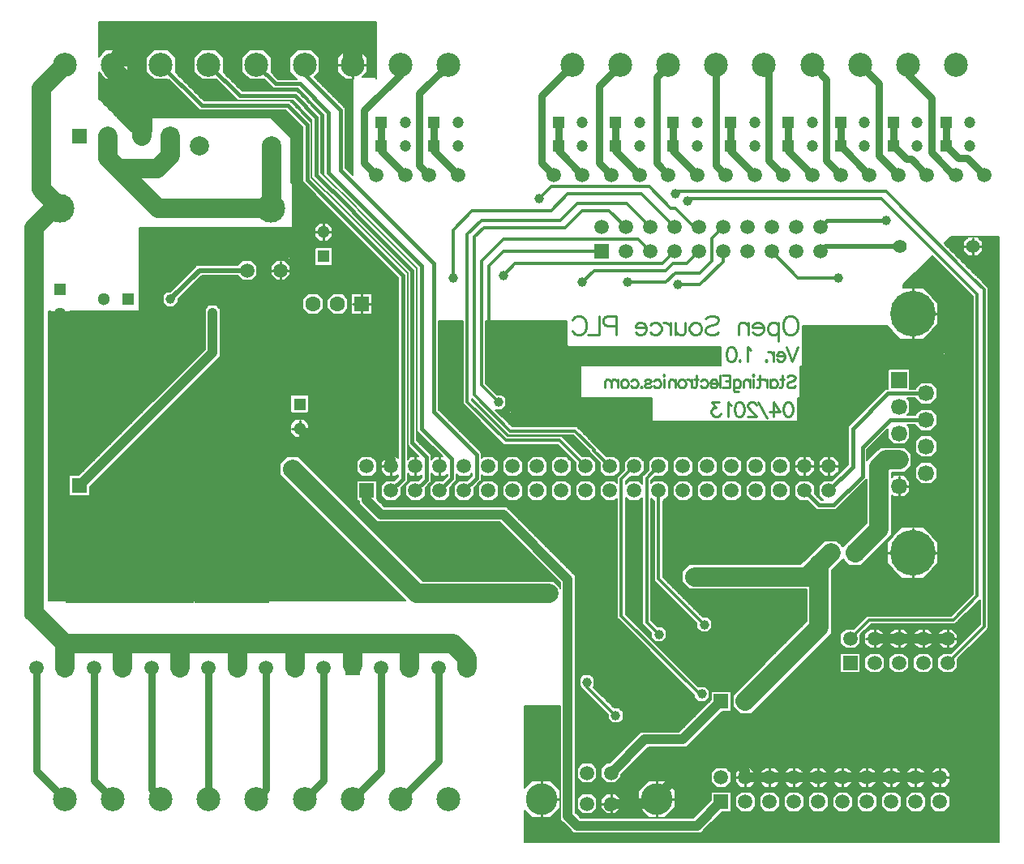
<source format=gbl>
%FSLAX42Y42*%
%MOMM*%
G71*
G01*
G75*
G04 Layer_Physical_Order=2*
%ADD10R,1.10X1.00*%
%ADD11R,1.50X1.30*%
%ADD12R,1.30X1.50*%
%ADD13R,0.76X0.76*%
%ADD14R,0.85X1.00*%
%ADD15R,3.50X4.00*%
%ADD16R,1.00X2.00*%
%ADD17O,1.00X1.80*%
%ADD18R,1.00X1.80*%
%ADD19R,0.60X1.50*%
%ADD20R,7.00X2.80*%
%ADD21R,2.50X2.70*%
%ADD22R,3.40X3.00*%
%ADD23C,0.80*%
%ADD24C,0.50*%
%ADD25C,0.30*%
%ADD26C,1.00*%
%ADD27C,0.60*%
%ADD28C,2.00*%
%ADD29C,0.25*%
%ADD30C,1.20*%
%ADD31C,0.40*%
%ADD32C,0.20*%
%ADD33R,11.00X2.50*%
%ADD34R,11.00X2.50*%
%ADD35R,2.00X0.75*%
%ADD36R,1.75X11.00*%
%ADD37R,3.25X7.50*%
%ADD38R,10.50X8.75*%
%ADD39R,1.99X5.39*%
%ADD40R,7.25X16.25*%
%ADD41R,5.00X10.00*%
%ADD42R,3.00X2.50*%
%ADD43R,5.75X2.75*%
%ADD44C,1.50*%
%ADD45C,1.20*%
%ADD46R,1.50X1.50*%
%ADD47R,1.20X1.20*%
%ADD48C,2.50*%
%ADD49R,1.30X1.30*%
%ADD50C,1.30*%
%ADD51C,2.00*%
%ADD52C,4.76*%
%ADD53R,1.69X1.69*%
%ADD54C,1.69*%
%ADD55C,1.40*%
%ADD56C,3.00*%
%ADD57C,1.60*%
%ADD58R,1.60X1.60*%
%ADD59C,3.30*%
%ADD60C,1.60*%
%ADD61R,1.60X1.60*%
%ADD62C,1.00*%
%ADD63R,15.00X5.00*%
%ADD64R,4.75X10.50*%
%ADD65R,7.50X10.75*%
%ADD66R,10.29X7.25*%
%ADD67R,13.50X10.25*%
%ADD68R,7.75X22.50*%
D23*
X200Y-7875D02*
X500Y-8175D01*
X200Y-7875D02*
Y-6800D01*
X800Y-7975D02*
X1000Y-8175D01*
X800Y-7975D02*
Y-6800D01*
X1400Y-8075D02*
X1500Y-8175D01*
X1400Y-8075D02*
Y-6800D01*
X2000Y-8175D02*
Y-6800D01*
X2500Y-8175D02*
X2600Y-8075D01*
Y-6800D01*
X3000Y-8175D02*
X3200Y-7975D01*
Y-6800D01*
X3500Y-8175D02*
X3800Y-7875D01*
Y-6800D01*
X4000Y-8175D02*
X4400Y-7775D01*
Y-6800D01*
X9300Y-600D02*
X9550Y-850D01*
X9300Y-600D02*
Y-500D01*
X9000Y-1450D02*
Y-700D01*
X7800Y-500D02*
X7850Y-550D01*
X9700Y-1350D02*
Y-1100D01*
X9150Y-1350D02*
Y-1100D01*
X3500Y-6800D02*
Y-6775D01*
X5475Y-1525D02*
X5600Y-1650D01*
X5475Y-825D02*
X5800Y-500D01*
X5475Y-1525D02*
Y-825D01*
X5650Y-1400D02*
X5900Y-1650D01*
X5650Y-1400D02*
Y-1100D01*
X6075Y-725D02*
X6300Y-500D01*
X6075Y-1525D02*
X6200Y-1650D01*
X6075Y-1525D02*
Y-725D01*
X6250Y-1400D02*
X6500Y-1650D01*
X6250Y-1400D02*
Y-1100D01*
X6675Y-625D02*
X6800Y-500D01*
X6675Y-1525D02*
X6800Y-1650D01*
X6675Y-1525D02*
Y-625D01*
X6850Y-1400D02*
X7100Y-1650D01*
X6850Y-1400D02*
Y-1100D01*
X7300Y-1550D02*
X7400Y-1650D01*
X7300Y-1550D02*
Y-500D01*
X7450Y-1400D02*
X7700Y-1650D01*
X7450Y-1400D02*
Y-1100D01*
X7850Y-1500D02*
X8000Y-1650D01*
X7850Y-1500D02*
Y-550D01*
X8050Y-1400D02*
X8300Y-1650D01*
X8050Y-1400D02*
Y-1100D01*
X8450Y-1500D02*
Y-650D01*
X8300Y-500D02*
X8450Y-650D01*
Y-1500D02*
X8600Y-1650D01*
Y-1350D02*
Y-1100D01*
Y-1350D02*
X8900Y-1650D01*
X9000Y-1450D02*
X9075Y-1525D01*
X8800Y-500D02*
X9000Y-700D01*
X9075Y-1525D02*
X9200Y-1650D01*
X9150Y-1350D02*
X9287Y-1487D01*
X9337D01*
X9500Y-1650D01*
X9550Y-1420D02*
Y-850D01*
Y-1420D02*
X9780Y-1650D01*
X9700Y-1350D02*
X9825Y-1475D01*
X9925D02*
X10100Y-1650D01*
X9825Y-1475D02*
X9925D01*
X4200Y-800D02*
X4500Y-500D01*
X4200Y-1550D02*
X4300Y-1650D01*
X4200Y-1550D02*
Y-800D01*
X3800Y-1400D02*
X4050Y-1650D01*
X3800Y-1400D02*
Y-1100D01*
X4350Y-1400D02*
X4600Y-1650D01*
X4350Y-1400D02*
Y-1100D01*
X3625Y-1525D02*
X3750Y-1650D01*
X3625Y-975D02*
X4000Y-600D01*
Y-500D01*
X3625Y-1525D02*
Y-975D01*
D24*
X1600Y-2950D02*
X1900Y-2650D01*
X2400D01*
X8386Y-2450D02*
X8436Y-2400D01*
X9219D01*
D25*
X4550Y-2225D02*
X4750Y-2025D01*
X5575D01*
X4700Y-2275D02*
X4850Y-2125D01*
X5675D01*
X5850Y-1950D01*
X4775Y-2300D02*
X4875Y-2200D01*
X5725D01*
X8896Y-6300D02*
X9775D01*
X10025Y-6050D01*
X5575Y-2025D02*
X5750Y-1850D01*
X9025Y-1900D02*
X10025Y-2900D01*
Y-6050D02*
Y-2900D01*
X10100Y-6366D02*
Y-2850D01*
X9075Y-1825D02*
X9975Y-2725D01*
X10100Y-2850D01*
X4700Y-4025D02*
X5100Y-4425D01*
X5665D01*
X4700Y-4025D02*
Y-2275D01*
X4775Y-3950D02*
X5150Y-4325D01*
X6022Y-4528D02*
X6190Y-4696D01*
X5825Y-4325D02*
X6025Y-4525D01*
X4775Y-3950D02*
Y-2300D01*
X5150Y-4325D02*
X5825D01*
X4850Y-3850D02*
Y-2550D01*
X6575Y-6325D02*
Y-4819D01*
Y-6325D02*
X6700Y-6450D01*
X6575Y-4819D02*
X6698Y-4696D01*
Y-5873D02*
Y-4950D01*
Y-5873D02*
X7175Y-6350D01*
X4925Y-2600D02*
X5075Y-2450D01*
X4925Y-3175D02*
X5000Y-3250D01*
X5075Y-2450D02*
X6100D01*
X4925Y-3175D02*
Y-2600D01*
X4850Y-3850D02*
X5025Y-4025D01*
X5075Y-2325D02*
X6483D01*
X6608Y-2450D01*
X4850Y-2550D02*
X5075Y-2325D01*
X7125Y-2800D02*
X7370Y-2555D01*
X6900Y-2800D02*
X7125D01*
X7370Y-2555D02*
Y-2400D01*
X7250Y-2550D02*
Y-2316D01*
X7125Y-2675D02*
X7250Y-2550D01*
X5075Y-2700D02*
X5200Y-2575D01*
X6737D02*
X6862Y-2450D01*
X5200Y-2575D02*
X6737D01*
X6775Y-2775D02*
X6875Y-2675D01*
X7250Y-2316D02*
X7370Y-2196D01*
X6375Y-2775D02*
X6775D01*
X6875Y-2675D02*
X7125D01*
X5900Y-2775D02*
X6025Y-2650D01*
X6775D02*
X6850Y-2575D01*
X6991D01*
X7116Y-2450D01*
X6025Y-2650D02*
X6775D01*
X7878Y-2450D02*
X8153Y-2725D01*
X7878Y-2450D02*
Y-2400D01*
X8153Y-2725D02*
X8575D01*
X5725Y-2200D02*
X5900Y-2025D01*
X6183D02*
X6354Y-2196D01*
X5900Y-2025D02*
X6183D01*
X5665Y-4425D02*
X5936Y-4696D01*
X6362Y-1950D02*
X6608Y-2196D01*
X5850Y-1950D02*
X6362D01*
X4550Y-2725D02*
Y-2225D01*
X6516Y-1850D02*
X6862Y-2196D01*
X5750Y-1850D02*
X6516D01*
X7071Y-2196D02*
X7116D01*
X7025Y-1900D02*
X9025D01*
X8700Y-6496D02*
X8896Y-6300D01*
X7000Y-1925D02*
X7025Y-1900D01*
X6900Y-1825D02*
X9075D01*
X9716Y-6750D02*
X10100Y-6366D01*
X6875Y-1850D02*
X6900Y-1825D01*
X6825Y-2000D02*
X6875D01*
X6600Y-1775D02*
X6825Y-2000D01*
X5450Y-1900D02*
X5575Y-1775D01*
X6600D01*
X6875Y-2000D02*
X7071Y-2196D01*
X6310Y-6260D02*
Y-4830D01*
X7125Y-7075D02*
X7150D01*
X6310Y-6260D02*
X7125Y-7075D01*
X6310Y-4830D02*
X6444Y-4696D01*
X5950Y-7000D02*
X6250Y-7300D01*
X5950Y-7000D02*
Y-6950D01*
D26*
X3125Y-4475D02*
X3750D01*
X125Y-5750D02*
Y-4900D01*
X150Y-6225D02*
X175D01*
X125Y-6250D02*
X150Y-6225D01*
X7450Y-7725D02*
X7604Y-7879D01*
X7100Y-7725D02*
X7450D01*
X6678Y-8147D02*
X7100Y-7725D01*
X6678Y-8170D02*
Y-8147D01*
X6628Y-8220D02*
X6678Y-8170D01*
X6200Y-8220D02*
X6628D01*
X6175Y-8245D02*
X6200Y-8220D01*
X7604Y-7946D02*
Y-7879D01*
Y-7946D02*
X9636D01*
X6550Y-7550D02*
X6950D01*
X6200Y-7900D02*
X6550Y-7550D01*
X6950D02*
X7350Y-7150D01*
X9716Y-6496D02*
X9725Y-6487D01*
X8954Y-6496D02*
X9716D01*
X5750Y-8350D02*
X5850Y-8450D01*
X7100D01*
X3650Y-5050D02*
X3800Y-5200D01*
X650Y-4900D02*
X2040Y-3510D01*
Y-3090D01*
X2950Y-4300D02*
X3125Y-4475D01*
X3904Y-4696D02*
Y-4629D01*
X3750Y-4475D02*
X3795Y-4520D01*
X3904Y-4629D01*
X5075Y-5200D02*
X5750Y-5875D01*
X3650Y-5050D02*
Y-4950D01*
X7100Y-8450D02*
X7350Y-8200D01*
X3800Y-5200D02*
X5075D01*
X5750Y-8350D02*
Y-5875D01*
X5590Y-6015D02*
X5600Y-6025D01*
D27*
X2875Y-1725D02*
Y-1250D01*
Y-1725D02*
X3904Y-2754D01*
X2650Y-1025D02*
X2875Y-1250D01*
X1300Y-1025D02*
X2650D01*
X3904Y-4629D02*
Y-2754D01*
D28*
X1300Y-200D02*
X3375D01*
X3500Y-325D01*
X1000Y-550D02*
Y-500D01*
X1300Y-200D01*
X3500Y-500D02*
Y-325D01*
X1000Y-550D02*
X1300Y-850D01*
X2650Y-2000D02*
X2660Y-1990D01*
Y-1350D01*
X1464Y-1586D02*
X1600Y-1450D01*
X950Y-1475D02*
Y-1250D01*
X1061Y-1586D02*
X1464D01*
X1475Y-2000D02*
X2650D01*
X1600Y-1450D02*
Y-1250D01*
X950Y-1475D02*
X1475Y-2000D01*
X250Y-1800D02*
Y-750D01*
X375Y-2000D02*
X450D01*
X175Y-2200D02*
X375Y-2000D01*
X250Y-1800D02*
X450Y-2000D01*
X250Y-750D02*
X500Y-500D01*
X175Y-6225D02*
Y-2200D01*
Y-6225D02*
X500Y-6550D01*
X4550D02*
X4700Y-6700D01*
X500Y-6800D02*
Y-6550D01*
X1100Y-6800D02*
Y-6550D01*
X1700Y-6800D02*
Y-6550D01*
X2300Y-6800D02*
Y-6550D01*
X2900Y-6800D02*
Y-6550D01*
X3500Y-6775D02*
Y-6550D01*
X4100Y-6800D02*
Y-6550D01*
X4700Y-6800D02*
Y-6700D01*
X500Y-6550D02*
X4550D01*
X1300Y-1250D02*
Y-850D01*
X2875Y-4725D02*
X4175Y-6025D01*
X7604Y-7150D02*
X8375Y-6379D01*
Y-5721D01*
X7075Y-5850D02*
X8246D01*
X4175Y-6025D02*
X5550D01*
X8246Y-5850D02*
X8496Y-5600D01*
X9000Y-4700D02*
X9073Y-4627D01*
X8750Y-5600D02*
X9000Y-5350D01*
X9073Y-4627D02*
X9208D01*
X9000Y-5350D02*
Y-4700D01*
D29*
X650Y-4492D02*
Y-4392D01*
X3809Y-4696D02*
X3904D01*
Y-4791D02*
Y-4696D01*
Y-4601D01*
X4158Y-4791D02*
Y-4696D01*
Y-4601D01*
X4412Y-4791D02*
Y-4696D01*
Y-4601D01*
X6200Y-8315D02*
Y-8220D01*
X6105D02*
X6200D01*
X6295D01*
X6200D02*
Y-8125D01*
X550Y-4392D02*
X650D01*
X750D01*
X650D02*
Y-4292D01*
X365Y-3100D02*
X450D01*
Y-3185D02*
Y-3100D01*
X535D01*
X1300Y-1250D02*
Y-1155D01*
X2950Y-4385D02*
Y-4300D01*
X2865D02*
X2950D01*
Y-4215D01*
X2750Y-2745D02*
Y-2650D01*
X2655D02*
X2750D01*
Y-2555D01*
Y-2650D02*
X2845D01*
X1000Y-645D02*
Y-500D01*
X1145D01*
X1000D02*
Y-355D01*
X2950Y-4300D02*
X3035D01*
X3600Y-3100D02*
Y-3000D01*
X3500D02*
X3600D01*
X3700D01*
X3600D02*
Y-2900D01*
X3115Y-2250D02*
X3200D01*
Y-2335D02*
Y-2250D01*
X3285D01*
X3200D02*
Y-2165D01*
X3500Y-645D02*
Y-500D01*
X3355D02*
X3500D01*
X3645D01*
X3500D02*
Y-355D01*
X6678Y-8355D02*
Y-8170D01*
X6493D02*
X6678D01*
X6862D01*
X6678D02*
Y-7985D01*
X7509Y-7946D02*
X7604D01*
Y-8041D02*
Y-7946D01*
X7699D01*
X7604D02*
Y-7851D01*
X7763Y-7946D02*
X7858D01*
Y-8041D02*
Y-7946D01*
X8112Y-8041D02*
Y-7946D01*
X7858D02*
X7953D01*
X7858D02*
Y-7851D01*
X8017Y-7946D02*
X8112D01*
X8207D01*
X8112D02*
Y-7851D01*
X8366Y-8041D02*
Y-7946D01*
X8271D02*
X8366D01*
X8461D01*
X8366D02*
Y-7851D01*
X8620Y-8041D02*
Y-7946D01*
X8525D02*
X8620D01*
X8715D01*
X8620D02*
Y-7851D01*
X8779Y-7946D02*
X8874D01*
Y-8041D02*
Y-7946D01*
X8969D01*
X8874D02*
Y-7851D01*
X9033Y-7946D02*
X9128D01*
Y-8041D02*
Y-7946D01*
X9223D01*
X9128D02*
Y-7851D01*
X9287Y-7946D02*
X9382D01*
Y-8041D02*
Y-7946D01*
X9477D01*
X9382D02*
Y-7851D01*
X9541Y-7946D02*
X9636D01*
Y-8041D02*
Y-7946D01*
Y-7851D01*
Y-7946D02*
X9731D01*
X8954Y-6591D02*
Y-6496D01*
X8859D02*
X8954D01*
X9049D01*
X8954D02*
Y-6401D01*
X9208Y-6591D02*
Y-6496D01*
X9113D02*
X9208D01*
Y-6401D01*
Y-6496D02*
X9303D01*
X9462Y-6591D02*
Y-6496D01*
X9367D02*
X9462D01*
X9557D01*
X9462D02*
Y-6401D01*
X9716Y-6591D02*
Y-6496D01*
X9621D02*
X9716D01*
Y-6401D01*
Y-6496D02*
X9811D01*
X8222Y-4791D02*
Y-4696D01*
X8127D02*
X8222D01*
X8317D01*
X8222D02*
Y-4601D01*
X8476Y-4791D02*
Y-4696D01*
X8381D02*
X8476D01*
X8571D01*
X8476D02*
Y-4601D01*
X9092Y-5599D02*
X9350D01*
X9208Y-5008D02*
Y-4904D01*
Y-4799D01*
Y-4904D02*
X9312D01*
X9350Y-5858D02*
Y-5599D01*
X9608D01*
X9350D02*
Y-5342D01*
Y-3358D02*
Y-3100D01*
Y-2842D01*
Y-3100D02*
X9608D01*
X9981Y-2490D02*
Y-2400D01*
X9891D02*
X9981D01*
X10071D01*
X9981D02*
Y-2310D01*
X5472Y-8355D02*
Y-8170D01*
X5658D01*
X5472D02*
Y-7985D01*
X8093Y-3125D02*
X8112Y-3135D01*
X8131Y-3154D01*
X8140Y-3173D01*
X8150Y-3201D01*
Y-3249D01*
X8140Y-3277D01*
X8131Y-3296D01*
X8112Y-3315D01*
X8093Y-3325D01*
X8055D01*
X8036Y-3315D01*
X8017Y-3296D01*
X8007Y-3277D01*
X7998Y-3249D01*
Y-3201D01*
X8007Y-3173D01*
X8017Y-3154D01*
X8036Y-3135D01*
X8055Y-3125D01*
X8093D01*
X7951Y-3192D02*
Y-3392D01*
Y-3220D02*
X7932Y-3201D01*
X7913Y-3192D01*
X7884D01*
X7865Y-3201D01*
X7846Y-3220D01*
X7837Y-3249D01*
Y-3268D01*
X7846Y-3296D01*
X7865Y-3315D01*
X7884Y-3325D01*
X7913D01*
X7932Y-3315D01*
X7951Y-3296D01*
X7794Y-3249D02*
X7680D01*
Y-3230D01*
X7689Y-3211D01*
X7699Y-3201D01*
X7718Y-3192D01*
X7746D01*
X7765Y-3201D01*
X7784Y-3220D01*
X7794Y-3249D01*
Y-3268D01*
X7784Y-3296D01*
X7765Y-3315D01*
X7746Y-3325D01*
X7718D01*
X7699Y-3315D01*
X7680Y-3296D01*
X7637Y-3192D02*
Y-3325D01*
Y-3230D02*
X7608Y-3201D01*
X7589Y-3192D01*
X7561D01*
X7542Y-3201D01*
X7532Y-3230D01*
Y-3325D01*
X7189Y-3154D02*
X7208Y-3135D01*
X7237Y-3125D01*
X7275D01*
X7304Y-3135D01*
X7323Y-3154D01*
Y-3173D01*
X7313Y-3192D01*
X7304Y-3201D01*
X7284Y-3211D01*
X7227Y-3230D01*
X7208Y-3239D01*
X7199Y-3249D01*
X7189Y-3268D01*
Y-3296D01*
X7208Y-3315D01*
X7237Y-3325D01*
X7275D01*
X7304Y-3315D01*
X7323Y-3296D01*
X7097Y-3192D02*
X7116Y-3201D01*
X7135Y-3220D01*
X7145Y-3249D01*
Y-3268D01*
X7135Y-3296D01*
X7116Y-3315D01*
X7097Y-3325D01*
X7068D01*
X7049Y-3315D01*
X7030Y-3296D01*
X7021Y-3268D01*
Y-3249D01*
X7030Y-3220D01*
X7049Y-3201D01*
X7068Y-3192D01*
X7097D01*
X6977D02*
Y-3287D01*
X6967Y-3315D01*
X6948Y-3325D01*
X6920D01*
X6901Y-3315D01*
X6872Y-3287D01*
Y-3192D02*
Y-3325D01*
X6820Y-3192D02*
Y-3325D01*
Y-3249D02*
X6810Y-3220D01*
X6791Y-3201D01*
X6772Y-3192D01*
X6744D01*
X6611Y-3220D02*
X6630Y-3201D01*
X6649Y-3192D01*
X6678D01*
X6697Y-3201D01*
X6716Y-3220D01*
X6726Y-3249D01*
Y-3268D01*
X6716Y-3296D01*
X6697Y-3315D01*
X6678Y-3325D01*
X6649D01*
X6630Y-3315D01*
X6611Y-3296D01*
X6568Y-3249D02*
X6454D01*
Y-3230D01*
X6464Y-3211D01*
X6473Y-3201D01*
X6492Y-3192D01*
X6521D01*
X6540Y-3201D01*
X6559Y-3220D01*
X6568Y-3249D01*
Y-3268D01*
X6559Y-3296D01*
X6540Y-3315D01*
X6521Y-3325D01*
X6492D01*
X6473Y-3315D01*
X6454Y-3296D01*
X6254Y-3230D02*
X6169D01*
X6140Y-3220D01*
X6130Y-3211D01*
X6121Y-3192D01*
Y-3163D01*
X6130Y-3144D01*
X6140Y-3135D01*
X6169Y-3125D01*
X6254D01*
Y-3325D01*
X6076Y-3125D02*
Y-3325D01*
X5962D01*
X5797Y-3173D02*
X5807Y-3154D01*
X5826Y-3135D01*
X5845Y-3125D01*
X5883D01*
X5902Y-3135D01*
X5921Y-3154D01*
X5930Y-3173D01*
X5940Y-3201D01*
Y-3249D01*
X5930Y-3277D01*
X5921Y-3296D01*
X5902Y-3315D01*
X5883Y-3325D01*
X5845D01*
X5826Y-3315D01*
X5807Y-3296D01*
X5797Y-3277D01*
X8038Y-3764D02*
X8051Y-3751D01*
X8069Y-3745D01*
X8094D01*
X8113Y-3751D01*
X8125Y-3764D01*
Y-3776D01*
X8119Y-3788D01*
X8113Y-3795D01*
X8100Y-3801D01*
X8063Y-3813D01*
X8051Y-3819D01*
X8045Y-3825D01*
X8038Y-3838D01*
Y-3856D01*
X8051Y-3869D01*
X8069Y-3875D01*
X8094D01*
X8113Y-3869D01*
X8125Y-3856D01*
X7991Y-3745D02*
Y-3850D01*
X7985Y-3869D01*
X7972Y-3875D01*
X7960D01*
X8009Y-3788D02*
X7966D01*
X7867D02*
Y-3875D01*
Y-3807D02*
X7879Y-3795D01*
X7892Y-3788D01*
X7910D01*
X7923Y-3795D01*
X7935Y-3807D01*
X7941Y-3825D01*
Y-3838D01*
X7935Y-3856D01*
X7923Y-3869D01*
X7910Y-3875D01*
X7892D01*
X7879Y-3869D01*
X7867Y-3856D01*
X7832Y-3788D02*
Y-3875D01*
Y-3825D02*
X7826Y-3807D01*
X7814Y-3795D01*
X7801Y-3788D01*
X7783D01*
X7752Y-3745D02*
Y-3850D01*
X7746Y-3869D01*
X7734Y-3875D01*
X7721D01*
X7771Y-3788D02*
X7728D01*
X7691Y-3745D02*
X7684Y-3751D01*
X7678Y-3745D01*
X7684Y-3739D01*
X7691Y-3745D01*
X7684Y-3788D02*
Y-3875D01*
X7655Y-3788D02*
Y-3875D01*
Y-3813D02*
X7637Y-3795D01*
X7624Y-3788D01*
X7606D01*
X7593Y-3795D01*
X7587Y-3813D01*
Y-3875D01*
X7479Y-3788D02*
Y-3887D01*
X7485Y-3906D01*
X7491Y-3912D01*
X7504Y-3918D01*
X7522D01*
X7535Y-3912D01*
X7479Y-3807D02*
X7491Y-3795D01*
X7504Y-3788D01*
X7522D01*
X7535Y-3795D01*
X7547Y-3807D01*
X7553Y-3825D01*
Y-3838D01*
X7547Y-3856D01*
X7535Y-3869D01*
X7522Y-3875D01*
X7504D01*
X7491Y-3869D01*
X7479Y-3856D01*
X7364Y-3745D02*
X7444D01*
Y-3875D01*
X7364D01*
X7444Y-3807D02*
X7395D01*
X7342Y-3745D02*
Y-3875D01*
X7315Y-3825D02*
X7241D01*
Y-3813D01*
X7247Y-3801D01*
X7253Y-3795D01*
X7265Y-3788D01*
X7284D01*
X7296Y-3795D01*
X7309Y-3807D01*
X7315Y-3825D01*
Y-3838D01*
X7309Y-3856D01*
X7296Y-3869D01*
X7284Y-3875D01*
X7265D01*
X7253Y-3869D01*
X7241Y-3856D01*
X7138Y-3807D02*
X7151Y-3795D01*
X7163Y-3788D01*
X7182D01*
X7194Y-3795D01*
X7207Y-3807D01*
X7213Y-3825D01*
Y-3838D01*
X7207Y-3856D01*
X7194Y-3869D01*
X7182Y-3875D01*
X7163D01*
X7151Y-3869D01*
X7138Y-3856D01*
X7092Y-3745D02*
Y-3850D01*
X7086Y-3869D01*
X7073Y-3875D01*
X7061D01*
X7111Y-3788D02*
X7067D01*
X7043D02*
Y-3875D01*
Y-3825D02*
X7036Y-3807D01*
X7024Y-3795D01*
X7012Y-3788D01*
X6993D01*
X6950D02*
X6963Y-3795D01*
X6975Y-3807D01*
X6981Y-3825D01*
Y-3838D01*
X6975Y-3856D01*
X6963Y-3869D01*
X6950Y-3875D01*
X6932D01*
X6919Y-3869D01*
X6907Y-3856D01*
X6901Y-3838D01*
Y-3825D01*
X6907Y-3807D01*
X6919Y-3795D01*
X6932Y-3788D01*
X6950D01*
X6872D02*
Y-3875D01*
Y-3813D02*
X6854Y-3795D01*
X6841Y-3788D01*
X6823D01*
X6810Y-3795D01*
X6804Y-3813D01*
Y-3875D01*
X6758Y-3745D02*
X6752Y-3751D01*
X6745Y-3745D01*
X6752Y-3739D01*
X6758Y-3745D01*
X6752Y-3788D02*
Y-3875D01*
X6648Y-3807D02*
X6661Y-3795D01*
X6673Y-3788D01*
X6692D01*
X6704Y-3795D01*
X6716Y-3807D01*
X6723Y-3825D01*
Y-3838D01*
X6716Y-3856D01*
X6704Y-3869D01*
X6692Y-3875D01*
X6673D01*
X6661Y-3869D01*
X6648Y-3856D01*
X6552Y-3807D02*
X6559Y-3795D01*
X6577Y-3788D01*
X6596D01*
X6614Y-3795D01*
X6620Y-3807D01*
X6614Y-3819D01*
X6602Y-3825D01*
X6571Y-3832D01*
X6559Y-3838D01*
X6552Y-3850D01*
Y-3856D01*
X6559Y-3869D01*
X6577Y-3875D01*
X6596D01*
X6614Y-3869D01*
X6620Y-3856D01*
X6519Y-3863D02*
X6525Y-3869D01*
X6519Y-3875D01*
X6513Y-3869D01*
X6519Y-3863D01*
X6410Y-3807D02*
X6422Y-3795D01*
X6435Y-3788D01*
X6453D01*
X6466Y-3795D01*
X6478Y-3807D01*
X6484Y-3825D01*
Y-3838D01*
X6478Y-3856D01*
X6466Y-3869D01*
X6453Y-3875D01*
X6435D01*
X6422Y-3869D01*
X6410Y-3856D01*
X6351Y-3788D02*
X6364Y-3795D01*
X6376Y-3807D01*
X6382Y-3825D01*
Y-3838D01*
X6376Y-3856D01*
X6364Y-3869D01*
X6351Y-3875D01*
X6333D01*
X6320Y-3869D01*
X6308Y-3856D01*
X6302Y-3838D01*
Y-3825D01*
X6308Y-3807D01*
X6320Y-3795D01*
X6333Y-3788D01*
X6351D01*
X6273D02*
Y-3875D01*
Y-3813D02*
X6255Y-3795D01*
X6242Y-3788D01*
X6224D01*
X6211Y-3795D01*
X6205Y-3813D01*
Y-3875D01*
Y-3813D02*
X6187Y-3795D01*
X6174Y-3788D01*
X6156D01*
X6143Y-3795D01*
X6137Y-3813D01*
Y-3875D01*
X8057Y-4025D02*
X8079Y-4032D01*
X8093Y-4054D01*
X8100Y-4089D01*
Y-4111D01*
X8093Y-4146D01*
X8079Y-4168D01*
X8057Y-4175D01*
X8043D01*
X8021Y-4168D01*
X8007Y-4146D01*
X8000Y-4111D01*
Y-4089D01*
X8007Y-4054D01*
X8021Y-4032D01*
X8043Y-4025D01*
X8057D01*
X7895D02*
X7966Y-4125D01*
X7859D01*
X7895Y-4025D02*
Y-4175D01*
X7833Y-4196D02*
X7733Y-4025D01*
X7716Y-4061D02*
Y-4054D01*
X7709Y-4039D01*
X7702Y-4032D01*
X7687Y-4025D01*
X7659D01*
X7644Y-4032D01*
X7637Y-4039D01*
X7630Y-4054D01*
Y-4068D01*
X7637Y-4082D01*
X7652Y-4104D01*
X7723Y-4175D01*
X7623D01*
X7547Y-4025D02*
X7568Y-4032D01*
X7582Y-4054D01*
X7589Y-4089D01*
Y-4111D01*
X7582Y-4146D01*
X7568Y-4168D01*
X7547Y-4175D01*
X7532D01*
X7511Y-4168D01*
X7497Y-4146D01*
X7489Y-4111D01*
Y-4089D01*
X7497Y-4054D01*
X7511Y-4032D01*
X7532Y-4025D01*
X7547D01*
X7456Y-4054D02*
X7442Y-4046D01*
X7420Y-4025D01*
Y-4175D01*
X7332Y-4025D02*
X7253D01*
X7296Y-4082D01*
X7274D01*
X7260Y-4089D01*
X7253Y-4096D01*
X7246Y-4118D01*
Y-4132D01*
X7253Y-4154D01*
X7267Y-4168D01*
X7289Y-4175D01*
X7310D01*
X7332Y-4168D01*
X7339Y-4161D01*
X7346Y-4146D01*
X8150Y-3450D02*
X8093Y-3600D01*
X8036Y-3450D02*
X8093Y-3600D01*
X8016Y-3543D02*
X7931D01*
Y-3529D01*
X7938Y-3514D01*
X7945Y-3507D01*
X7959Y-3500D01*
X7981D01*
X7995Y-3507D01*
X8009Y-3521D01*
X8016Y-3543D01*
Y-3557D01*
X8009Y-3579D01*
X7995Y-3593D01*
X7981Y-3600D01*
X7959D01*
X7945Y-3593D01*
X7931Y-3579D01*
X7899Y-3500D02*
Y-3600D01*
Y-3543D02*
X7891Y-3521D01*
X7877Y-3507D01*
X7863Y-3500D01*
X7841D01*
X7821Y-3586D02*
X7828Y-3593D01*
X7821Y-3600D01*
X7814Y-3593D01*
X7821Y-3586D01*
X7663Y-3479D02*
X7649Y-3471D01*
X7627Y-3450D01*
Y-3600D01*
X7546Y-3586D02*
X7553Y-3593D01*
X7546Y-3600D01*
X7539Y-3593D01*
X7546Y-3586D01*
X7463Y-3450D02*
X7484Y-3457D01*
X7499Y-3479D01*
X7506Y-3514D01*
Y-3536D01*
X7499Y-3571D01*
X7484Y-3593D01*
X7463Y-3600D01*
X7449D01*
X7427Y-3593D01*
X7413Y-3571D01*
X7406Y-3536D01*
Y-3514D01*
X7413Y-3479D01*
X7427Y-3457D01*
X7449Y-3450D01*
X7463D01*
D31*
X4275Y-4833D02*
Y-4600D01*
X4125Y-4450D02*
X4275Y-4600D01*
X4540Y-4822D02*
Y-4615D01*
X4225Y-4300D02*
X4540Y-4615D01*
X4800Y-4816D02*
Y-4575D01*
X4350Y-4125D02*
X4800Y-4575D01*
X1000Y-600D02*
Y-500D01*
X3450Y-1975D02*
X3575Y-2100D01*
X3375Y-1600D02*
X3486Y-1711D01*
X3125Y-1650D02*
X3450Y-1975D01*
X3025Y-1700D02*
X3300Y-1975D01*
X2825Y-925D02*
X3025Y-1125D01*
X1925Y-925D02*
X2825D01*
X3025Y-1700D02*
Y-1125D01*
X2900Y-825D02*
X3125Y-1050D01*
Y-1650D02*
Y-1050D01*
X2325Y-825D02*
X2900D01*
X2950Y-700D02*
X3250Y-1000D01*
X2700Y-700D02*
X2950D01*
X3250Y-1625D02*
Y-1000D01*
X3000Y-600D02*
X3375Y-975D01*
X3000Y-600D02*
Y-500D01*
X3375Y-1600D02*
Y-975D01*
X1500Y-500D02*
X1925Y-925D01*
X3904Y-4950D02*
X4025Y-4829D01*
X3300Y-1975D02*
X4025Y-2700D01*
Y-4829D02*
Y-2700D01*
X2000Y-500D02*
X2325Y-825D01*
X4158Y-4950D02*
X4275Y-4833D01*
X3575Y-2100D02*
X4125Y-2650D01*
Y-4450D02*
Y-2650D01*
X2500Y-500D02*
X2700Y-700D01*
X4412Y-4950D02*
X4540Y-4822D01*
X3250Y-1625D02*
X4225Y-2600D01*
Y-4300D02*
Y-2600D01*
X3486Y-1711D02*
X3625Y-1850D01*
X4666Y-4950D02*
X4800Y-4816D01*
X3625Y-1850D02*
X4350Y-2575D01*
Y-4125D02*
Y-2575D01*
X8386Y-2196D02*
X8457Y-2125D01*
X9075D01*
X8372Y-5100D02*
X8525D01*
X8825Y-4800D01*
X8222Y-4950D02*
X8372Y-5100D01*
X8825Y-4500D02*
X9114Y-4212D01*
X8825Y-4800D02*
Y-4500D01*
X9114Y-4212D02*
X9492D01*
X8476Y-4950D02*
X8725Y-4701D01*
Y-4300D02*
X9090Y-3935D01*
X8725Y-4701D02*
Y-4300D01*
X9090Y-3935D02*
X9492D01*
D32*
X325Y-6075D02*
X350Y-6100D01*
X325Y-6055D02*
X370Y-6100D01*
X325Y-6035D02*
X390Y-6100D01*
X325Y-6015D02*
X410Y-6100D01*
X325Y-5995D02*
X430Y-6100D01*
X325Y-5975D02*
X450Y-6100D01*
X325Y-5955D02*
X470Y-6100D01*
X325Y-5935D02*
X490Y-6100D01*
X325Y-5915D02*
X510Y-6100D01*
X325Y-5895D02*
X530Y-6100D01*
X325Y-5875D02*
X550Y-6100D01*
X325Y-5855D02*
X570Y-6100D01*
X325Y-5835D02*
X590Y-6100D01*
X325Y-5815D02*
X610Y-6100D01*
X325Y-5795D02*
X630Y-6100D01*
X325Y-5775D02*
X650Y-6100D01*
X325Y-5755D02*
X670Y-6100D01*
X325Y-5735D02*
X690Y-6100D01*
X325Y-5715D02*
X710Y-6100D01*
X325Y-5695D02*
X730Y-6100D01*
X325Y-5675D02*
X750Y-6100D01*
X325Y-5655D02*
X770Y-6100D01*
X325Y-5635D02*
X790Y-6100D01*
X325Y-5615D02*
X810Y-6100D01*
X325Y-5595D02*
X830Y-6100D01*
X325Y-5575D02*
X850Y-6100D01*
X325Y-5555D02*
X870Y-6100D01*
X325Y-5535D02*
X890Y-6100D01*
X325Y-5515D02*
X910Y-6100D01*
X325Y-5495D02*
X930Y-6100D01*
X325Y-5475D02*
X950Y-6100D01*
X325Y-5455D02*
X970Y-6100D01*
X325Y-5435D02*
X990Y-6100D01*
X325Y-5415D02*
X1010Y-6100D01*
X325Y-5395D02*
X1030Y-6100D01*
X325Y-5375D02*
X1050Y-6100D01*
X325Y-5355D02*
X1070Y-6100D01*
X325Y-5335D02*
X1090Y-6100D01*
X325Y-5315D02*
X1110Y-6100D01*
X325Y-5295D02*
X1130Y-6100D01*
X325Y-5275D02*
X1150Y-6100D01*
X325Y-5255D02*
X1170Y-6100D01*
X325Y-5235D02*
X1190Y-6100D01*
X325Y-5215D02*
X1210Y-6100D01*
X325Y-5195D02*
X1230Y-6100D01*
X325Y-5175D02*
X1250Y-6100D01*
X325Y-5155D02*
X1270Y-6100D01*
X325Y-5135D02*
X1290Y-6100D01*
X325Y-5115D02*
X1310Y-6100D01*
X325Y-5095D02*
X1330Y-6100D01*
X325Y-5075D02*
X1350Y-6100D01*
X325Y-5055D02*
X1370Y-6100D01*
X325Y-5035D02*
X1390Y-6100D01*
X325Y-5015D02*
X1410Y-6100D01*
X325Y-4995D02*
X1430Y-6100D01*
X325Y-4975D02*
X1450Y-6100D01*
X325Y-4955D02*
X1470Y-6100D01*
X325Y-4935D02*
X1490Y-6100D01*
X325Y-4915D02*
X1510Y-6100D01*
X325Y-4895D02*
X1530Y-6100D01*
X325Y-4875D02*
X1550Y-6100D01*
X325Y-4855D02*
X1570Y-6100D01*
X560Y-5010D02*
X1650Y-6100D01*
X580Y-5010D02*
X1670Y-6100D01*
X325Y-4835D02*
X1590Y-6100D01*
X325Y-4815D02*
X1610Y-6100D01*
X600Y-5010D02*
X1690Y-6100D01*
X620Y-5010D02*
X1710Y-6100D01*
X640Y-5010D02*
X1730Y-6100D01*
X660Y-5010D02*
X1750Y-6100D01*
X680Y-5010D02*
X1770Y-6100D01*
X700Y-5010D02*
X1790Y-6100D01*
X720Y-5010D02*
X1810Y-6100D01*
X740Y-5010D02*
X1830Y-6100D01*
X760Y-5010D02*
X1850Y-6100D01*
X760Y-4990D02*
X1870Y-6100D01*
X760Y-4970D02*
X1890Y-6100D01*
X760Y-4950D02*
X1910Y-6100D01*
X760Y-4930D02*
X1930Y-6100D01*
X760Y-4910D02*
X1950Y-6100D01*
X770Y-4900D02*
X1970Y-6100D01*
X780Y-4890D02*
X1990Y-6100D01*
X790Y-4880D02*
X2010Y-6100D01*
X2210D02*
X3133Y-5178D01*
X2230Y-6100D02*
X3143Y-5188D01*
X2150Y-6100D02*
X3103Y-5148D01*
X2170Y-6100D02*
X3113Y-5158D01*
X2190Y-6100D02*
X3123Y-5168D01*
X325Y-6100D02*
X4055D01*
X2310D02*
X3183Y-5228D01*
X2250Y-6100D02*
X3153Y-5198D01*
X2270Y-6100D02*
X3163Y-5208D01*
X2290Y-6100D02*
X3173Y-5218D01*
X2390Y-6100D02*
X3223Y-5268D01*
X2410Y-6100D02*
X3233Y-5278D01*
X2330Y-6100D02*
X3193Y-5238D01*
X2350Y-6100D02*
X3203Y-5248D01*
X2370Y-6100D02*
X3213Y-5258D01*
X2490Y-6100D02*
X3273Y-5318D01*
X2510Y-6100D02*
X3283Y-5328D01*
X2430Y-6100D02*
X3243Y-5288D01*
X2450Y-6100D02*
X3253Y-5298D01*
X2470Y-6100D02*
X3263Y-5308D01*
X2590Y-6100D02*
X3323Y-5368D01*
X2610Y-6100D02*
X3333Y-5378D01*
X2530Y-6100D02*
X3293Y-5338D01*
X2550Y-6100D02*
X3303Y-5348D01*
X2570Y-6100D02*
X3313Y-5358D01*
X2690Y-6100D02*
X3373Y-5418D01*
X2710Y-6100D02*
X3383Y-5428D01*
X2630Y-6100D02*
X3343Y-5388D01*
X2650Y-6100D02*
X3353Y-5398D01*
X2670Y-6100D02*
X3363Y-5408D01*
X2790Y-6100D02*
X3423Y-5468D01*
X2810Y-6100D02*
X3433Y-5478D01*
X2730Y-6100D02*
X3393Y-5438D01*
X2750Y-6100D02*
X3403Y-5448D01*
X2770Y-6100D02*
X3413Y-5458D01*
X2870Y-6100D02*
X3463Y-5508D01*
X2890Y-6100D02*
X3473Y-5518D01*
X2910Y-6100D02*
X3483Y-5528D01*
X2830Y-6100D02*
X3443Y-5488D01*
X2850Y-6100D02*
X3453Y-5498D01*
X2850Y-6100D02*
X3453Y-5498D01*
X800Y-4870D02*
X2030Y-6100D01*
X810Y-4860D02*
X2050Y-6100D01*
X820Y-4850D02*
X2070Y-6100D01*
X830Y-4840D02*
X2090Y-6100D01*
X840Y-4830D02*
X2110Y-6100D01*
X850Y-4820D02*
X2130Y-6100D01*
X1490D02*
X2773Y-4818D01*
X860Y-4810D02*
X2150Y-6100D01*
X870Y-4800D02*
X2170Y-6100D01*
X1470D02*
X2763Y-4808D01*
X1570Y-6100D02*
X2813Y-4858D01*
X1590Y-6100D02*
X2823Y-4868D01*
X1510Y-6100D02*
X2783Y-4828D01*
X1530Y-6100D02*
X2793Y-4838D01*
X1550Y-6100D02*
X2803Y-4848D01*
X1670Y-6100D02*
X2863Y-4908D01*
X1690Y-6100D02*
X2873Y-4918D01*
X1710Y-6100D02*
X2883Y-4928D01*
X1610Y-6100D02*
X2833Y-4878D01*
X1630Y-6100D02*
X2843Y-4888D01*
X1650Y-6100D02*
X2853Y-4898D01*
X1790Y-6100D02*
X2923Y-4968D01*
X1810Y-6100D02*
X2933Y-4978D01*
X1730Y-6100D02*
X2893Y-4938D01*
X1750Y-6100D02*
X2903Y-4948D01*
X1770Y-6100D02*
X2913Y-4958D01*
X1890Y-6100D02*
X2973Y-5018D01*
X1910Y-6100D02*
X2983Y-5028D01*
X1830Y-6100D02*
X2943Y-4988D01*
X1850Y-6100D02*
X2953Y-4998D01*
X1870Y-6100D02*
X2963Y-5008D01*
X1990Y-6100D02*
X3023Y-5068D01*
X2010Y-6100D02*
X3033Y-5078D01*
X1930Y-6100D02*
X2993Y-5038D01*
X1950Y-6100D02*
X3003Y-5048D01*
X1970Y-6100D02*
X3013Y-5058D01*
X2090Y-6100D02*
X3073Y-5118D01*
X2110Y-6100D02*
X3083Y-5128D01*
X2130Y-6100D02*
X3093Y-5138D01*
X2030Y-6100D02*
X3043Y-5088D01*
X2050Y-6100D02*
X3053Y-5098D01*
X2070Y-6100D02*
X3063Y-5108D01*
X2990Y-6100D02*
X3523Y-5568D01*
X3010Y-6100D02*
X3533Y-5578D01*
X2930Y-6100D02*
X3493Y-5538D01*
X2950Y-6100D02*
X3503Y-5548D01*
X2970Y-6100D02*
X3513Y-5558D01*
X3090Y-6100D02*
X3573Y-5618D01*
X3110Y-6100D02*
X3583Y-5628D01*
X3030Y-6100D02*
X3543Y-5588D01*
X3050Y-6100D02*
X3553Y-5598D01*
X3070Y-6100D02*
X3563Y-5608D01*
X3190Y-6100D02*
X3623Y-5668D01*
X3210Y-6100D02*
X3633Y-5678D01*
X3130Y-6100D02*
X3593Y-5638D01*
X3150Y-6100D02*
X3603Y-5648D01*
X3170Y-6100D02*
X3613Y-5658D01*
X3290Y-6100D02*
X3673Y-5718D01*
X3310Y-6100D02*
X3683Y-5728D01*
X3230Y-6100D02*
X3643Y-5688D01*
X3250Y-6100D02*
X3653Y-5698D01*
X3270Y-6100D02*
X3663Y-5708D01*
X3568Y-5223D02*
X3635Y-5155D01*
X3578Y-5233D02*
X3645Y-5165D01*
X3538Y-5193D02*
X3605Y-5125D01*
X3558Y-5213D02*
X3625Y-5145D01*
X3548Y-5203D02*
X3615Y-5135D01*
X3330Y-6100D02*
X3693Y-5738D01*
X3618Y-5273D02*
X3685Y-5205D01*
X3588Y-5243D02*
X3655Y-5175D01*
X3608Y-5263D02*
X3675Y-5195D01*
X3598Y-5253D02*
X3665Y-5185D01*
X3488Y-5143D02*
X3570Y-5060D01*
X3498Y-5153D02*
X3570Y-5080D01*
X3478Y-5133D02*
X3555Y-5055D01*
X3570Y-5090D02*
Y-5055D01*
Y-5090D02*
Y-5055D01*
X3508Y-5163D02*
X3575Y-5095D01*
X3528Y-5183D02*
X3595Y-5115D01*
X3518Y-5173D02*
X3585Y-5105D01*
X3545Y-5055D02*
X3570D01*
Y-5090D02*
X3610Y-5130D01*
X3570Y-5090D02*
X3610Y-5130D01*
X325Y-5245D02*
X560Y-5010D01*
X325Y-5265D02*
X580Y-5010D01*
X325Y-5285D02*
X600Y-5010D01*
X325Y-5325D02*
X640Y-5010D01*
X325Y-5305D02*
X620Y-5010D01*
X325Y-5345D02*
X660Y-5010D01*
X325Y-5365D02*
X680Y-5010D01*
X325Y-5385D02*
X700Y-5010D01*
X325Y-5425D02*
X740Y-5010D01*
X325Y-5405D02*
X720Y-5010D01*
X325Y-5225D02*
X540Y-5010D01*
X325Y-5205D02*
X540Y-4990D01*
X325Y-5185D02*
X540Y-4970D01*
X325Y-5165D02*
X540Y-4950D01*
X325Y-5145D02*
X540Y-4930D01*
X325Y-5125D02*
X540Y-4910D01*
X325Y-5105D02*
X540Y-4890D01*
X325Y-5085D02*
X540Y-4870D01*
X325Y-5065D02*
X540Y-4850D01*
X325Y-5045D02*
X540Y-4830D01*
X325Y-5025D02*
X540Y-4810D01*
X3458Y-5113D02*
X3545Y-5025D01*
X3468Y-5123D02*
X3545Y-5045D01*
X3428Y-5083D02*
X3545Y-4965D01*
X3448Y-5103D02*
X3545Y-5005D01*
X3438Y-5093D02*
X3545Y-4985D01*
X3408Y-5063D02*
X3545Y-4925D01*
X3418Y-5073D02*
X3545Y-4945D01*
X3388Y-5043D02*
X3545Y-4885D01*
X3398Y-5053D02*
X3545Y-4905D01*
Y-5055D02*
Y-4845D01*
X540Y-5010D02*
X760D01*
Y-4910D01*
X3368Y-5023D02*
X3545Y-4845D01*
X3378Y-5033D02*
X3545Y-4865D01*
X3565Y-4845D02*
X3609Y-4801D01*
X3585Y-4845D02*
X3629Y-4801D01*
X3605Y-4845D02*
X3649Y-4801D01*
X3611D02*
X3655Y-4845D01*
X3625D02*
X3669Y-4801D01*
X3631D02*
X3675Y-4845D01*
X3645D02*
X3689Y-4801D01*
X3410Y-6100D02*
X3733Y-5778D01*
X3430Y-6100D02*
X3743Y-5788D01*
X3350Y-6100D02*
X3703Y-5748D01*
X3370Y-6100D02*
X3713Y-5758D01*
X3390Y-6100D02*
X3723Y-5768D01*
X3510Y-6100D02*
X3783Y-5828D01*
X3530Y-6100D02*
X3793Y-5838D01*
X3450Y-6100D02*
X3753Y-5798D01*
X3470Y-6100D02*
X3763Y-5808D01*
X3490Y-6100D02*
X3773Y-5818D01*
X3570Y-6100D02*
X3813Y-5858D01*
X3590Y-6100D02*
X3823Y-5868D01*
X3550Y-6100D02*
X3803Y-5848D01*
X3688Y-5343D02*
X3755Y-5275D01*
X3678Y-5333D02*
X3745Y-5265D01*
X3670Y-6100D02*
X3863Y-5908D01*
X3690Y-6100D02*
X3873Y-5918D01*
X3610Y-6100D02*
X3833Y-5878D01*
X3630Y-6100D02*
X3843Y-5888D01*
X3650Y-6100D02*
X3853Y-5898D01*
X3770Y-6100D02*
X3913Y-5958D01*
X3790Y-6100D02*
X3923Y-5968D01*
X3710Y-6100D02*
X3883Y-5928D01*
X3730Y-6100D02*
X3893Y-5938D01*
X3750Y-6100D02*
X3903Y-5948D01*
X3788Y-5443D02*
X3950Y-5280D01*
X3810Y-6100D02*
X3933Y-5978D01*
X3770Y-5280D02*
X4385Y-5895D01*
X3790Y-5280D02*
X4405Y-5895D01*
X3798Y-5453D02*
X3970Y-5280D01*
X3698Y-5353D02*
X3770Y-5280D01*
X3708Y-5363D02*
X3790Y-5280D01*
X3718Y-5373D02*
X3810Y-5280D01*
X3728Y-5383D02*
X3830Y-5280D01*
X3760D02*
X3840D01*
X3738Y-5393D02*
X3850Y-5280D01*
X3748Y-5403D02*
X3870Y-5280D01*
X3760D02*
X3840D01*
X3758Y-5413D02*
X3890Y-5280D01*
X3778Y-5433D02*
X3930Y-5280D01*
X3768Y-5423D02*
X3910Y-5280D01*
X3648Y-5303D02*
X3715Y-5235D01*
X3648Y-5303D02*
X3715Y-5235D01*
X3610Y-5130D02*
X3720Y-5240D01*
X3638Y-5293D02*
X3705Y-5225D01*
X3628Y-5283D02*
X3695Y-5215D01*
X3658Y-5313D02*
X3725Y-5245D01*
X3668Y-5323D02*
X3735Y-5255D01*
X2810Y-4855D02*
X4045Y-6090D01*
X3720Y-5240D02*
X3760Y-5280D01*
X3720Y-5240D02*
X3760Y-5280D01*
X3545Y-4845D02*
X3755D01*
X3651Y-4801D02*
X3695Y-4845D01*
X3597Y-4801D02*
X3703D01*
X3671D02*
X3715Y-4845D01*
X3691Y-4801D02*
X3735Y-4845D01*
X3755Y-5035D02*
X3840Y-5120D01*
X3755Y-5025D02*
X3850Y-5120D01*
X3755Y-5005D02*
X3870Y-5120D01*
X3755Y-5035D02*
X3799Y-4991D01*
X3755Y-4985D02*
X3890Y-5120D01*
X3755Y-5015D02*
X3799Y-4971D01*
X3755Y-4995D02*
X3799Y-4951D01*
X3765Y-5045D02*
X3803Y-5007D01*
X3755Y-4945D02*
X3799Y-4989D01*
X3755Y-5035D02*
Y-4845D01*
X3799Y-5003D02*
Y-4897D01*
X3785Y-5065D02*
X3823Y-5027D01*
X3795Y-5075D02*
X3833Y-5037D01*
X3755Y-4965D02*
X3910Y-5120D01*
X3775Y-5055D02*
X3813Y-5017D01*
X3799Y-5003D02*
X3851Y-5055D01*
X3755Y-4975D02*
X3799Y-4931D01*
X3755Y-4925D02*
X3799Y-4969D01*
X3755Y-4955D02*
X3799Y-4911D01*
X3755Y-4905D02*
X3799Y-4949D01*
X3755Y-4885D02*
X3799Y-4929D01*
X3755Y-4865D02*
X3799Y-4909D01*
Y-4897D02*
X3851Y-4845D01*
X3755Y-4845D02*
X3803Y-4893D01*
X3755Y-4895D02*
X3850Y-4800D01*
X3755Y-4935D02*
X3889Y-4801D01*
X3755Y-4915D02*
X3869Y-4801D01*
X3890Y-6100D02*
X3973Y-6018D01*
X3910Y-6100D02*
X3983Y-6028D01*
X3830Y-6100D02*
X3943Y-5988D01*
X3850Y-6100D02*
X3953Y-5998D01*
X3870Y-6100D02*
X3963Y-6008D01*
X3858Y-5513D02*
X4090Y-5280D01*
X3868Y-5523D02*
X4110Y-5280D01*
X3878Y-5533D02*
X4130Y-5280D01*
X3898Y-5553D02*
X4170Y-5280D01*
X3888Y-5543D02*
X4150Y-5280D01*
X3850Y-5120D02*
X3915Y-5055D01*
X3865D02*
X3930Y-5120D01*
X3870D02*
X3935Y-5055D01*
X3885D02*
X3950Y-5120D01*
X3890D02*
X3955Y-5055D01*
X3808Y-5463D02*
X3990Y-5280D01*
X3818Y-5473D02*
X4010Y-5280D01*
X3828Y-5483D02*
X4030Y-5280D01*
X3848Y-5503D02*
X4070Y-5280D01*
X3838Y-5493D02*
X4050Y-5280D01*
X3990Y-6100D02*
X4023Y-6068D01*
X4010Y-6100D02*
X4033Y-6078D01*
X3930Y-6100D02*
X3993Y-6038D01*
X3950Y-6100D02*
X4003Y-6048D01*
X3970Y-6100D02*
X4013Y-6058D01*
X4045Y-6090D02*
X4055Y-6100D01*
X4045Y-6090D02*
X4055Y-6100D01*
X3998Y-5653D02*
X4370Y-5280D01*
X4030Y-6100D02*
X4043Y-6088D01*
X4008Y-5663D02*
X4390Y-5280D01*
X3908Y-5563D02*
X4190Y-5280D01*
X3918Y-5573D02*
X4210Y-5280D01*
X3905Y-5055D02*
X3970Y-5120D01*
X3928Y-5583D02*
X4230Y-5280D01*
X3925Y-5055D02*
X3990Y-5120D01*
X3938Y-5593D02*
X4250Y-5280D01*
X3958Y-5613D02*
X4290Y-5280D01*
X3948Y-5603D02*
X4270Y-5280D01*
X3968Y-5623D02*
X4310Y-5280D01*
X3988Y-5643D02*
X4350Y-5280D01*
X3978Y-5633D02*
X4330Y-5280D01*
X3945Y-5055D02*
X4010Y-5120D01*
X3961Y-5051D02*
X4030Y-5120D01*
X3910D02*
X4053Y-4977D01*
X3930Y-5120D02*
X4053Y-4997D01*
X3971Y-5041D02*
X4050Y-5120D01*
X3981Y-5031D02*
X4070Y-5120D01*
X3990D02*
X4080Y-5030D01*
X3950Y-5120D02*
X4060Y-5010D01*
X3970Y-5120D02*
X4070Y-5020D01*
X3991Y-5021D02*
X4090Y-5120D01*
X4030D02*
X4100Y-5050D01*
X4050Y-5120D02*
X4115Y-5055D01*
X4001Y-5011D02*
X4110Y-5120D01*
X4010D02*
X4090Y-5040D01*
X4009Y-4999D02*
X4130Y-5120D01*
X4070D02*
X4135Y-5055D01*
X4090Y-5120D02*
X4155Y-5055D01*
X4110Y-5120D02*
X4175Y-5055D01*
X4009Y-4979D02*
X4150Y-5120D01*
X4009Y-4959D02*
X4170Y-5120D01*
X4125Y-5055D02*
X4190Y-5120D01*
X4130D02*
X4195Y-5055D01*
X4145D02*
X4210Y-5120D01*
X4165Y-5055D02*
X4230Y-5120D01*
X4185Y-5055D02*
X4250Y-5120D01*
X4205Y-5055D02*
X4270Y-5120D01*
X4210D02*
X4317Y-5013D01*
X4218Y-5048D02*
X4290Y-5120D01*
X4150D02*
X4307Y-4963D01*
X4170Y-5120D02*
X4307Y-4983D01*
X4190Y-5120D02*
X4307Y-5003D01*
X4228Y-5038D02*
X4310Y-5120D01*
X4270D02*
X4347Y-5043D01*
X4230Y-5120D02*
X4327Y-5023D01*
X4238Y-5028D02*
X4330Y-5120D01*
X4250D02*
X4337Y-5033D01*
X4290Y-5120D02*
X4357Y-5053D01*
X4310Y-5120D02*
X4375Y-5055D01*
X4330Y-5120D02*
X4395Y-5055D01*
X4248Y-5018D02*
X4350Y-5120D01*
X4258Y-5008D02*
X4370Y-5120D01*
X4263Y-4993D02*
X4390Y-5120D01*
X3810Y-5280D02*
X4425Y-5895D01*
X3830Y-5280D02*
X4445Y-5895D01*
X3850Y-5280D02*
X4465Y-5895D01*
X3870Y-5280D02*
X4485Y-5895D01*
X3890Y-5280D02*
X4505Y-5895D01*
X3910Y-5280D02*
X4525Y-5895D01*
X3930Y-5280D02*
X4545Y-5895D01*
X3950Y-5280D02*
X4565Y-5895D01*
X3970Y-5280D02*
X4585Y-5895D01*
X3990Y-5280D02*
X4605Y-5895D01*
X4018Y-5673D02*
X4410Y-5280D01*
X4028Y-5683D02*
X4430Y-5280D01*
X4038Y-5693D02*
X4450Y-5280D01*
X4058Y-5713D02*
X4490Y-5280D01*
X4048Y-5703D02*
X4470Y-5280D01*
X4010D02*
X4625Y-5895D01*
X4068Y-5723D02*
X4510Y-5280D01*
X4030D02*
X4645Y-5895D01*
X4050Y-5280D02*
X4665Y-5895D01*
X4070Y-5280D02*
X4685Y-5895D01*
X4090Y-5280D02*
X4705Y-5895D01*
X4110Y-5280D02*
X4725Y-5895D01*
X4130Y-5280D02*
X4745Y-5895D01*
X4150Y-5280D02*
X4765Y-5895D01*
X4188Y-5843D02*
X4750Y-5280D01*
X4170D02*
X4785Y-5895D01*
X4198Y-5853D02*
X4770Y-5280D01*
X4190D02*
X4805Y-5895D01*
X4218Y-5873D02*
X4810Y-5280D01*
X4208Y-5863D02*
X4790Y-5280D01*
X4078Y-5733D02*
X4530Y-5280D01*
X4088Y-5743D02*
X4550Y-5280D01*
X4098Y-5753D02*
X4570Y-5280D01*
X4118Y-5773D02*
X4610Y-5280D01*
X4108Y-5763D02*
X4590Y-5280D01*
X4128Y-5783D02*
X4630Y-5280D01*
X4148Y-5803D02*
X4670Y-5280D01*
X4138Y-5793D02*
X4650Y-5280D01*
X4158Y-5813D02*
X4690Y-5280D01*
X4178Y-5833D02*
X4730Y-5280D01*
X4168Y-5823D02*
X4710Y-5280D01*
X4210D02*
X4825Y-5895D01*
X4230Y-5280D02*
X4845Y-5895D01*
X4250Y-5280D02*
X4865Y-5895D01*
X4255D02*
X4870Y-5280D01*
X4270D02*
X4885Y-5895D01*
X4275D02*
X4890Y-5280D01*
X4290D02*
X4905Y-5895D01*
X4295D02*
X4910Y-5280D01*
X4310D02*
X4925Y-5895D01*
X4315D02*
X4930Y-5280D01*
X4228Y-5883D02*
X4830Y-5280D01*
X4350Y-5120D02*
X4415Y-5055D01*
X4263Y-4973D02*
X4410Y-5120D01*
X4365Y-5055D02*
X4430Y-5120D01*
X4370D02*
X4435Y-5055D01*
X4238Y-5893D02*
X4850Y-5280D01*
X4330D02*
X4945Y-5895D01*
X4335D02*
X4950Y-5280D01*
X4350D02*
X4965Y-5895D01*
X4355D02*
X4970Y-5280D01*
X4370D02*
X4985Y-5895D01*
X4385Y-5055D02*
X4450Y-5120D01*
X4390D02*
X4455Y-5055D01*
X4405D02*
X4470Y-5120D01*
X4425Y-5055D02*
X4490Y-5120D01*
X4445Y-5055D02*
X4510Y-5120D01*
X4465Y-5055D02*
X4530Y-5120D01*
X4475Y-5045D02*
X4550Y-5120D01*
X4410D02*
X4561Y-4969D01*
X4430Y-5120D02*
X4561Y-4989D01*
X4450Y-5120D02*
X4564Y-5006D01*
X4485Y-5035D02*
X4570Y-5120D01*
X4510D02*
X4594Y-5036D01*
X4470Y-5120D02*
X4574Y-5016D01*
X4490Y-5120D02*
X4584Y-5026D01*
X4495Y-5025D02*
X4590Y-5120D01*
X4505Y-5015D02*
X4610Y-5120D01*
X4530D02*
X4604Y-5046D01*
X4550Y-5120D02*
X4615Y-5055D01*
X4515Y-5005D02*
X4630Y-5120D01*
X4517Y-4987D02*
X4650Y-5120D01*
X4517Y-4967D02*
X4670Y-5120D01*
X3815Y-5095D02*
X3855Y-5055D01*
X3825Y-5105D02*
X3875Y-5055D01*
X3805Y-5085D02*
X3843Y-5047D01*
X3835Y-5115D02*
X3895Y-5055D01*
X3835Y-5115D02*
X3895Y-5055D01*
X3851D02*
X3956D01*
X4009Y-5003D01*
X3955Y-5055D02*
X4009Y-5001D01*
X4053Y-5003D02*
X4106Y-5055D01*
X4009Y-5003D02*
Y-4920D01*
Y-5001D02*
X4053Y-4957D01*
X4009Y-4939D02*
X4053Y-4983D01*
X4009Y-4981D02*
X4053Y-4937D01*
X4009Y-4920D02*
X4053Y-4963D01*
X4009Y-4961D02*
X4053Y-4917D01*
X4019Y-4910D02*
X4053Y-4943D01*
X4029Y-4900D02*
X4053Y-4923D01*
X4009Y-4920D02*
X4050Y-4879D01*
X4039Y-4890D02*
X4053Y-4903D01*
X4049Y-4880D02*
X4060Y-4890D01*
X4106Y-5055D02*
X4210D01*
X4263Y-5003D01*
X4053D02*
Y-4897D01*
X4263Y-5003D02*
Y-4920D01*
X4307Y-5003D02*
Y-4897D01*
Y-5003D02*
X4360Y-5055D01*
X4307Y-4997D02*
X4365Y-5055D01*
X4263Y-4953D02*
X4307Y-4997D01*
X4263Y-4987D02*
X4307Y-4943D01*
X4263Y-4933D02*
X4307Y-4977D01*
X4263Y-4967D02*
X4307Y-4923D01*
X4266Y-4917D02*
X4307Y-4957D01*
X4059Y-4870D02*
X4070Y-4880D01*
X4263Y-4920D02*
X4300Y-4883D01*
X4069Y-4860D02*
X4080Y-4870D01*
X4263Y-4947D02*
X4307Y-4903D01*
X4276Y-4907D02*
X4307Y-4937D01*
X4286Y-4897D02*
X4307Y-4917D01*
X4296Y-4887D02*
X4307Y-4897D01*
X4306Y-4877D02*
X4317Y-4887D01*
X4316Y-4867D02*
X4327Y-4877D01*
X4050Y-4879D02*
X4075Y-4854D01*
X4050Y-4879D02*
X4075Y-4854D01*
X3851Y-4845D02*
X3934D01*
X4075Y-4854D02*
Y-4804D01*
Y-4854D02*
Y-4804D01*
X4053Y-4897D02*
X4106Y-4845D01*
X4075Y-4845D02*
X4090Y-4860D01*
X4009Y-4921D02*
X4129Y-4801D01*
X4009Y-4941D02*
X4149Y-4801D01*
X4009Y-4941D02*
X4149Y-4801D01*
X3865Y-4845D02*
X3909Y-4801D01*
X3871D02*
X3915Y-4845D01*
X3885D02*
X3929Y-4801D01*
X3891D02*
X3934Y-4845D01*
X3911Y-4801D02*
X3944Y-4835D01*
X3905Y-4845D02*
X3949Y-4801D01*
X4075Y-4825D02*
X4100Y-4850D01*
X3931Y-4801D02*
X3954Y-4825D01*
X3851Y-4801D02*
X3956D01*
X3934Y-4845D02*
X3975Y-4804D01*
X3951Y-4801D02*
X3964Y-4815D01*
X4300Y-4883D02*
X4325Y-4858D01*
X4300Y-4883D02*
X4325Y-4858D01*
X4075Y-4805D02*
X4115Y-4845D01*
X4325Y-4858D02*
Y-4808D01*
X4106Y-4845D02*
X4188D01*
X4307Y-4903D02*
X4365Y-4845D01*
X4325Y-4855D02*
X4337Y-4867D01*
X4307Y-4897D02*
X4360Y-4845D01*
X4325Y-4835D02*
X4347Y-4857D01*
X4325Y-4858D02*
Y-4808D01*
X4075Y-4835D02*
X4109Y-4801D01*
X4111D02*
X4155Y-4845D01*
X4125D02*
X4169Y-4801D01*
X4131D02*
X4175Y-4845D01*
X4145D02*
X4189Y-4801D01*
X4151D02*
X4191Y-4842D01*
X4188Y-4845D02*
X4225Y-4808D01*
X4171Y-4801D02*
X4201Y-4832D01*
X4106Y-4801D02*
X4210D01*
X4165Y-4845D02*
X4209Y-4801D01*
X4191D02*
X4211Y-4822D01*
X4570Y-5120D02*
X4635Y-5055D01*
X4590Y-5120D02*
X4655Y-5055D01*
X4610Y-5120D02*
X4675Y-5055D01*
X4625D02*
X4690Y-5120D01*
X4630D02*
X4695Y-5055D01*
X4645D02*
X4710Y-5120D01*
X4650D02*
X4715Y-5055D01*
X4665D02*
X4730Y-5120D01*
X4670D02*
X4815Y-4975D01*
X4685Y-5055D02*
X4750Y-5120D01*
X4360Y-5055D02*
X4465D01*
X4613D02*
X4719D01*
X4465D02*
X4517Y-5003D01*
X4561D02*
X4613Y-5055D01*
X4517Y-4993D02*
X4561Y-4949D01*
X4705Y-5055D02*
X4770Y-5120D01*
X4710D02*
X4821Y-5009D01*
X4722Y-5052D02*
X4790Y-5120D01*
X4690D02*
X4815Y-4995D01*
X4715Y-5055D02*
X4771Y-4999D01*
X4719Y-5055D02*
X4771Y-5003D01*
X4732Y-5042D02*
X4810Y-5120D01*
X4742Y-5032D02*
X4830Y-5120D01*
X4730D02*
X4831Y-5019D01*
X4750Y-5120D02*
X4841Y-5029D01*
X4752Y-5022D02*
X4850Y-5120D01*
X4762Y-5012D02*
X4870Y-5120D01*
X4770D02*
X4851Y-5039D01*
X4771Y-5001D02*
X4890Y-5120D01*
X4771Y-4981D02*
X4910Y-5120D01*
X4771Y-4961D02*
X4930Y-5120D01*
X4790D02*
X4861Y-5049D01*
X4810Y-5120D02*
X4875Y-5055D01*
X4771Y-4999D02*
X4815Y-4955D01*
X4830Y-5120D02*
X4895Y-5055D01*
X4815Y-5003D02*
X4867Y-5055D01*
X4850Y-5120D02*
X4915Y-5055D01*
X4870Y-5120D02*
X4935Y-5055D01*
X4885D02*
X4950Y-5120D01*
X4867Y-5055D02*
X4972D01*
X4890Y-5120D02*
X4955Y-5055D01*
X4905D02*
X4970Y-5120D01*
X4517Y-4947D02*
X4561Y-4991D01*
X4517Y-4927D02*
X4561Y-4971D01*
X4517Y-4973D02*
X4561Y-4929D01*
X4517Y-5003D02*
Y-4920D01*
X4561Y-5003D02*
Y-4897D01*
X4517Y-4953D02*
X4561Y-4909D01*
X4523Y-4914D02*
X4561Y-4951D01*
X4517Y-4920D02*
X4565Y-4872D01*
X4533Y-4904D02*
X4561Y-4931D01*
X4543Y-4894D02*
X4561Y-4911D01*
X4553Y-4884D02*
X4564Y-4894D01*
X4563Y-4874D02*
X4574Y-4884D01*
X4325Y-4815D02*
X4357Y-4847D01*
X4573Y-4864D02*
X4584Y-4874D01*
X4360Y-4845D02*
X4442D01*
X4565Y-4872D02*
X4590Y-4847D01*
X4565Y-4872D02*
X4590Y-4847D01*
X4583Y-4854D02*
X4594Y-4864D01*
X4561Y-4897D02*
X4613Y-4845D01*
X4590Y-4840D02*
X4604Y-4854D01*
X4590Y-4820D02*
X4615Y-4845D01*
X4771Y-4941D02*
X4815Y-4985D01*
X4771Y-4979D02*
X4815Y-4935D01*
X4771Y-5003D02*
Y-4920D01*
X4815Y-5003D02*
Y-4897D01*
X4771Y-4921D02*
X4815Y-4965D01*
X4771Y-4959D02*
X4815Y-4915D01*
X4780Y-4911D02*
X4815Y-4945D01*
X4771Y-4920D02*
X4825Y-4866D01*
X4790Y-4901D02*
X4815Y-4925D01*
X4800Y-4891D02*
X4815Y-4905D01*
X4810Y-4881D02*
X4821Y-4891D01*
X4820Y-4871D02*
X4831Y-4881D01*
X4613Y-4845D02*
X4696D01*
X4830Y-4861D02*
X4841Y-4871D01*
X4825Y-4866D02*
X4850Y-4841D01*
X4825Y-4866D02*
X4850Y-4841D01*
X4840Y-4851D02*
X4851Y-4861D01*
X4850Y-4840D02*
X4861Y-4851D01*
X4815Y-4897D02*
X4867Y-4845D01*
X4850Y-4820D02*
X4875Y-4845D01*
X4867D02*
X4972D01*
X325Y-4795D02*
X1630Y-6100D01*
X880Y-4790D02*
X2190Y-6100D01*
X890Y-4780D02*
X2210Y-6100D01*
X900Y-4770D02*
X2230Y-6100D01*
X910Y-4760D02*
X2250Y-6100D01*
X920Y-4750D02*
X2270Y-6100D01*
X930Y-4740D02*
X2290Y-6100D01*
X940Y-4730D02*
X2310Y-6100D01*
X950Y-4720D02*
X2330Y-6100D01*
X960Y-4710D02*
X2350Y-6100D01*
X970Y-4700D02*
X2370Y-6100D01*
X980Y-4690D02*
X2390Y-6100D01*
X990Y-4680D02*
X2410Y-6100D01*
X1000Y-4670D02*
X2430Y-6100D01*
X1010Y-4660D02*
X2450Y-6100D01*
X1020Y-4650D02*
X2470Y-6100D01*
X1030Y-4640D02*
X2490Y-6100D01*
X1040Y-4630D02*
X2510Y-6100D01*
X1050Y-4620D02*
X2530Y-6100D01*
X1060Y-4610D02*
X2550Y-6100D01*
X1070Y-4600D02*
X2570Y-6100D01*
X1080Y-4590D02*
X2590Y-6100D01*
X1090Y-4580D02*
X2610Y-6100D01*
X1100Y-4570D02*
X2630Y-6100D01*
X1110Y-4560D02*
X2650Y-6100D01*
X1120Y-4550D02*
X2670Y-6100D01*
X1130Y-4540D02*
X2690Y-6100D01*
X1140Y-4530D02*
X2710Y-6100D01*
X1150Y-4520D02*
X2730Y-6100D01*
X1160Y-4510D02*
X2750Y-6100D01*
X1370D02*
X2745Y-4725D01*
X1390Y-6100D02*
X2745Y-4745D01*
X1310Y-6100D02*
X2745Y-4665D01*
X1330Y-6100D02*
X2745Y-4685D01*
X1350Y-6100D02*
X2745Y-4705D01*
X1410Y-6100D02*
X2745Y-4765D01*
X1430Y-6100D02*
X2745Y-4785D01*
X1450Y-6100D02*
X2753Y-4798D01*
X1170Y-4500D02*
X2770Y-6100D01*
X1180Y-4490D02*
X2790Y-6100D01*
X1190Y-4480D02*
X2810Y-6100D01*
X750D02*
X2855Y-3995D01*
X770Y-6100D02*
X2855Y-4015D01*
X325Y-6100D02*
Y-3075D01*
X710Y-6100D02*
X2855Y-3955D01*
X730Y-6100D02*
X2855Y-3975D01*
X850Y-6100D02*
X2855Y-4095D01*
X870Y-6100D02*
X2855Y-4115D01*
X790Y-6100D02*
X2855Y-4035D01*
X810Y-6100D02*
X2855Y-4055D01*
X830Y-6100D02*
X2855Y-4075D01*
X1050Y-6100D02*
X2855Y-4295D01*
X1070Y-6100D02*
X2855Y-4315D01*
X890Y-6100D02*
X2855Y-4135D01*
X1010Y-6100D02*
X2855Y-4255D01*
X1030Y-6100D02*
X2855Y-4275D01*
X910Y-6100D02*
X2869Y-4141D01*
X930Y-6100D02*
X2889Y-4141D01*
X1090Y-6100D02*
X2855Y-4335D01*
X950Y-6100D02*
X2909Y-4141D01*
X970Y-6100D02*
X2929Y-4141D01*
X990Y-6100D02*
X2949Y-4141D01*
X1200Y-4470D02*
X2830Y-6100D01*
X1210Y-4460D02*
X2850Y-6100D01*
X1110D02*
X2859Y-4351D01*
X1130Y-6100D02*
X2869Y-4361D01*
X1220Y-4450D02*
X2870Y-6100D01*
X1190D02*
X2899Y-4391D01*
X1230Y-4440D02*
X2890Y-6100D01*
X1150D02*
X2879Y-4371D01*
X1170Y-6100D02*
X2889Y-4381D01*
X1210Y-6100D02*
X2915Y-4395D01*
X1240Y-4430D02*
X2910Y-6100D01*
X1250Y-4420D02*
X2930Y-6100D01*
X1230D02*
X2935Y-4395D01*
X1250Y-6100D02*
X2955Y-4395D01*
X1260Y-4410D02*
X2950Y-6100D01*
X1270Y-4400D02*
X2970Y-6100D01*
X1270D02*
X2975Y-4395D01*
X1280Y-4390D02*
X2990Y-6100D01*
X1290D02*
X2995Y-4395D01*
X1290Y-4380D02*
X3010Y-6100D01*
X1300Y-4370D02*
X3030Y-6100D01*
X1310Y-4360D02*
X3050Y-6100D01*
X1320Y-4350D02*
X3070Y-6100D01*
X1330Y-4340D02*
X3090Y-6100D01*
X1340Y-4330D02*
X3110Y-6100D01*
X1350Y-4320D02*
X3130Y-6100D01*
X1360Y-4310D02*
X3150Y-6100D01*
X1370Y-4300D02*
X3170Y-6100D01*
X1380Y-4290D02*
X3190Y-6100D01*
X1390Y-4280D02*
X3210Y-6100D01*
X1400Y-4270D02*
X3230Y-6100D01*
X1410Y-4260D02*
X3250Y-6100D01*
X1420Y-4250D02*
X3270Y-6100D01*
X1430Y-4240D02*
X3290Y-6100D01*
X1440Y-4230D02*
X3310Y-6100D01*
X1450Y-4220D02*
X3330Y-6100D01*
X1460Y-4210D02*
X3350Y-6100D01*
X1470Y-4200D02*
X3370Y-6100D01*
X1480Y-4190D02*
X3390Y-6100D01*
X1490Y-4180D02*
X3410Y-6100D01*
X1500Y-4170D02*
X3430Y-6100D01*
X1510Y-4160D02*
X3450Y-6100D01*
X1520Y-4150D02*
X3470Y-6100D01*
X1530Y-4140D02*
X3490Y-6100D01*
X1540Y-4130D02*
X3510Y-6100D01*
X1550Y-4120D02*
X3530Y-6100D01*
X1560Y-4110D02*
X3550Y-6100D01*
X1570Y-4100D02*
X3570Y-6100D01*
X1580Y-4090D02*
X3590Y-6100D01*
X1590Y-4080D02*
X3610Y-6100D01*
X1600Y-4070D02*
X3630Y-6100D01*
X1610Y-4060D02*
X3650Y-6100D01*
X1620Y-4050D02*
X3670Y-6100D01*
X1630Y-4040D02*
X3690Y-6100D01*
X1640Y-4030D02*
X3710Y-6100D01*
X1650Y-4020D02*
X3730Y-6100D01*
X1660Y-4010D02*
X3750Y-6100D01*
X1670Y-4000D02*
X3770Y-6100D01*
X1680Y-3990D02*
X3790Y-6100D01*
X1690Y-3980D02*
X3810Y-6100D01*
X1700Y-3970D02*
X3830Y-6100D01*
X1710Y-3960D02*
X3850Y-6100D01*
X330D02*
X3320Y-3110D01*
X350Y-6100D02*
X3340Y-3110D01*
X370Y-6100D02*
X3360Y-3110D01*
X390Y-6100D02*
X3380Y-3110D01*
X410Y-6100D02*
X3400Y-3110D01*
X490Y-6100D02*
X3490Y-3100D01*
X510Y-6100D02*
X3500Y-3110D01*
X430Y-6100D02*
X3490Y-3040D01*
X450Y-6100D02*
X3490Y-3060D01*
X470Y-6100D02*
X3490Y-3080D01*
X325Y-5905D02*
X3120Y-3110D01*
X325Y-5925D02*
X3140Y-3110D01*
X325Y-5985D02*
X3246Y-3065D01*
X325Y-5965D02*
X3236Y-3054D01*
X325Y-5945D02*
X3236Y-3034D01*
X325Y-6085D02*
X3300Y-3110D01*
X530Y-6100D02*
X3520Y-3110D01*
X325Y-6065D02*
X3286Y-3105D01*
X325Y-6045D02*
X3276Y-3095D01*
X325Y-6025D02*
X3266Y-3085D01*
X325Y-6005D02*
X3256Y-3075D01*
X550Y-6100D02*
X3540Y-3110D01*
X570Y-6100D02*
X3560Y-3110D01*
X590Y-6100D02*
X3580Y-3110D01*
X610Y-6100D02*
X3600Y-3110D01*
X630Y-6100D02*
X3620Y-3110D01*
X1720Y-3950D02*
X3870Y-6100D01*
X1730Y-3940D02*
X3890Y-6100D01*
X650D02*
X3640Y-3110D01*
X670Y-6100D02*
X3660Y-3110D01*
X690Y-6100D02*
X3680Y-3110D01*
X1740Y-3930D02*
X3910Y-6100D01*
X1750Y-3920D02*
X3930Y-6100D01*
X1760Y-3910D02*
X3950Y-6100D01*
X1770Y-3900D02*
X3970Y-6100D01*
X1780Y-3890D02*
X3990Y-6100D01*
X1790Y-3880D02*
X4010Y-6100D01*
X1800Y-3870D02*
X4030Y-6100D01*
X1810Y-3860D02*
X4050Y-6100D01*
X2010Y-3660D02*
X4245Y-5895D01*
X2020Y-3650D02*
X4265Y-5895D01*
X2030Y-3640D02*
X4285Y-5895D01*
X325Y-5005D02*
X540Y-4790D01*
X325Y-4775D02*
X540Y-4990D01*
X325Y-4755D02*
X540Y-4970D01*
X325Y-4735D02*
X540Y-4950D01*
X325Y-4715D02*
X540Y-4930D01*
X325Y-4695D02*
X540Y-4910D01*
X325Y-4675D02*
X540Y-4890D01*
X325Y-4655D02*
X540Y-4870D01*
X325Y-4635D02*
X540Y-4850D01*
X325Y-4845D02*
X668Y-4502D01*
X325Y-4615D02*
X540Y-4830D01*
X325Y-4595D02*
X540Y-4810D01*
X325Y-4575D02*
X540Y-4790D01*
X325Y-4555D02*
X560Y-4790D01*
X325Y-4535D02*
X580Y-4790D01*
X325Y-4515D02*
X600Y-4790D01*
X325Y-4765D02*
X592Y-4499D01*
X325Y-4785D02*
X608Y-4502D01*
X325Y-4825D02*
X648Y-4502D01*
X325Y-4805D02*
X628Y-4502D01*
X325Y-4725D02*
X572Y-4479D01*
X540Y-5010D02*
Y-4790D01*
X325Y-4705D02*
X562Y-4469D01*
X325Y-4685D02*
X552Y-4459D01*
X325Y-4665D02*
X542Y-4449D01*
X325Y-4865D02*
X688Y-4502D01*
X540Y-4790D02*
X640D01*
X325Y-4495D02*
X620Y-4790D01*
X325Y-4475D02*
X640Y-4790D01*
X325Y-4745D02*
X582Y-4489D01*
X595Y-4502D02*
X705D01*
X612D02*
X770Y-4660D01*
X632Y-4502D02*
X780Y-4650D01*
X652Y-4502D02*
X790Y-4640D01*
X672Y-4502D02*
X800Y-4630D01*
X692Y-4502D02*
X810Y-4620D01*
X708Y-4499D02*
X820Y-4610D01*
X718Y-4489D02*
X830Y-4600D01*
X728Y-4479D02*
X840Y-4590D01*
X738Y-4469D02*
X850Y-4580D01*
X748Y-4459D02*
X860Y-4570D01*
X325Y-4455D02*
X650Y-4780D01*
X325Y-4435D02*
X660Y-4770D01*
X325Y-4415D02*
X670Y-4760D01*
X325Y-4395D02*
X680Y-4750D01*
X325Y-4375D02*
X690Y-4740D01*
X325Y-4355D02*
X700Y-4730D01*
X325Y-4335D02*
X710Y-4720D01*
X325Y-4315D02*
X720Y-4710D01*
X325Y-4295D02*
X730Y-4700D01*
X325Y-4275D02*
X740Y-4690D01*
X325Y-4645D02*
X540Y-4430D01*
X325Y-4625D02*
X540Y-4410D01*
X325Y-4605D02*
X540Y-4390D01*
X325Y-4585D02*
X540Y-4370D01*
X325Y-4565D02*
X540Y-4350D01*
X325Y-4255D02*
X750Y-4680D01*
X325Y-4235D02*
X760Y-4670D01*
X325Y-4215D02*
X540Y-4430D01*
X325Y-3895D02*
X930Y-4500D01*
X325Y-3875D02*
X940Y-4490D01*
X325Y-3855D02*
X950Y-4480D01*
X758Y-4449D02*
X870Y-4560D01*
X760Y-4430D02*
X880Y-4550D01*
X760Y-4410D02*
X890Y-4540D01*
X760Y-4390D02*
X900Y-4530D01*
X760Y-4370D02*
X910Y-4520D01*
X325Y-4985D02*
X1960Y-3350D01*
X760Y-4350D02*
X920Y-4510D01*
X325Y-4965D02*
X1960Y-3330D01*
X325Y-4945D02*
X1960Y-3310D01*
X325Y-4925D02*
X1960Y-3290D01*
X540Y-4447D02*
X595Y-4502D01*
X705D02*
X760Y-4447D01*
X540D02*
Y-4337D01*
X760Y-4447D02*
Y-4337D01*
X325Y-3835D02*
X960Y-4470D01*
X325Y-3815D02*
X970Y-4460D01*
X325Y-3795D02*
X980Y-4450D01*
X325Y-3775D02*
X990Y-4440D01*
X325Y-3755D02*
X1000Y-4430D01*
X325Y-3735D02*
X1010Y-4420D01*
X325Y-4905D02*
X1960Y-3270D01*
X760Y-4910D02*
X2080Y-3590D01*
X325Y-4885D02*
X1960Y-3250D01*
X325Y-5785D02*
X3019Y-3092D01*
X325Y-5765D02*
X3009Y-3082D01*
X325Y-5825D02*
X3040Y-3110D01*
X325Y-5845D02*
X3060Y-3110D01*
X325Y-5865D02*
X3080Y-3110D01*
X325Y-5885D02*
X3100Y-3110D01*
X325Y-5805D02*
X3029Y-3102D01*
X600Y-4790D02*
X1960Y-3430D01*
X620Y-4790D02*
X1960Y-3450D01*
X540Y-4790D02*
X1960Y-3370D01*
X560Y-4790D02*
X1960Y-3390D01*
X580Y-4790D02*
X1960Y-3410D01*
X1820Y-3850D02*
X2745Y-4775D01*
X1830Y-3840D02*
X2745Y-4755D01*
X640Y-4790D02*
X1960Y-3470D01*
X1840Y-3830D02*
X2745Y-4735D01*
X760Y-4430D02*
X1960Y-3230D01*
X1850Y-3820D02*
X2745Y-4715D01*
X1860Y-3810D02*
X2745Y-4695D01*
X1870Y-3800D02*
X2745Y-4675D01*
X1880Y-3790D02*
X2747Y-4658D01*
X1890Y-3780D02*
X2757Y-4648D01*
X2040Y-3630D02*
X4305Y-5895D01*
X2050Y-3620D02*
X4325Y-5895D01*
X2060Y-3610D02*
X4345Y-5895D01*
X2070Y-3600D02*
X4365Y-5895D01*
X2080Y-3590D02*
X3570Y-5080D01*
X1900Y-3770D02*
X2767Y-4638D01*
X1910Y-3760D02*
X2777Y-4628D01*
X1920Y-3750D02*
X2787Y-4618D01*
X1930Y-3740D02*
X2797Y-4608D01*
X1940Y-3730D02*
X2807Y-4598D01*
X1950Y-3720D02*
X2825Y-4595D01*
X1960Y-3710D02*
X2845Y-4595D01*
X1970Y-3700D02*
X2865Y-4595D01*
X1980Y-3690D02*
X2885Y-4595D01*
X1990Y-3680D02*
X2905Y-4595D01*
X2000Y-3670D02*
X2925Y-4595D01*
X325Y-5705D02*
X2982Y-3048D01*
X325Y-5685D02*
X2982Y-3028D01*
X325Y-5665D02*
X2982Y-3008D01*
X325Y-5645D02*
X2982Y-2988D01*
X325Y-5625D02*
X2982Y-2968D01*
X325Y-5745D02*
X2999Y-3072D01*
X325Y-5725D02*
X2989Y-3062D01*
X325Y-5605D02*
X2982Y-2948D01*
X325Y-5545D02*
X3271Y-2599D01*
X325Y-5525D02*
X3251Y-2599D01*
X325Y-4425D02*
X2045Y-2705D01*
X325Y-4445D02*
X2065Y-2705D01*
X325Y-4465D02*
X2085Y-2705D01*
X325Y-4505D02*
X2125Y-2705D01*
X325Y-4485D02*
X2105Y-2705D01*
X325Y-4525D02*
X2145Y-2705D01*
X325Y-5445D02*
X3171Y-2599D01*
X325Y-4545D02*
X2165Y-2705D01*
X325Y-5465D02*
X3191Y-2599D01*
X325Y-5505D02*
X3231Y-2599D01*
X325Y-5485D02*
X3211Y-2599D01*
X760Y-4950D02*
X3111Y-2599D01*
X760Y-4970D02*
X3131Y-2599D01*
X760Y-4990D02*
X3151Y-2599D01*
X760Y-4930D02*
X3105Y-2585D01*
X760Y-4910D02*
X3105Y-2565D01*
X1881Y-2751D02*
X3799Y-4669D01*
X1891Y-2741D02*
X3799Y-4649D01*
X325Y-5565D02*
X3291Y-2599D01*
X325Y-5585D02*
X3580Y-2330D01*
X1901Y-2731D02*
X3806Y-4636D01*
X1871Y-2761D02*
X3701Y-4591D01*
X1911Y-2721D02*
X3816Y-4626D01*
X1921Y-2711D02*
X3826Y-4616D01*
X1935Y-2705D02*
X3836Y-4606D01*
X1955Y-2705D02*
X3846Y-4596D01*
X1975Y-2705D02*
X3861Y-4591D01*
X1995Y-2705D02*
X3881Y-4591D01*
X2015Y-2705D02*
X3901Y-4591D01*
X2035Y-2705D02*
X3921Y-4591D01*
X2075Y-2705D02*
X3975Y-4605D01*
X2055Y-2705D02*
X3941Y-4591D01*
X3308Y-4963D02*
X3545Y-4725D01*
X3318Y-4973D02*
X3545Y-4745D01*
X3278Y-4933D02*
X3545Y-4665D01*
X3298Y-4953D02*
X3545Y-4705D01*
X3288Y-4943D02*
X3545Y-4685D01*
X3358Y-5013D02*
X3583Y-4787D01*
X3717Y-4787D02*
X3813Y-4883D01*
X3328Y-4983D02*
X3553Y-4757D01*
X3348Y-5003D02*
X3573Y-4777D01*
X3338Y-4993D02*
X3563Y-4767D01*
X2745Y-4790D02*
X2810Y-4855D01*
X2745Y-4790D02*
X2810Y-4855D01*
X2745Y-4790D02*
Y-4660D01*
X3545Y-4845D02*
X3593Y-4797D01*
X3545Y-4749D02*
X3597Y-4801D01*
X3703D02*
X3755Y-4749D01*
X3707Y-4797D02*
X3755Y-4845D01*
X3665D02*
X3799Y-4711D01*
X3685Y-4845D02*
X3799Y-4731D01*
X3705Y-4845D02*
X3800Y-4750D01*
X3727Y-4777D02*
X3823Y-4873D01*
X3755Y-4875D02*
X3840Y-4790D01*
X3725Y-4845D02*
X3810Y-4760D01*
X3755Y-4855D02*
X3830Y-4780D01*
X3745Y-4845D02*
X3820Y-4770D01*
X3737Y-4767D02*
X3833Y-4863D01*
X3747Y-4757D02*
X3843Y-4853D01*
X3755Y-4745D02*
X3855Y-4845D01*
X3755Y-4725D02*
X3875Y-4845D01*
X3755Y-4705D02*
X3895Y-4845D01*
X3755Y-4735D02*
X3799Y-4691D01*
Y-4749D02*
X3851Y-4801D01*
X3755Y-4685D02*
X3799Y-4729D01*
X3755Y-4715D02*
X3799Y-4671D01*
X3755Y-4665D02*
X3799Y-4709D01*
X3925Y-4845D02*
X3975Y-4795D01*
X3964Y-4794D02*
X3974Y-4805D01*
X3975Y-4804D02*
Y-4783D01*
X3956Y-4801D02*
X3975Y-4783D01*
X2905Y-4395D02*
X3545Y-5035D01*
X2925Y-4395D02*
X3545Y-5015D01*
X2945Y-4395D02*
X3545Y-4995D01*
X2965Y-4395D02*
X3545Y-4975D01*
X2985Y-4395D02*
X3545Y-4955D01*
X3001Y-4391D02*
X3545Y-4935D01*
X3011Y-4381D02*
X3545Y-4915D01*
X3021Y-4371D02*
X3545Y-4895D01*
X3031Y-4361D02*
X3545Y-4875D01*
X3041Y-4351D02*
X3545Y-4855D01*
X2745Y-4790D02*
Y-4660D01*
X3045Y-4335D02*
X3555Y-4845D01*
X2951Y-4141D02*
X3545Y-4735D01*
X2971Y-4141D02*
X3545Y-4715D01*
X2991Y-4141D02*
X3545Y-4695D01*
X3045Y-4315D02*
X3575Y-4845D01*
X3045Y-4295D02*
X3595Y-4845D01*
X3045Y-4275D02*
X3615Y-4845D01*
X3045Y-4255D02*
X3635Y-4845D01*
X3108Y-4763D02*
X3975Y-3895D01*
X3098Y-4753D02*
X3975Y-3875D01*
X3258Y-4913D02*
X3975Y-4195D01*
X3268Y-4923D02*
X3545Y-4645D01*
X3228Y-4883D02*
X3975Y-4135D01*
X3248Y-4903D02*
X3975Y-4175D01*
X3238Y-4893D02*
X3975Y-4155D01*
X3208Y-4863D02*
X3975Y-4095D01*
X3218Y-4873D02*
X3975Y-4115D01*
X3178Y-4833D02*
X3975Y-4035D01*
X3198Y-4853D02*
X3975Y-4075D01*
X3188Y-4843D02*
X3975Y-4055D01*
X3545Y-4749D02*
Y-4644D01*
X3755Y-4695D02*
X3799Y-4651D01*
X3755Y-4749D02*
Y-4644D01*
X3799Y-4749D02*
Y-4644D01*
X3148Y-4803D02*
X3975Y-3975D01*
X3168Y-4823D02*
X3975Y-4015D01*
X3158Y-4813D02*
X3975Y-3995D01*
X3118Y-4773D02*
X3975Y-3915D01*
X3138Y-4793D02*
X3975Y-3955D01*
X3128Y-4783D02*
X3975Y-3935D01*
X4185Y-4845D02*
X4225Y-4805D01*
X4325Y-4845D02*
X4369Y-4801D01*
X4263Y-4927D02*
X4389Y-4801D01*
X4325Y-4795D02*
X4375Y-4845D01*
X4365D02*
X4409Y-4801D01*
X4371D02*
X4415Y-4845D01*
X4385D02*
X4429Y-4801D01*
X4391D02*
X4435Y-4845D01*
X4517Y-4933D02*
X4649Y-4801D01*
X4405Y-4845D02*
X4449Y-4801D01*
X4211Y-4801D02*
X4221Y-4812D01*
X4411Y-4801D02*
X4448Y-4839D01*
X4075Y-4815D02*
X4097Y-4793D01*
X4431Y-4801D02*
X4458Y-4829D01*
X4325Y-4825D02*
X4354Y-4796D01*
X4360Y-4801D02*
X4465D01*
X4451D02*
X4468Y-4819D01*
X4468Y-4798D02*
X4478Y-4809D01*
X4590Y-4840D02*
X4629Y-4801D01*
X4590Y-4820D02*
X4611Y-4799D01*
X4590Y-4800D02*
X4635Y-4845D01*
X4625D02*
X4669Y-4801D01*
X4631D02*
X4675Y-4845D01*
X4645D02*
X4689Y-4801D01*
X4651D02*
X4695Y-4845D01*
X4665D02*
X4709Y-4801D01*
X4850Y-4800D02*
X4895Y-4845D01*
X4771Y-4939D02*
X4909Y-4801D01*
X4871D02*
X4915Y-4845D01*
X4885D02*
X4929Y-4801D01*
X4671D02*
X4705Y-4836D01*
X4691Y-4801D02*
X4715Y-4826D01*
X4613Y-4801D02*
X4719D01*
X4850Y-4820D02*
X4869Y-4801D01*
X4711D02*
X4725Y-4816D01*
X4850Y-4840D02*
X4889Y-4801D01*
X4891D02*
X4935Y-4845D01*
X4905D02*
X4949Y-4801D01*
X4867D02*
X4972D01*
X4911D02*
X4955Y-4845D01*
X4925D02*
X4969Y-4801D01*
X4075Y-4795D02*
X4087Y-4783D01*
X4075Y-4785D02*
X4135Y-4845D01*
X4075Y-4804D02*
Y-4771D01*
X4225Y-4808D02*
Y-4787D01*
X4075Y-4771D02*
X4106Y-4801D01*
X4210D02*
X4225Y-4787D01*
X4325Y-4805D02*
X4344Y-4786D01*
X3005Y-4660D02*
X4240Y-5895D01*
X4325Y-4775D02*
X4395Y-4845D01*
X4325Y-4808D02*
Y-4767D01*
X3078Y-4733D02*
X3975Y-3835D01*
X3088Y-4743D02*
X3975Y-3855D01*
X3048Y-4703D02*
X3975Y-3775D01*
X3068Y-4723D02*
X3975Y-3815D01*
X3058Y-4713D02*
X3975Y-3795D01*
X4325Y-4767D02*
X4360Y-4801D01*
X4325Y-4785D02*
X4334Y-4776D01*
X4442Y-4845D02*
X4490Y-4797D01*
X4590Y-4847D02*
Y-4797D01*
X4425Y-4845D02*
X4490Y-4780D01*
X4590Y-4847D02*
Y-4797D01*
Y-4780D02*
X4655Y-4845D01*
X4696D02*
X4750Y-4791D01*
X4725Y-4795D02*
X4735Y-4806D01*
X4685Y-4845D02*
X4750Y-4780D01*
X4850Y-4841D02*
Y-4791D01*
Y-4841D02*
Y-4791D01*
X4478Y-4788D02*
X4488Y-4799D01*
X4590Y-4800D02*
X4601Y-4789D01*
X4465Y-4801D02*
X4490Y-4776D01*
Y-4797D02*
Y-4776D01*
X4590Y-4797D02*
Y-4778D01*
X4735Y-4785D02*
X4745Y-4796D01*
X4850Y-4800D02*
X4858Y-4792D01*
X4850Y-4783D02*
X4867Y-4801D01*
X4590Y-4778D02*
X4613Y-4801D01*
X4719D02*
X4750Y-4769D01*
Y-4791D02*
Y-4769D01*
X2745Y-4665D02*
X2815Y-4595D01*
X2745Y-4660D02*
X2810Y-4595D01*
X2745Y-4660D02*
X2810Y-4595D01*
X2940D02*
X3005Y-4660D01*
X2940Y-4595D02*
X3005Y-4660D01*
X3545Y-4645D02*
X3599Y-4591D01*
X3545Y-4644D02*
X3597Y-4591D01*
X3701D02*
X3755Y-4645D01*
X3703Y-4591D02*
X3755Y-4644D01*
X3731Y-4619D02*
X3975Y-4375D01*
X2810Y-4595D02*
X2940D01*
X2810D02*
X2940D01*
X3597Y-4591D02*
X3703D01*
X3721Y-4609D02*
X3975Y-4355D01*
X3711Y-4599D02*
X3975Y-4335D01*
X3679Y-4591D02*
X3975Y-4295D01*
X3699Y-4591D02*
X3975Y-4315D01*
X3619Y-4591D02*
X3975Y-4235D01*
X3639Y-4591D02*
X3975Y-4255D01*
X3659Y-4591D02*
X3975Y-4275D01*
X3755Y-4645D02*
X3799Y-4689D01*
Y-4644D02*
X3851Y-4591D01*
X3755Y-4675D02*
X3975Y-4455D01*
X3755Y-4655D02*
X3975Y-4435D01*
X3799Y-4651D02*
X3859Y-4591D01*
X3956D02*
X3975Y-4610D01*
X4075Y-4605D02*
X4083Y-4613D01*
X3741Y-4629D02*
X3975Y-4395D01*
X3751Y-4639D02*
X3975Y-4415D01*
X4075Y-4622D02*
Y-4475D01*
X3851Y-4591D02*
X3956D01*
X3968Y-4602D02*
X3975Y-4595D01*
X3859Y-4591D02*
X3975Y-4475D01*
X3879Y-4591D02*
X3975Y-4495D01*
X3899Y-4591D02*
X3975Y-4515D01*
X3919Y-4591D02*
X3975Y-4535D01*
X3939Y-4591D02*
X3975Y-4555D01*
X3958Y-4592D02*
X3975Y-4575D01*
X4075Y-4475D02*
Y-4425D01*
Y-4475D02*
Y-4425D01*
Y-4475D02*
Y-4425D01*
X2978Y-4633D02*
X3975Y-3635D01*
X2988Y-4643D02*
X3975Y-3655D01*
X2815Y-4595D02*
X3975Y-3435D01*
X2968Y-4623D02*
X3975Y-3615D01*
X2958Y-4613D02*
X3975Y-3595D01*
X2895Y-4595D02*
X3975Y-3515D01*
X2915Y-4595D02*
X3975Y-3535D01*
X2835Y-4595D02*
X3975Y-3455D01*
X2855Y-4595D02*
X3975Y-3475D01*
X2875Y-4595D02*
X3975Y-3495D01*
X2935Y-4595D02*
X3975Y-3555D01*
X2948Y-4603D02*
X3975Y-3575D01*
X2095Y-2705D02*
X3975Y-4585D01*
X2115Y-2705D02*
X3975Y-4565D01*
X2135Y-2705D02*
X3975Y-4545D01*
X2155Y-2705D02*
X3975Y-4525D01*
X2175Y-2705D02*
X3975Y-4505D01*
X2195Y-2705D02*
X3975Y-4485D01*
X2215Y-2705D02*
X3975Y-4465D01*
X2235Y-2705D02*
X3975Y-4445D01*
X2255Y-2705D02*
X3975Y-4425D01*
X3011Y-4141D02*
X3545Y-4675D01*
X3031Y-4141D02*
X3545Y-4655D01*
X3045Y-4135D02*
X3549Y-4639D01*
X3045Y-4115D02*
X3559Y-4629D01*
X3045Y-4095D02*
X3569Y-4619D01*
X3028Y-4683D02*
X3975Y-3735D01*
X3038Y-4693D02*
X3975Y-3755D01*
X2998Y-4653D02*
X3975Y-3675D01*
X3018Y-4673D02*
X3975Y-3715D01*
X3008Y-4663D02*
X3975Y-3695D01*
X3045Y-4075D02*
X3579Y-4609D01*
X3045Y-4055D02*
X3589Y-4599D01*
X3045Y-4035D02*
X3601Y-4591D01*
X3045Y-4015D02*
X3621Y-4591D01*
X3045Y-3995D02*
X3641Y-4591D01*
X3045Y-3975D02*
X3661Y-4591D01*
X3045Y-3955D02*
X3681Y-4591D01*
X3599D02*
X3975Y-4215D01*
Y-4610D02*
Y-2725D01*
X4075Y-4425D02*
Y-2725D01*
Y-4425D02*
Y-2725D01*
Y-4622D02*
X4106Y-4591D01*
X4075Y-4585D02*
X4093Y-4603D01*
X4075Y-4565D02*
X4103Y-4593D01*
X4075Y-4595D02*
X4135Y-4535D01*
X4075Y-4545D02*
X4121Y-4591D01*
X4075Y-4615D02*
X4145Y-4545D01*
X4106Y-4591D02*
X4191D01*
X4075Y-4525D02*
X4141Y-4591D01*
X4075Y-4505D02*
X4161Y-4591D01*
X4100Y-4500D02*
X4191Y-4591D01*
X4119D02*
X4155Y-4555D01*
X4139Y-4591D02*
X4165Y-4565D01*
X4075Y-4575D02*
X4125Y-4525D01*
X4075Y-4555D02*
X4115Y-4515D01*
X4075Y-4535D02*
X4105Y-4505D01*
X4159Y-4591D02*
X4175Y-4575D01*
X4179Y-4591D02*
X4185Y-4585D01*
X4300Y-4550D02*
X4325Y-4575D01*
X4300Y-4550D02*
X4325Y-4575D01*
X4310Y-4560D02*
X4360Y-4510D01*
X4300Y-4550D02*
X4350Y-4500D01*
X4325Y-4595D02*
X4340Y-4610D01*
X4325Y-4626D02*
X4360Y-4591D01*
X4325Y-4625D02*
Y-4575D01*
Y-4625D02*
Y-4575D01*
Y-4575D02*
X4350Y-4600D01*
X4850Y-4608D02*
Y-4600D01*
Y-4608D02*
X4867Y-4591D01*
X4325Y-4605D02*
X4390Y-4540D01*
X4850Y-4600D02*
Y-4550D01*
Y-4600D02*
Y-4550D01*
X4399Y-4591D02*
X4420Y-4570D01*
X4419Y-4591D02*
X4430Y-4580D01*
X4325Y-4585D02*
X4380Y-4530D01*
X4379Y-4591D02*
X4410Y-4560D01*
X4320Y-4570D02*
X4370Y-4520D01*
X4360Y-4591D02*
X4441D01*
X4850Y-4580D02*
X4864Y-4594D01*
X4867Y-4591D02*
X4972D01*
X4825Y-4525D02*
X4850Y-4550D01*
Y-4560D02*
X4881Y-4591D01*
X4825Y-4525D02*
X4850Y-4550D01*
X4075Y-4515D02*
X4095Y-4495D01*
X4075Y-4495D02*
X4085Y-4485D01*
X4075Y-4485D02*
X4181Y-4591D01*
X4175Y-4405D02*
X4361Y-4591D01*
X4175Y-4425D02*
X4300Y-4550D01*
X4175Y-4385D02*
X4381Y-4591D01*
X4175Y-4365D02*
X4401Y-4591D01*
X4175Y-4345D02*
X4421Y-4591D01*
X4175Y-4325D02*
X4441Y-4591D01*
X4200Y-4350D02*
X4441Y-4591D01*
X4075Y-4475D02*
X4100Y-4500D01*
X4075Y-4475D02*
X4100Y-4500D01*
X4175Y-4415D02*
X4220Y-4370D01*
X4180Y-4430D02*
X4230Y-4380D01*
X4175Y-4425D02*
Y-2675D01*
X4220Y-4470D02*
X4270Y-4420D01*
X4240Y-4490D02*
X4290Y-4440D01*
X4230Y-4480D02*
X4280Y-4430D01*
X4190Y-4440D02*
X4240Y-4390D01*
X4210Y-4460D02*
X4260Y-4410D01*
X4200Y-4450D02*
X4250Y-4400D01*
X4280Y-4530D02*
X4330Y-4480D01*
X4290Y-4540D02*
X4340Y-4490D01*
X4270Y-4520D02*
X4320Y-4470D01*
X4400Y-4090D02*
X4901Y-4591D01*
X4400Y-4100D02*
X4825Y-4525D01*
X4815Y-4515D02*
X4969Y-4361D01*
X4825Y-4525D02*
X4979Y-4371D01*
X4400Y-4070D02*
X4921Y-4591D01*
X4400Y-4050D02*
X4941Y-4591D01*
X4400Y-4030D02*
X4961Y-4591D01*
X4250Y-4500D02*
X4300Y-4450D01*
X4260Y-4510D02*
X4310Y-4460D01*
X4725Y-4425D02*
X4879Y-4271D01*
X4745Y-4445D02*
X4899Y-4291D01*
X4735Y-4435D02*
X4889Y-4281D01*
X4785Y-4485D02*
X4939Y-4331D01*
X4805Y-4505D02*
X4959Y-4351D01*
X4795Y-4495D02*
X4949Y-4341D01*
X4755Y-4455D02*
X4909Y-4301D01*
X4775Y-4475D02*
X4929Y-4321D01*
X4765Y-4465D02*
X4919Y-4311D01*
X5700Y-8610D02*
X5715Y-8625D01*
X5700Y-8590D02*
X5735Y-8625D01*
X5700Y-8570D02*
X5755Y-8625D01*
X5700Y-8550D02*
X5775Y-8625D01*
X5700Y-8530D02*
X5795Y-8625D01*
X5700Y-8510D02*
X5815Y-8625D01*
X5700Y-8490D02*
X5835Y-8625D01*
X5700Y-8470D02*
X5855Y-8625D01*
X5700Y-8450D02*
X5875Y-8625D01*
X5700Y-8430D02*
X5895Y-8625D01*
X5700Y-8510D02*
X5745Y-8465D01*
X5700Y-8490D02*
X5735Y-8455D01*
X5700Y-8470D02*
X5725Y-8445D01*
X5700Y-8625D02*
Y-8420D01*
Y-8450D02*
X5715Y-8435D01*
X5700Y-8610D02*
X5795Y-8515D01*
X5700Y-8590D02*
X5785Y-8505D01*
X5700Y-8570D02*
X5775Y-8495D01*
X5700Y-8550D02*
X5765Y-8485D01*
X5700Y-8530D02*
X5755Y-8475D01*
X5725Y-8625D02*
X5820Y-8530D01*
X5745Y-8625D02*
X5840Y-8530D01*
X5705Y-8625D02*
X5805Y-8525D01*
X5770Y-8490D02*
X5810Y-8530D01*
X5770Y-8490D02*
X5810Y-8530D01*
X5765Y-8625D02*
X5860Y-8530D01*
X5785Y-8625D02*
X5880Y-8530D01*
X5805Y-8625D02*
X5900Y-8530D01*
X5820D02*
X5915Y-8625D01*
X5825D02*
X5920Y-8530D01*
X5700Y-8420D02*
X5710Y-8430D01*
X5770Y-8490D01*
X5700Y-8420D02*
X5710Y-8430D01*
X5830Y-8300D02*
X5851Y-8279D01*
X5830Y-8280D02*
X5845Y-8265D01*
X5810Y-8530D02*
X5890D01*
X5810D02*
X5890D01*
X5830Y-8310D02*
X5890Y-8370D01*
X5830Y-8300D02*
X5900Y-8370D01*
X5830Y-8280D02*
X5920Y-8370D01*
X5830Y-8260D02*
X5940Y-8370D01*
X5830Y-8260D02*
X5845Y-8245D01*
X5830Y-8240D02*
X5845Y-8255D01*
X5830Y-8240D02*
X5845Y-8225D01*
X5830Y-8220D02*
X5845Y-8235D01*
X5830Y-8220D02*
X5845Y-8205D01*
X5830Y-8200D02*
X5845Y-8215D01*
X5830Y-8200D02*
X5845Y-8185D01*
X5830Y-8180D02*
X5845Y-8195D01*
X5830Y-8160D02*
X5845Y-8175D01*
X5830Y-8140D02*
X5851Y-8161D01*
X5830Y-8120D02*
X5861Y-8151D01*
X5830Y-8100D02*
X5871Y-8141D01*
X5830Y-8080D02*
X5881Y-8131D01*
X5830Y-8060D02*
X5891Y-8121D01*
X5830Y-8060D02*
X5891Y-7999D01*
X5830Y-8040D02*
X5905Y-8115D01*
X5830Y-8020D02*
X5925Y-8115D01*
X5830Y-8080D02*
X5905Y-8005D01*
X5830Y-8100D02*
X5925Y-8005D01*
X5830Y-8120D02*
X5945Y-8005D01*
X5830Y-8000D02*
X5945Y-8115D01*
X5830Y-7960D02*
X5845Y-7945D01*
X5830Y-7920D02*
X5845Y-7935D01*
X5830Y-7940D02*
X5845Y-7925D01*
X5830Y-7920D02*
X5845Y-7905D01*
X5830Y-7900D02*
X5845Y-7915D01*
X5830Y-8040D02*
X5881Y-7989D01*
X5830Y-8020D02*
X5871Y-7979D01*
X5830Y-8000D02*
X5861Y-7969D01*
X5830Y-7980D02*
X5851Y-7959D01*
X5830Y-7900D02*
X5845Y-7885D01*
X5830Y-7880D02*
X5845Y-7895D01*
X5830Y-7880D02*
X5845Y-7865D01*
X5830Y-7860D02*
X5845Y-7875D01*
X5830Y-7840D02*
X5845Y-7855D01*
X5830Y-7820D02*
X5851Y-7841D01*
X5830Y-7800D02*
X5861Y-7831D01*
X5830Y-7780D02*
X5871Y-7821D01*
X5830Y-7760D02*
X5881Y-7811D01*
X5830Y-7740D02*
X5891Y-7801D01*
X5830Y-7720D02*
X5905Y-7795D01*
X5830Y-7700D02*
X5925Y-7795D01*
X5830Y-8140D02*
X5965Y-8005D01*
X5830Y-8160D02*
X5985Y-8005D01*
X5830Y-7980D02*
X5965Y-8115D01*
X5830Y-7940D02*
X6095Y-8205D01*
X5830Y-7960D02*
X5985Y-8115D01*
X5700Y-8625D02*
X10250D01*
X5830Y-8180D02*
X6095Y-7915D01*
X5830Y-7620D02*
X6095Y-7885D01*
X5830Y-7600D02*
X6095Y-7865D01*
X5830Y-7580D02*
X6096Y-7846D01*
X5830Y-7680D02*
X5945Y-7795D01*
X5830Y-7660D02*
X5965Y-7795D01*
X5830Y-7640D02*
X5985Y-7795D01*
X5830Y-7560D02*
X6106Y-7836D01*
X5830Y-7540D02*
X6116Y-7826D01*
X5830Y-7520D02*
X6126Y-7816D01*
X5830Y-7500D02*
X6136Y-7806D01*
X5830Y-7480D02*
X6146Y-7796D01*
X5830Y-7460D02*
X6165Y-7795D01*
X5830Y-7440D02*
X6185Y-7795D01*
X5830Y-7420D02*
X6195Y-7785D01*
X5830Y-7400D02*
X6205Y-7775D01*
X5830Y-7760D02*
X6210Y-7380D01*
X5830Y-7380D02*
X6215Y-7765D01*
X5830Y-7360D02*
X6225Y-7755D01*
X5830Y-7780D02*
X6230Y-7380D01*
X5830Y-7800D02*
X6250Y-7380D01*
X5830Y-7820D02*
X6270Y-7380D01*
X5830Y-7840D02*
X6290Y-7380D01*
X5830Y-7340D02*
X6235Y-7745D01*
X5830Y-7680D02*
X6170Y-7340D01*
X5830Y-7660D02*
X6170Y-7320D01*
X5830Y-7640D02*
X6170Y-7300D01*
X5830Y-7620D02*
X6166Y-7284D01*
X5830Y-7600D02*
X6156Y-7274D01*
X5830Y-7740D02*
X6200Y-7370D01*
X5830Y-7720D02*
X6190Y-7360D01*
X5830Y-7700D02*
X6180Y-7350D01*
X5830Y-7320D02*
X6245Y-7735D01*
X5830Y-7300D02*
X6255Y-7725D01*
X5830Y-7280D02*
X6265Y-7715D01*
X5830Y-7260D02*
X6275Y-7705D01*
X5830Y-7240D02*
X6285Y-7695D01*
X5830Y-7220D02*
X6295Y-7685D01*
X5830Y-7200D02*
X6305Y-7675D01*
X5830Y-7180D02*
X6315Y-7665D01*
X5830Y-7160D02*
X6325Y-7655D01*
X5830Y-7140D02*
X6335Y-7645D01*
X5830Y-7120D02*
X6345Y-7635D01*
X5830Y-7100D02*
X6355Y-7625D01*
X5830Y-7080D02*
X6365Y-7615D01*
X5830Y-7520D02*
X6116Y-7234D01*
X5830Y-7500D02*
X6106Y-7224D01*
X5830Y-7480D02*
X6096Y-7214D01*
X5830Y-7460D02*
X6086Y-7204D01*
X5830Y-7440D02*
X6076Y-7194D01*
X5830Y-7580D02*
X6146Y-7264D01*
X5830Y-7560D02*
X6136Y-7254D01*
X5830Y-7540D02*
X6126Y-7244D01*
X5830Y-7060D02*
X6375Y-7605D01*
X5830Y-7040D02*
X6385Y-7595D01*
X5830Y-7020D02*
X6395Y-7585D01*
X5830Y-7000D02*
X6405Y-7575D01*
X5830Y-6700D02*
X6600Y-7470D01*
X5830Y-6680D02*
X6620Y-7470D01*
X5830Y-6660D02*
X6640Y-7470D01*
X5830Y-6640D02*
X6660Y-7470D01*
X5830Y-7860D02*
X6836Y-6854D01*
X5830Y-6620D02*
X6680Y-7470D01*
X5830Y-6600D02*
X6700Y-7470D01*
X5830Y-6580D02*
X6720Y-7470D01*
X5830Y-6560D02*
X6740Y-7470D01*
X5830Y-6540D02*
X6760Y-7470D01*
X5830Y-6520D02*
X6780Y-7470D01*
X5830Y-6500D02*
X6800Y-7470D01*
X5830Y-6480D02*
X6820Y-7470D01*
X5830Y-6460D02*
X6840Y-7470D01*
X5830Y-6440D02*
X6860Y-7470D01*
X5830Y-6420D02*
X6880Y-7470D01*
X5830Y-6400D02*
X6900Y-7470D01*
X5830Y-6380D02*
X6915Y-7465D01*
X5830Y-6360D02*
X6925Y-7455D01*
X5830Y-6340D02*
X6935Y-7445D01*
X4695Y-5895D02*
X5173Y-5417D01*
X4715Y-5895D02*
X5183Y-5428D01*
X4635Y-5895D02*
X5143Y-5388D01*
X4655Y-5895D02*
X5153Y-5398D01*
X4675Y-5895D02*
X5163Y-5408D01*
X4240Y-5895D02*
X5485D01*
X4795D02*
X5223Y-5467D01*
X4735Y-5895D02*
X5193Y-5438D01*
X4755Y-5895D02*
X5203Y-5447D01*
X4775Y-5895D02*
X5213Y-5458D01*
X4875Y-5895D02*
X5263Y-5508D01*
X4895Y-5895D02*
X5273Y-5517D01*
X4815Y-5895D02*
X5233Y-5478D01*
X4835Y-5895D02*
X5243Y-5488D01*
X4855Y-5895D02*
X5253Y-5497D01*
X4975Y-5895D02*
X5312Y-5558D01*
X4995Y-5895D02*
X5322Y-5567D01*
X4915Y-5895D02*
X5283Y-5528D01*
X4935Y-5895D02*
X5292Y-5538D01*
X4955Y-5895D02*
X5303Y-5547D01*
X5075Y-5895D02*
X5362Y-5608D01*
X5095Y-5895D02*
X5372Y-5617D01*
X5015Y-5895D02*
X5333Y-5578D01*
X5035Y-5895D02*
X5342Y-5588D01*
X5055Y-5895D02*
X5353Y-5597D01*
X5175Y-5895D02*
X5412Y-5658D01*
X5195Y-5895D02*
X5422Y-5667D01*
X5115Y-5895D02*
X5383Y-5628D01*
X5135Y-5895D02*
X5392Y-5638D01*
X5155Y-5895D02*
X5403Y-5647D01*
X5275Y-5895D02*
X5462Y-5708D01*
X5295Y-5895D02*
X5472Y-5717D01*
X5215Y-5895D02*
X5433Y-5678D01*
X5235Y-5895D02*
X5442Y-5688D01*
X5255Y-5895D02*
X5453Y-5697D01*
X5375Y-5895D02*
X5512Y-5758D01*
X5395Y-5895D02*
X5522Y-5767D01*
X5415Y-5895D02*
X5533Y-5778D01*
X5315Y-5895D02*
X5483Y-5728D01*
X5335Y-5895D02*
X5492Y-5738D01*
X5355Y-5895D02*
X5503Y-5747D01*
X4375Y-5895D02*
X4990Y-5280D01*
X4390D02*
X5005Y-5895D01*
X4395D02*
X5010Y-5280D01*
X4410D02*
X5025Y-5895D01*
X4415D02*
X5030Y-5280D01*
X4455Y-5895D02*
X5053Y-5298D01*
X4475Y-5895D02*
X5063Y-5308D01*
X4430Y-5280D02*
X5045Y-5895D01*
X4435D02*
X5043Y-5288D01*
X4450Y-5280D02*
X5065Y-5895D01*
X4515D02*
X5083Y-5328D01*
X4535Y-5895D02*
X5093Y-5338D01*
X3840Y-5280D02*
X5035D01*
X4470D02*
X5085Y-5895D01*
X4495D02*
X5073Y-5318D01*
X4490Y-5280D02*
X5105Y-5895D01*
X4555D02*
X5103Y-5348D01*
X4575Y-5895D02*
X5113Y-5358D01*
X4510Y-5280D02*
X5125Y-5895D01*
X4530Y-5280D02*
X5145Y-5895D01*
X4550Y-5280D02*
X5165Y-5895D01*
X4595D02*
X5123Y-5368D01*
X4615Y-5895D02*
X5133Y-5378D01*
X4570Y-5280D02*
X5185Y-5895D01*
X4590Y-5280D02*
X5205Y-5895D01*
X4610Y-5280D02*
X5225Y-5895D01*
X4630Y-5280D02*
X5245Y-5895D01*
X4650Y-5280D02*
X5265Y-5895D01*
X4670Y-5280D02*
X5285Y-5895D01*
X4690Y-5280D02*
X5305Y-5895D01*
X4710Y-5280D02*
X5325Y-5895D01*
X4730Y-5280D02*
X5345Y-5895D01*
X4750Y-5280D02*
X5365Y-5895D01*
X4770Y-5280D02*
X5385Y-5895D01*
X4790Y-5280D02*
X5405Y-5895D01*
X4810Y-5280D02*
X5425Y-5895D01*
X4830Y-5280D02*
X5445Y-5895D01*
X4850Y-5280D02*
X5465Y-5895D01*
X4870Y-5280D02*
X5485Y-5895D01*
X4890Y-5280D02*
X5505Y-5895D01*
X4910Y-5280D02*
X5525Y-5895D01*
X4930Y-5280D02*
X5545Y-5895D01*
X5830Y-7320D02*
X6016Y-7134D01*
X5830Y-7300D02*
X6006Y-7124D01*
X5830Y-7280D02*
X5996Y-7114D01*
X5830Y-7260D02*
X5986Y-7104D01*
X5830Y-7240D02*
X5976Y-7094D01*
X5830Y-7420D02*
X6066Y-7184D01*
X5830Y-7400D02*
X6056Y-7174D01*
X5830Y-7380D02*
X6046Y-7164D01*
X5830Y-7360D02*
X6036Y-7154D01*
X5830Y-7340D02*
X6026Y-7144D01*
X5830Y-7120D02*
X5916Y-7034D01*
X5830Y-7100D02*
X5905Y-7025D01*
X5830Y-7080D02*
X5895Y-7015D01*
X5830Y-7060D02*
X5885Y-7005D01*
X5830Y-7040D02*
X5875Y-6995D01*
X5830Y-7220D02*
X5966Y-7084D01*
X5830Y-7200D02*
X5956Y-7074D01*
X5830Y-7180D02*
X5946Y-7064D01*
X5830Y-7160D02*
X5936Y-7054D01*
X5830Y-7140D02*
X5926Y-7044D01*
X5830Y-7020D02*
X5870Y-6980D01*
X5830Y-7000D02*
X5870Y-6960D01*
X5830Y-6940D02*
X5870Y-6980D01*
X5830Y-6980D02*
X5870Y-6940D01*
X5830Y-6920D02*
X5870Y-6960D01*
X5830Y-6980D02*
X6170Y-7320D01*
X5830Y-6960D02*
X6170Y-7300D01*
X5830Y-6960D02*
X5870Y-6920D01*
X5830Y-6900D02*
X5870Y-6940D01*
X5830Y-6940D02*
X6376Y-6394D01*
X5830Y-6880D02*
X5870Y-6920D01*
X5830Y-6860D02*
X5875Y-6905D01*
X5830Y-6840D02*
X5885Y-6895D01*
X5830Y-6820D02*
X5895Y-6885D01*
X5830Y-6800D02*
X5905Y-6875D01*
X5830Y-6780D02*
X5920Y-6870D01*
X5830Y-6760D02*
X5940Y-6870D01*
X5830Y-6740D02*
X5960Y-6870D01*
X5830Y-6720D02*
X5980Y-6870D01*
X5830Y-6920D02*
X6366Y-6384D01*
X5830Y-6900D02*
X6356Y-6374D01*
X5645Y-5925D02*
X5662Y-5907D01*
X5670Y-5975D02*
Y-5950D01*
X5435Y-5895D02*
X5542Y-5788D01*
X5635Y-5915D02*
X5653Y-5897D01*
X5625Y-5905D02*
X5642Y-5888D01*
X5655Y-5935D02*
X5670Y-5920D01*
Y-5950D02*
Y-5915D01*
X5605Y-5895D02*
X5670Y-5960D01*
X5615Y-5895D02*
X5670Y-5950D01*
X5615Y-5895D02*
X5670Y-5950D01*
X5515Y-5895D02*
X5583Y-5828D01*
X5535Y-5895D02*
X5592Y-5838D01*
X5455Y-5895D02*
X5553Y-5797D01*
X5475Y-5895D02*
X5562Y-5808D01*
X5495Y-5895D02*
X5572Y-5817D01*
X5485Y-5895D02*
X5615D01*
X5485D02*
X5615D01*
X5615D02*
X5633Y-5878D01*
X5555Y-5895D02*
X5603Y-5847D01*
X5575Y-5895D02*
X5612Y-5858D01*
X5595Y-5895D02*
X5622Y-5867D01*
X5830Y-6840D02*
X6326Y-6344D01*
X5830Y-6820D02*
X6316Y-6334D01*
X5830Y-6800D02*
X6306Y-6324D01*
X5830Y-6780D02*
X6296Y-6314D01*
X5830Y-6760D02*
X6286Y-6304D01*
X5830Y-6880D02*
X6346Y-6364D01*
X5830Y-6860D02*
X6336Y-6354D01*
X5830Y-6320D02*
X6945Y-7435D01*
X5830Y-6300D02*
X6955Y-7425D01*
X5830Y-6280D02*
X6965Y-7415D01*
X5830Y-6720D02*
X6266Y-6284D01*
X5830Y-6700D02*
X6265Y-6265D01*
X5790Y-5795D02*
X5830Y-5835D01*
X5790Y-5795D02*
X5830Y-5835D01*
X5822Y-5828D02*
X6265Y-5385D01*
X5802Y-5808D02*
X6265Y-5345D01*
X5830Y-6740D02*
X6276Y-6294D01*
X5812Y-5817D02*
X6265Y-5365D01*
X5772Y-5778D02*
X6265Y-5285D01*
X5792Y-5797D02*
X6265Y-5325D01*
X5782Y-5788D02*
X6265Y-5305D01*
X5840Y-8530D02*
X5935Y-8625D01*
X5845D02*
X5940Y-8530D01*
X5860D02*
X5955Y-8625D01*
X5865D02*
X5960Y-8530D01*
X5880D02*
X5975Y-8625D01*
X5885D02*
X5980Y-8530D01*
X5900D02*
X5995Y-8625D01*
X5905D02*
X6000Y-8530D01*
X5920D02*
X6015Y-8625D01*
X5925D02*
X6020Y-8530D01*
X5865Y-8345D02*
X5891Y-8319D01*
X5875Y-8355D02*
X5905Y-8325D01*
X5845Y-8325D02*
X5871Y-8299D01*
X5885Y-8365D02*
X5925Y-8325D01*
X5855Y-8335D02*
X5881Y-8309D01*
X5900Y-8370D02*
X5945Y-8325D01*
X5940Y-8530D02*
X6035Y-8625D01*
X5897Y-8325D02*
X6003D01*
X5915D02*
X5960Y-8370D01*
X5920D02*
X5965Y-8325D01*
X5945Y-8625D02*
X6040Y-8530D01*
X5960D02*
X6055Y-8625D01*
X5965D02*
X6060Y-8530D01*
X5980D02*
X6075Y-8625D01*
X5985D02*
X6080Y-8530D01*
X6000D02*
X6095Y-8625D01*
X6005D02*
X6100Y-8530D01*
X6020D02*
X6115Y-8625D01*
X6025D02*
X6120Y-8530D01*
X6040D02*
X6135Y-8625D01*
X5935Y-8325D02*
X5980Y-8370D01*
X5940D02*
X5985Y-8325D01*
X5955D02*
X6000Y-8370D01*
X5975Y-8325D02*
X6020Y-8370D01*
X5995Y-8325D02*
X6040Y-8370D01*
X6009Y-8319D02*
X6060Y-8370D01*
X6045Y-8625D02*
X6140Y-8530D01*
X6100Y-8370D02*
X6146Y-8324D01*
X6019Y-8309D02*
X6080Y-8370D01*
X6060D02*
X6126Y-8304D01*
X6080Y-8370D02*
X6136Y-8314D01*
X5835Y-8315D02*
X5861Y-8289D01*
X5845Y-8272D02*
X5897Y-8325D01*
X5830Y-8310D02*
Y-5915D01*
X5845Y-8272D02*
Y-8168D01*
X5897Y-8115D01*
X5980Y-8370D02*
X6095Y-8255D01*
X6003Y-8325D02*
X6055Y-8272D01*
X5915Y-8005D02*
X6095Y-8185D01*
X5960Y-8370D02*
X6095Y-8235D01*
X5935Y-8005D02*
X6096Y-8166D01*
X5897Y-8115D02*
X6003D01*
X5897Y-8005D02*
X6003D01*
X5845Y-7953D02*
X5897Y-8005D01*
X5915Y-8115D02*
X6095Y-7935D01*
X5935Y-8115D02*
X6096Y-7954D01*
X5955Y-8005D02*
X6106Y-8156D01*
X5975Y-8005D02*
X6116Y-8146D01*
X5995Y-8005D02*
X6126Y-8136D01*
X5955Y-8115D02*
X6106Y-7964D01*
X5975Y-8115D02*
X6116Y-7974D01*
X5995Y-8115D02*
X6126Y-7984D01*
X6000Y-8370D02*
X6096Y-8274D01*
X6029Y-8299D02*
X6100Y-8370D01*
X6055Y-8225D02*
X6095Y-8265D01*
X6055Y-8272D02*
Y-8168D01*
X6095Y-8272D02*
Y-8168D01*
X6040Y-8370D02*
X6116Y-8294D01*
X6039Y-8289D02*
X6120Y-8370D01*
X6020D02*
X6106Y-8284D01*
X6049Y-8279D02*
X6140Y-8370D01*
X6095Y-8272D02*
X6147Y-8325D01*
X6055Y-8255D02*
X6095Y-8215D01*
X6055Y-8205D02*
X6095Y-8245D01*
X6003Y-8115D02*
X6055Y-8168D01*
Y-8235D02*
X6095Y-8195D01*
X6003Y-8005D02*
X6055Y-7953D01*
Y-8185D02*
X6095Y-8225D01*
X6055Y-8215D02*
X6095Y-8175D01*
Y-8168D02*
X6147Y-8115D01*
X6009Y-7999D02*
X6136Y-8126D01*
X6019Y-8131D02*
X6146Y-8004D01*
X6009Y-8121D02*
X6136Y-7994D01*
X6060Y-8530D02*
X6155Y-8625D01*
X6065D02*
X6160Y-8530D01*
X6080D02*
X6175Y-8625D01*
X6085D02*
X6180Y-8530D01*
X6100D02*
X6195Y-8625D01*
X6105D02*
X6200Y-8530D01*
X6120D02*
X6215Y-8625D01*
X6125D02*
X6220Y-8530D01*
X6140D02*
X6235Y-8625D01*
X6145D02*
X6240Y-8530D01*
X6120Y-8370D02*
X6165Y-8325D01*
X6140Y-8370D02*
X6185Y-8325D01*
X6055Y-8265D02*
X6160Y-8370D01*
X6155Y-8325D02*
X6200Y-8370D01*
X6160D02*
X6205Y-8325D01*
X6160Y-8530D02*
X6255Y-8625D01*
X6165D02*
X6260Y-8530D01*
X5890D02*
X7060D01*
X5890Y-8370D02*
X7060D01*
X6147Y-8325D02*
X6253D01*
X6180Y-8530D02*
X6275Y-8625D01*
X6185D02*
X6280Y-8530D01*
X6200D02*
X6295Y-8625D01*
X6205D02*
X6300Y-8530D01*
X6220D02*
X6315Y-8625D01*
X6225D02*
X6320Y-8530D01*
X6240D02*
X6335Y-8625D01*
X6245D02*
X6340Y-8530D01*
X6260D02*
X6355Y-8625D01*
X6265D02*
X6360Y-8530D01*
X6175Y-8325D02*
X6220Y-8370D01*
X6180D02*
X6225Y-8325D01*
X6195D02*
X6240Y-8370D01*
X6200D02*
X6245Y-8325D01*
X6215D02*
X6260Y-8370D01*
X6235Y-8325D02*
X6280Y-8370D01*
Y-8530D02*
X6375Y-8625D01*
X6254Y-8324D02*
X6300Y-8370D01*
X6253Y-8325D02*
X6305Y-8272D01*
X6264Y-8314D02*
X6320Y-8370D01*
X6274Y-8304D02*
X6340Y-8370D01*
X6055Y-8245D02*
X6180Y-8370D01*
X6095Y-8265D02*
X6155Y-8325D01*
X6095Y-8175D02*
X6155Y-8115D01*
X6049Y-8161D02*
X6205Y-8005D01*
X6055Y-8175D02*
X6225Y-8005D01*
X6055Y-8195D02*
X6245Y-8005D01*
X6155D02*
X6520Y-8370D01*
X6175Y-8005D02*
X6540Y-8370D01*
X6029Y-8141D02*
X6165Y-8005D01*
X6039Y-8151D02*
X6185Y-8005D01*
X6019Y-7989D02*
X6146Y-8116D01*
X6029Y-7979D02*
X6165Y-8115D01*
X6039Y-7969D02*
X6185Y-8115D01*
X6049Y-7959D02*
X6205Y-8115D01*
X6055Y-7945D02*
X6225Y-8115D01*
X6147D02*
X6253D01*
X6055Y-7925D02*
X6245Y-8115D01*
X6155D02*
X6640Y-7630D01*
X6175Y-8115D02*
X6660Y-7630D01*
X6245Y-8325D02*
X6305Y-8265D01*
X6220Y-8370D02*
X6482Y-8107D01*
X6240Y-8370D02*
X6482Y-8127D01*
X6260Y-8370D02*
X6482Y-8147D01*
X6235Y-8005D02*
X6482Y-8253D01*
X6280Y-8370D02*
X6482Y-8167D01*
X6195Y-8005D02*
X6560Y-8370D01*
X6215Y-8005D02*
X6580Y-8370D01*
X6254Y-8004D02*
X6482Y-8233D01*
X6245Y-8115D02*
X6305Y-8175D01*
X6253Y-8115D02*
X6305Y-8168D01*
X6264Y-7994D02*
X6482Y-8213D01*
X6274Y-7984D02*
X6482Y-8193D01*
X6195Y-8115D02*
X6680Y-7630D01*
X6215Y-8115D02*
X6700Y-7630D01*
X6235Y-8115D02*
X6720Y-7630D01*
X6254Y-8116D02*
X6740Y-7630D01*
X6274Y-8136D02*
X6780Y-7630D01*
X6264Y-8126D02*
X6760Y-7630D01*
X5845Y-7953D02*
Y-7847D01*
X5897Y-7795D01*
X5870Y-6990D02*
X5910Y-7030D01*
X5912D02*
X5928Y-7045D01*
X5905Y-7022D02*
X5912Y-7030D01*
X5897Y-7795D02*
X6003D01*
X6055Y-7847D01*
X5912Y-7030D02*
X5928Y-7045D01*
X6170Y-7288D01*
X6019Y-7001D02*
X6238Y-7220D01*
X5905Y-7022D02*
X5912Y-7030D01*
X6019Y-7001D02*
X6030Y-6990D01*
X5870D02*
Y-6910D01*
X5910Y-6870D01*
X5990D01*
X5830Y-6680D02*
X6265Y-6245D01*
X5990Y-6870D02*
X6030Y-6910D01*
X5830Y-6660D02*
X6265Y-6225D01*
X5830Y-6640D02*
X6265Y-6205D01*
X5830Y-6620D02*
X6265Y-6185D01*
X6055Y-7905D02*
X6095Y-7945D01*
X6055Y-7935D02*
X6095Y-7895D01*
X6055Y-7885D02*
X6095Y-7925D01*
X6055Y-7953D02*
Y-7847D01*
X6095Y-7953D02*
Y-7847D01*
Y-7953D02*
X6147Y-8005D01*
X6253D01*
X6055Y-7915D02*
X6095Y-7875D01*
Y-7945D02*
X6155Y-8005D01*
X6055Y-7865D02*
X6095Y-7905D01*
X6055Y-7895D02*
X6095Y-7855D01*
Y-7847D02*
X6147Y-7795D01*
X6030Y-6990D02*
Y-6910D01*
X6095Y-7855D02*
X6155Y-7795D01*
X6170Y-7340D02*
Y-7288D01*
X6025Y-6995D02*
X6250Y-7220D01*
X6147Y-7795D02*
X6185D01*
X6170Y-7340D02*
X6210Y-7380D01*
X6030Y-6980D02*
X6270Y-7220D01*
X6265Y-6283D02*
Y-6238D01*
Y-6283D02*
Y-6238D01*
X5830Y-6600D02*
X6265Y-6165D01*
X5830Y-6580D02*
X6265Y-6145D01*
X5830Y-6560D02*
X6265Y-6125D01*
X5830Y-6540D02*
X6265Y-6105D01*
X5830Y-6520D02*
X6265Y-6085D01*
X5830Y-6500D02*
X6265Y-6065D01*
X5830Y-6480D02*
X6265Y-6045D01*
X5830Y-6460D02*
X6265Y-6025D01*
X5830Y-6440D02*
X6265Y-6005D01*
X5830Y-6420D02*
X6265Y-5985D01*
X5830Y-6400D02*
X6265Y-5965D01*
X5830Y-6380D02*
X6265Y-5945D01*
X5830Y-6360D02*
X6265Y-5925D01*
X5830Y-5915D02*
Y-5835D01*
Y-5915D02*
Y-5835D01*
Y-6340D02*
X6265Y-5905D01*
X5830Y-6320D02*
X6265Y-5885D01*
X5830Y-6300D02*
X6265Y-5865D01*
X5830Y-6280D02*
X6265Y-5845D01*
X5830Y-5840D02*
X6265Y-6275D01*
X5830Y-6260D02*
X6265Y-5825D01*
X5830Y-6240D02*
X6265Y-5805D01*
X5830Y-6220D02*
X6265Y-5785D01*
X5830Y-6200D02*
X6265Y-5765D01*
X5830Y-6180D02*
X6265Y-5745D01*
X5830Y-6160D02*
X6265Y-5725D01*
X5830Y-6140D02*
X6265Y-5705D01*
X5830Y-6120D02*
X6265Y-5685D01*
X5830Y-6100D02*
X6265Y-5665D01*
X5830Y-6080D02*
X6265Y-5645D01*
X5830Y-6060D02*
X6265Y-5625D01*
X5830Y-6040D02*
X6265Y-5605D01*
X5830Y-6020D02*
X6265Y-5585D01*
X5830Y-6000D02*
X6265Y-5565D01*
X5830Y-5980D02*
X6265Y-5545D01*
X5830Y-5960D02*
X6265Y-5525D01*
X5830Y-5940D02*
X6265Y-5505D01*
X5830Y-5920D02*
X6265Y-5485D01*
X5830Y-5900D02*
X6265Y-5465D01*
X5830Y-5880D02*
X6265Y-5445D01*
X5830Y-5860D02*
X6265Y-5425D01*
X5830Y-5840D02*
X6265Y-5405D01*
X6009Y-7801D02*
X6896Y-6914D01*
X6019Y-7811D02*
X6906Y-6924D01*
X5915Y-7795D02*
X6846Y-6864D01*
X5935Y-7795D02*
X6856Y-6874D01*
X5955Y-7795D02*
X6866Y-6884D01*
X6055Y-7875D02*
X6956Y-6974D01*
X6055Y-7855D02*
X6946Y-6964D01*
X6029Y-7821D02*
X6916Y-6934D01*
X6049Y-7841D02*
X6936Y-6954D01*
X6039Y-7831D02*
X6926Y-6944D01*
X6030Y-6960D02*
X6290Y-7220D01*
X6030Y-6940D02*
X6560Y-7470D01*
X6030Y-6920D02*
X6580Y-7470D01*
X6104Y-7086D02*
X6586Y-6604D01*
X6094Y-7076D02*
X6576Y-6594D01*
X5975Y-7795D02*
X6876Y-6894D01*
X5995Y-7795D02*
X6886Y-6904D01*
X6144Y-7126D02*
X6626Y-6644D01*
X6114Y-7096D02*
X6596Y-6614D01*
X6134Y-7116D02*
X6616Y-6634D01*
X6124Y-7106D02*
X6606Y-6624D01*
X6245Y-8005D02*
X6305Y-7945D01*
X6253Y-8005D02*
X6305Y-7953D01*
X6210Y-7380D02*
X6290D01*
X6230D02*
X6415Y-7565D01*
X6238Y-7220D02*
X6290D01*
X6185Y-7795D02*
X6470Y-7510D01*
X6250Y-7380D02*
X6425Y-7555D01*
X6155Y-7795D02*
X6966Y-6984D01*
X6175Y-7795D02*
X6976Y-6994D01*
X6270Y-7380D02*
X6435Y-7545D01*
X6184Y-7166D02*
X6666Y-6684D01*
X6194Y-7176D02*
X6676Y-6694D01*
X6154Y-7136D02*
X6636Y-6654D01*
X6174Y-7156D02*
X6656Y-6674D01*
X6164Y-7146D02*
X6646Y-6664D01*
X6234Y-7216D02*
X6716Y-6734D01*
X6250Y-7220D02*
X6726Y-6744D01*
X6270Y-7220D02*
X6736Y-6754D01*
X6204Y-7186D02*
X6686Y-6704D01*
X6224Y-7206D02*
X6706Y-6724D01*
X6214Y-7196D02*
X6696Y-6714D01*
X5830Y-6260D02*
X6975Y-7405D01*
X5830Y-6240D02*
X6985Y-7395D01*
X5830Y-6220D02*
X6995Y-7385D01*
X5830Y-6200D02*
X7005Y-7375D01*
X5830Y-6180D02*
X7015Y-7365D01*
X5830Y-6160D02*
X7025Y-7355D01*
X5830Y-6140D02*
X7035Y-7345D01*
X5830Y-6120D02*
X7045Y-7335D01*
X5830Y-6100D02*
X7055Y-7325D01*
X5830Y-6080D02*
X7065Y-7315D01*
X5830Y-6060D02*
X7075Y-7305D01*
X5830Y-6040D02*
X7085Y-7295D01*
X5830Y-6020D02*
X7095Y-7285D01*
X5830Y-6000D02*
X7105Y-7275D01*
X5830Y-5860D02*
X7070Y-7100D01*
X5830Y-5980D02*
X7115Y-7265D01*
X5830Y-5960D02*
X7125Y-7255D01*
X5830Y-5940D02*
X7135Y-7245D01*
X5830Y-5920D02*
X7145Y-7235D01*
X5830Y-5900D02*
X7155Y-7225D01*
X5830Y-5880D02*
X7165Y-7215D01*
X6024Y-7006D02*
X6506Y-6524D01*
X6034Y-7016D02*
X6516Y-6534D01*
X6030Y-6980D02*
X6496Y-6514D01*
X6030Y-6960D02*
X6486Y-6504D01*
X6030Y-6940D02*
X6476Y-6494D01*
X6074Y-7056D02*
X6556Y-6574D01*
X6084Y-7066D02*
X6566Y-6584D01*
X6044Y-7026D02*
X6526Y-6544D01*
X6064Y-7046D02*
X6546Y-6564D01*
X6054Y-7036D02*
X6536Y-6554D01*
X5940Y-6870D02*
X6396Y-6414D01*
X5960Y-6870D02*
X6406Y-6424D01*
X5920Y-6870D02*
X6386Y-6404D01*
X6265Y-6283D02*
X6288Y-6305D01*
X6265Y-6283D02*
X6288Y-6305D01*
X6015Y-6895D02*
X6446Y-6464D01*
X6030Y-6920D02*
X6466Y-6484D01*
X6025Y-6905D02*
X6456Y-6474D01*
X5980Y-6870D02*
X6416Y-6434D01*
X6005Y-6885D02*
X6436Y-6454D01*
X5995Y-6875D02*
X6426Y-6444D01*
X3840Y-5120D02*
X5035D01*
X4925Y-5055D02*
X4990Y-5120D01*
X4945Y-5055D02*
X5010Y-5120D01*
X4965Y-5055D02*
X5030Y-5120D01*
X4979Y-5049D02*
X5050Y-5120D01*
X4970D02*
X5078Y-5012D01*
X4989Y-5039D02*
X5070Y-5120D01*
X4910D02*
X5069Y-4961D01*
X4930Y-5120D02*
X5069Y-4981D01*
X4950Y-5120D02*
X5069Y-5001D01*
X4999Y-5029D02*
X5090Y-5120D01*
X5010D02*
X5098Y-5032D01*
X4972Y-5055D02*
X5025Y-5003D01*
X4990Y-5120D02*
X5088Y-5022D01*
X5025Y-4955D02*
X5069Y-4999D01*
X5035Y-5120D02*
X5115D01*
X5035D02*
X5115D01*
X5009Y-5019D02*
X5110Y-5120D01*
X5030D02*
X5108Y-5042D01*
X5050Y-5120D02*
X5118Y-5052D01*
X5115Y-5120D02*
X5155Y-5160D01*
X5115Y-5120D02*
X5155Y-5160D01*
X5153Y-5158D02*
X5323Y-4987D01*
X5173Y-5178D02*
X5335Y-5015D01*
X5163Y-5168D02*
X5325Y-5005D01*
X5213Y-5218D02*
X5375Y-5055D01*
X5223Y-5228D02*
X5395Y-5055D01*
X5183Y-5188D02*
X5345Y-5025D01*
X5203Y-5208D02*
X5365Y-5045D01*
X5193Y-5198D02*
X5355Y-5035D01*
X5070Y-5120D02*
X5135Y-5055D01*
X5090Y-5120D02*
X5155Y-5055D01*
X5069Y-5003D02*
X5122Y-5055D01*
X5110Y-5120D02*
X5175Y-5055D01*
X5069Y-4999D02*
X5125Y-5055D01*
X5123Y-5128D02*
X5195Y-5055D01*
X5133Y-5138D02*
X5215Y-5055D01*
X5122D02*
X5226D01*
X5143Y-5148D02*
X5323Y-4967D01*
X5226Y-5055D02*
X5279Y-5003D01*
X5323D02*
X5376Y-5055D01*
X5025Y-4985D02*
X5069Y-4941D01*
X5025Y-4935D02*
X5069Y-4979D01*
X5025Y-4965D02*
X5069Y-4921D01*
X5025Y-5003D02*
Y-4897D01*
X5069Y-5003D02*
Y-4897D01*
X5025Y-4915D02*
X5069Y-4959D01*
X5025Y-4945D02*
X5069Y-4901D01*
X4931Y-4801D02*
X5069Y-4939D01*
X4951Y-4801D02*
X5069Y-4919D01*
X5025Y-4925D02*
X5149Y-4801D01*
X4972Y-4845D02*
X5025Y-4897D01*
X4971Y-4801D02*
X5069Y-4899D01*
X4982Y-4792D02*
X5078Y-4888D01*
X4992Y-4782D02*
X5088Y-4878D01*
X4989Y-4861D02*
X5085Y-4765D01*
X5025Y-4905D02*
X5129Y-4801D01*
X5069Y-4897D02*
X5122Y-4845D01*
X5019Y-4891D02*
X5115Y-4795D01*
X4999Y-4871D02*
X5095Y-4775D01*
X5009Y-4881D02*
X5105Y-4785D01*
X5002Y-4772D02*
X5098Y-4868D01*
X5279Y-4949D02*
X5323Y-4993D01*
X5279Y-4991D02*
X5323Y-4947D01*
X5279Y-4929D02*
X5323Y-4973D01*
X5279Y-5003D02*
Y-4897D01*
X5323Y-5003D02*
Y-4897D01*
X5279Y-4971D02*
X5323Y-4927D01*
X5279Y-4909D02*
X5323Y-4953D01*
X5191Y-4801D02*
X5323Y-4933D01*
X5279Y-4951D02*
X5323Y-4907D01*
X5211Y-4801D02*
X5323Y-4913D01*
X5069Y-4901D02*
X5125Y-4845D01*
X5226D02*
X5279Y-4897D01*
X5229Y-4799D02*
X5325Y-4895D01*
X5239Y-4789D02*
X5335Y-4885D01*
X5249Y-4779D02*
X5345Y-4875D01*
X5266Y-4884D02*
X5362Y-4788D01*
X5276Y-4894D02*
X5372Y-4798D01*
X5323Y-4897D02*
X5376Y-4845D01*
X5246Y-4864D02*
X5342Y-4768D01*
X5256Y-4874D02*
X5352Y-4778D01*
X5259Y-4769D02*
X5355Y-4865D01*
X5010Y-5280D02*
X5670Y-5940D01*
X5030Y-5280D02*
X5670Y-5920D01*
X5035Y-5280D02*
X5670Y-5915D01*
X5125Y-5055D02*
X6265Y-6195D01*
X5145Y-5055D02*
X6265Y-6175D01*
X5165Y-5055D02*
X6265Y-6155D01*
X5185Y-5055D02*
X6265Y-6135D01*
X5205Y-5055D02*
X6265Y-6115D01*
X5225Y-5055D02*
X6265Y-6095D01*
X5236Y-5046D02*
X6265Y-6075D01*
X4950Y-5280D02*
X5565Y-5895D01*
X5233Y-5238D02*
X5415Y-5055D01*
X5243Y-5248D02*
X5435Y-5055D01*
X5263Y-5268D02*
X5475Y-5055D01*
X5253Y-5258D02*
X5455Y-5055D01*
X4970Y-5280D02*
X5585Y-5895D01*
X4990Y-5280D02*
X5605Y-5895D01*
X5110Y-5120D02*
X5830Y-5840D01*
X5155Y-5160D02*
X5790Y-5795D01*
X5322Y-5328D02*
X5612Y-5038D01*
X5492Y-5497D02*
X5935Y-5055D01*
X5503Y-5508D02*
X5955Y-5055D01*
X5385D02*
X6265Y-5935D01*
X5405Y-5055D02*
X6265Y-5915D01*
X5512Y-5517D02*
X5975Y-5055D01*
X5425D02*
X6265Y-5895D01*
X5445Y-5055D02*
X6265Y-5875D01*
X5465Y-5055D02*
X6265Y-5855D01*
X5483Y-5053D02*
X6265Y-5835D01*
X5493Y-5043D02*
X6265Y-5815D01*
X5333Y-5338D02*
X5622Y-5048D01*
X5376Y-5055D02*
X5481D01*
X5342Y-5348D02*
X5635Y-5055D01*
X5362Y-5368D02*
X5675Y-5055D01*
X5353Y-5358D02*
X5655Y-5055D01*
X5372Y-5378D02*
X5695Y-5055D01*
X5462Y-5467D02*
X5879Y-5051D01*
X5383Y-5388D02*
X5715Y-5055D01*
X5453Y-5458D02*
X5869Y-5041D01*
X5483Y-5488D02*
X5915Y-5055D01*
X5472Y-5478D02*
X5895Y-5055D01*
X5246Y-5036D02*
X6265Y-6055D01*
X5433Y-5438D02*
X5849Y-5021D01*
X5019Y-5009D02*
X6265Y-6255D01*
X5025Y-4995D02*
X6265Y-6235D01*
X5025Y-4975D02*
X6265Y-6215D01*
X5256Y-5026D02*
X6265Y-6035D01*
X5266Y-5016D02*
X6265Y-6015D01*
X5276Y-5006D02*
X6265Y-5995D01*
X5279Y-4989D02*
X6265Y-5975D01*
X5279Y-4969D02*
X6265Y-5955D01*
X5283Y-5288D02*
X5577Y-4993D01*
X5292Y-5298D02*
X5582Y-5008D01*
X5273Y-5278D02*
X5577Y-4973D01*
X5279Y-4931D02*
X5409Y-4801D01*
X5279Y-4911D02*
X5389Y-4801D01*
X5303Y-5308D02*
X5592Y-5018D01*
X5422Y-5428D02*
X5839Y-5011D01*
X5312Y-5318D02*
X5602Y-5028D01*
X5392Y-5398D02*
X5831Y-4959D01*
X5412Y-5417D02*
X5831Y-4999D01*
X5403Y-5408D02*
X5831Y-4979D01*
X5442Y-5447D02*
X5859Y-5031D01*
X5503Y-5033D02*
X6265Y-5795D01*
X5475Y-5055D02*
X5533Y-4997D01*
X5533Y-5538D02*
X6085Y-4985D01*
X5522Y-5528D02*
X6085Y-4965D01*
X5513Y-5023D02*
X6265Y-5775D01*
X5523Y-5013D02*
X6265Y-5755D01*
X5533Y-5003D02*
X6265Y-5735D01*
X5533Y-4983D02*
X6265Y-5715D01*
X5533Y-4963D02*
X6265Y-5695D01*
X5481Y-5055D02*
X5533Y-5003D01*
Y-4997D02*
X5577Y-4953D01*
X5451Y-4801D02*
X5577Y-4927D01*
X5475Y-4845D02*
X5533Y-4903D01*
X5481Y-4845D02*
X5533Y-4897D01*
X5471Y-4801D02*
X5577Y-4907D01*
X5486Y-4796D02*
X5582Y-4892D01*
X5523Y-4887D02*
X5619Y-4791D01*
X5496Y-4786D02*
X5592Y-4882D01*
X5506Y-4776D02*
X5602Y-4872D01*
X5513Y-4877D02*
X5609Y-4781D01*
X4972Y-4801D02*
X5025Y-4749D01*
X4979Y-4851D02*
X5075Y-4755D01*
X4945Y-4845D02*
X5069Y-4721D01*
X4965Y-4845D02*
X5069Y-4741D01*
X4969Y-4801D02*
X5025Y-4745D01*
X5012Y-4762D02*
X5108Y-4858D01*
X5022Y-4752D02*
X5118Y-4848D01*
X5025Y-4735D02*
X5135Y-4845D01*
X5025Y-4715D02*
X5155Y-4845D01*
X5069Y-4749D02*
X5122Y-4801D01*
X5025Y-4745D02*
X5069Y-4701D01*
X5025Y-4695D02*
X5069Y-4739D01*
X4972Y-4591D02*
X5025Y-4644D01*
Y-4749D02*
Y-4644D01*
X5069Y-4749D02*
Y-4644D01*
X5025Y-4725D02*
X5069Y-4681D01*
X5025Y-4675D02*
X5069Y-4719D01*
X5025Y-4705D02*
X5069Y-4661D01*
X5025Y-4655D02*
X5069Y-4699D01*
Y-4644D02*
X5122Y-4591D01*
X5125Y-4845D02*
X5169Y-4801D01*
X5131D02*
X5175Y-4845D01*
X5145D02*
X5189Y-4801D01*
X5151D02*
X5195Y-4845D01*
X5165D02*
X5209Y-4801D01*
X5122Y-4845D02*
X5226D01*
X5171Y-4801D02*
X5215Y-4845D01*
X5185D02*
X5323Y-4707D01*
X5205Y-4845D02*
X5323Y-4727D01*
X5225Y-4845D02*
X5323Y-4747D01*
X5122Y-4801D02*
X5226D01*
X5279Y-4749D01*
X5122Y-4591D02*
X5226D01*
X5279Y-4749D02*
Y-4644D01*
X5221Y-4591D02*
X5279Y-4649D01*
Y-4689D02*
X5323Y-4733D01*
X5279Y-4731D02*
X5323Y-4687D01*
X5279Y-4669D02*
X5323Y-4713D01*
X5279Y-4711D02*
X5323Y-4667D01*
Y-4749D02*
Y-4644D01*
X5279Y-4649D02*
X5323Y-4693D01*
X4400Y-4010D02*
X5069Y-4679D01*
X4850Y-4600D02*
X5029Y-4421D01*
X4400Y-3990D02*
X5069Y-4659D01*
X4400Y-3970D02*
X5071Y-4641D01*
X4400Y-3950D02*
X5081Y-4631D01*
X4400Y-3930D02*
X5091Y-4621D01*
X4400Y-3910D02*
X5101Y-4611D01*
X4400Y-3890D02*
X5111Y-4601D01*
X4400Y-3870D02*
X5121Y-4591D01*
X4400Y-3850D02*
X5141Y-4591D01*
X4850Y-4580D02*
X5019Y-4411D01*
X4879Y-4591D02*
X5039Y-4431D01*
X4835Y-4535D02*
X4989Y-4381D01*
X4850Y-4560D02*
X5009Y-4401D01*
X4845Y-4545D02*
X4999Y-4391D01*
X4678Y-4070D02*
X5055Y-4447D01*
X4899Y-4591D02*
X5049Y-4441D01*
X4919Y-4591D02*
X5059Y-4451D01*
X4400Y-3830D02*
X5161Y-4591D01*
X4400Y-3810D02*
X5181Y-4591D01*
X4655Y-4045D02*
X5080Y-4470D01*
X4959Y-4591D02*
X5080Y-4470D01*
X4986Y-4604D02*
X5120Y-4470D01*
X4939Y-4591D02*
X5069Y-4461D01*
X5006Y-4624D02*
X5160Y-4470D01*
X4996Y-4614D02*
X5140Y-4470D01*
X5016Y-4634D02*
X5180Y-4470D01*
X5226Y-4591D02*
X5279Y-4644D01*
X5025Y-4645D02*
X5200Y-4470D01*
X5025Y-4685D02*
X5240Y-4470D01*
X5025Y-4665D02*
X5220Y-4470D01*
X4976Y-4594D02*
X5100Y-4470D01*
X5078D02*
X5122D01*
X5055Y-4447D02*
X5078Y-4470D01*
X5055Y-4447D02*
X5078Y-4470D01*
X5122D01*
X5080D02*
X5201Y-4591D01*
X5100Y-4470D02*
X5221Y-4591D01*
X5139D02*
X5260Y-4470D01*
X5159Y-4591D02*
X5280Y-4470D01*
X5179Y-4591D02*
X5300Y-4470D01*
X5199Y-4591D02*
X5320Y-4470D01*
X5236Y-4854D02*
X5332Y-4758D01*
X5279Y-4691D02*
X5323Y-4647D01*
X5120Y-4470D02*
X5323Y-4673D01*
X5140Y-4470D02*
X5323Y-4653D01*
X5160Y-4470D02*
X5328Y-4638D01*
X5269Y-4759D02*
X5365Y-4855D01*
X5279Y-4749D02*
X5375Y-4845D01*
X5279Y-4729D02*
X5395Y-4845D01*
X5279Y-4709D02*
X5415Y-4845D01*
X5323Y-4749D02*
X5376Y-4801D01*
X5180Y-4470D02*
X5338Y-4628D01*
X5219Y-4591D02*
X5340Y-4470D01*
X5200D02*
X5348Y-4618D01*
X5220Y-4470D02*
X5358Y-4608D01*
X5233Y-4597D02*
X5360Y-4470D01*
X5240D02*
X5368Y-4598D01*
X5243Y-4607D02*
X5380Y-4470D01*
X5253Y-4617D02*
X5400Y-4470D01*
X5260D02*
X5381Y-4591D01*
X5280Y-4470D02*
X5401Y-4591D01*
X5385Y-4845D02*
X5429Y-4801D01*
X5391D02*
X5435Y-4845D01*
X5405D02*
X5449Y-4801D01*
X5411D02*
X5455Y-4845D01*
X5425D02*
X5469Y-4801D01*
X5376Y-4845D02*
X5481D01*
X5431Y-4801D02*
X5475Y-4845D01*
X5493Y-4857D02*
X5589Y-4761D01*
X5503Y-4867D02*
X5599Y-4771D01*
X5516Y-4766D02*
X5612Y-4862D01*
X5376Y-4801D02*
X5481D01*
X5533Y-4749D01*
X5323Y-4647D02*
X5379Y-4591D01*
X5323Y-4644D02*
X5376Y-4591D01*
X5481D01*
X5445Y-4845D02*
X5577Y-4713D01*
X5465Y-4845D02*
X5577Y-4733D01*
X5483Y-4847D02*
X5579Y-4751D01*
X5481Y-4591D02*
X5533Y-4644D01*
X5520Y-4630D02*
X5661Y-4489D01*
X5510Y-4620D02*
X5651Y-4479D01*
X5263Y-4627D02*
X5420Y-4470D01*
X5273Y-4637D02*
X5440Y-4470D01*
X4895Y-3225D02*
X6339Y-4669D01*
X4895Y-3205D02*
X6339Y-4649D01*
X5279Y-4651D02*
X5460Y-4470D01*
X4895Y-3185D02*
X6346Y-4636D01*
X4905Y-3175D02*
X6356Y-4626D01*
X4925Y-3175D02*
X6366Y-4616D01*
X4945Y-3175D02*
X6376Y-4606D01*
X4965Y-3175D02*
X6386Y-4596D01*
X4895Y-3325D02*
X6161Y-4591D01*
X5122Y-4470D02*
X5642D01*
X4895Y-3305D02*
X6181Y-4591D01*
X4895Y-3285D02*
X6201Y-4591D01*
X4895Y-3265D02*
X6221Y-4591D01*
X4895Y-3245D02*
X6241Y-4591D01*
X4985Y-3175D02*
X6401Y-4591D01*
X5005Y-3175D02*
X6421Y-4591D01*
X5025Y-3175D02*
X6441Y-4591D01*
X5045Y-3175D02*
X6461Y-4591D01*
X5065Y-3175D02*
X6481Y-4591D01*
X5279Y-4671D02*
X5480Y-4470D01*
X5360D02*
X5577Y-4687D01*
X5380Y-4470D02*
X5577Y-4667D01*
X5400Y-4470D02*
X5577Y-4647D01*
X5420Y-4470D02*
X5585Y-4635D01*
X5440Y-4470D02*
X5595Y-4625D01*
X5460Y-4470D02*
X5605Y-4615D01*
X5480Y-4470D02*
X5615Y-4605D01*
X5500Y-4610D02*
X5640Y-4470D01*
X5490Y-4600D02*
X5620Y-4470D01*
X5300D02*
X5421Y-4591D01*
X5320Y-4470D02*
X5441Y-4591D01*
X5340Y-4470D02*
X5461Y-4591D01*
X5379D02*
X5500Y-4470D01*
X5399Y-4591D02*
X5520Y-4470D01*
X5419Y-4591D02*
X5540Y-4470D01*
X5439Y-4591D02*
X5560Y-4470D01*
X5459Y-4591D02*
X5580Y-4470D01*
X5479Y-4591D02*
X5600Y-4470D01*
X5500D02*
X5625Y-4595D01*
X5520Y-4470D02*
X5641Y-4591D01*
X5577Y-5003D02*
X5629Y-5055D01*
X5735D01*
X5533Y-4943D02*
X5577Y-4987D01*
X5533Y-5003D02*
Y-4897D01*
X5577Y-5003D02*
Y-4897D01*
X5553Y-5558D02*
X6096Y-5014D01*
X5735Y-5055D02*
X5787Y-5003D01*
X5542Y-5547D02*
X6086Y-5004D01*
X5787Y-4957D02*
X5831Y-5001D01*
X5787Y-4937D02*
X5831Y-4981D01*
X5533Y-4977D02*
X5577Y-4933D01*
X5533Y-4923D02*
X5577Y-4967D01*
X5533Y-4957D02*
X5577Y-4913D01*
X5533Y-4903D02*
X5577Y-4947D01*
X5533Y-4897D02*
X5629Y-4801D01*
X5577Y-4897D02*
X5629Y-4845D01*
X5787Y-4983D02*
X5831Y-4939D01*
X5533Y-4917D02*
X5649Y-4801D01*
X5735Y-4845D02*
X5787Y-4897D01*
X5629Y-4845D02*
X5735D01*
X5831Y-5003D02*
X5883Y-5055D01*
X5988D01*
X5787Y-5003D02*
Y-4897D01*
X5831Y-5001D02*
X5885Y-5055D01*
X5831Y-5003D02*
Y-4897D01*
X5988Y-5055D02*
X6041Y-5003D01*
Y-4951D02*
X6085Y-4995D01*
X6041Y-4989D02*
X6085Y-4945D01*
X6041Y-5003D02*
Y-4897D01*
X6085Y-5003D02*
Y-4897D01*
X5787Y-4917D02*
X5831Y-4961D01*
X5787Y-4963D02*
X5831Y-4919D01*
X5787Y-4943D02*
X5831Y-4899D01*
Y-4897D02*
X5883Y-4845D01*
X5831Y-4899D02*
X5885Y-4845D01*
X6041Y-4931D02*
X6085Y-4975D01*
X6041Y-4969D02*
X6085Y-4925D01*
X6041Y-4911D02*
X6085Y-4955D01*
X5883Y-4845D02*
X5988D01*
X6041Y-4949D02*
X6085Y-4905D01*
X5988Y-4845D02*
X6041Y-4897D01*
X5533Y-4937D02*
X5669Y-4801D01*
X5691D02*
X5831Y-4941D01*
X5526Y-4756D02*
X5622Y-4852D01*
X5711Y-4801D02*
X5831Y-4921D01*
X5731Y-4801D02*
X5831Y-4901D01*
X5743Y-4793D02*
X5839Y-4889D01*
X5753Y-4783D02*
X5849Y-4879D01*
X5750Y-4860D02*
X5846Y-4764D01*
X5763Y-4773D02*
X5859Y-4869D01*
X5760Y-4870D02*
X5856Y-4774D01*
X5631Y-4801D02*
X5675Y-4845D01*
X5645D02*
X5689Y-4801D01*
X5533Y-4743D02*
X5635Y-4845D01*
X5533Y-4723D02*
X5655Y-4845D01*
X5651Y-4801D02*
X5695Y-4845D01*
X5665D02*
X5709Y-4801D01*
X5671D02*
X5715Y-4845D01*
X5685D02*
X5729Y-4801D01*
X5705Y-4845D02*
X5831Y-4719D01*
X5725Y-4845D02*
X5831Y-4739D01*
X5740Y-4850D02*
X5836Y-4754D01*
X5780Y-4890D02*
X5876Y-4794D01*
X5787Y-4903D02*
X5889Y-4801D01*
X5770Y-4880D02*
X5866Y-4784D01*
X5773Y-4763D02*
X5869Y-4859D01*
X5783Y-4753D02*
X5879Y-4849D01*
X5787Y-4923D02*
X5909Y-4801D01*
X5951D02*
X6085Y-4935D01*
X5971Y-4801D02*
X6085Y-4915D01*
X5990Y-4800D02*
X6086Y-4896D01*
X5997Y-4853D02*
X6093Y-4757D01*
X5885Y-4845D02*
X5929Y-4801D01*
X5891D02*
X5935Y-4845D01*
X5787Y-4737D02*
X5895Y-4845D01*
X5787Y-4717D02*
X5915Y-4845D01*
X5905D02*
X5949Y-4801D01*
X5911D02*
X5955Y-4845D01*
X5925D02*
X5969Y-4801D01*
X5931D02*
X5975Y-4845D01*
X5945D02*
X6085Y-4705D01*
X5965Y-4845D02*
X6085Y-4725D01*
X5985Y-4845D02*
X6085Y-4745D01*
X5712Y-5717D02*
X6265Y-5165D01*
X5722Y-5728D02*
X6265Y-5185D01*
X5683Y-5688D02*
X6265Y-5105D01*
X5703Y-5708D02*
X6265Y-5145D01*
X5692Y-5697D02*
X6265Y-5125D01*
X5662Y-5667D02*
X6265Y-5065D01*
X5672Y-5678D02*
X6265Y-5085D01*
X5645Y-5055D02*
X6265Y-5675D01*
X5653Y-5658D02*
X6265Y-5045D01*
X5665Y-5055D02*
X6265Y-5655D01*
X5592Y-5597D02*
X6136Y-5054D01*
X5603Y-5608D02*
X6155Y-5055D01*
X5583Y-5588D02*
X6126Y-5044D01*
X5622Y-5628D02*
X6195Y-5055D01*
X5612Y-5617D02*
X6175Y-5055D01*
X5633Y-5638D02*
X6215Y-5055D01*
X5642Y-5647D02*
X6235Y-5055D01*
X5685D02*
X6265Y-5635D01*
X5705Y-5055D02*
X6265Y-5615D01*
X5725Y-5055D02*
X6265Y-5595D01*
X5753Y-5758D02*
X6265Y-5245D01*
X5762Y-5767D02*
X6265Y-5265D01*
X5733Y-5738D02*
X6265Y-5205D01*
X5742Y-5747D02*
X6265Y-5225D01*
X5740Y-5050D02*
X6265Y-5575D01*
X5885Y-5055D02*
X6265Y-5435D01*
X5905Y-5055D02*
X6265Y-5415D01*
X5750Y-5040D02*
X6265Y-5555D01*
X5925Y-5055D02*
X6265Y-5395D01*
X5945Y-5055D02*
X6265Y-5375D01*
X5965Y-5055D02*
X6265Y-5355D01*
X6138Y-5055D02*
X6242D01*
X5985D02*
X6265Y-5335D01*
X5997Y-5047D02*
X6265Y-5315D01*
X6145Y-5055D02*
X6265Y-5175D01*
X6165Y-5055D02*
X6265Y-5155D01*
X6185Y-5055D02*
X6265Y-5135D01*
X6205Y-5055D02*
X6265Y-5115D01*
X6225Y-5055D02*
X6265Y-5095D01*
X6244Y-5054D02*
X6265Y-5075D01*
X6254Y-5044D02*
X6265Y-5055D01*
X5562Y-5567D02*
X6106Y-5024D01*
X5572Y-5578D02*
X6116Y-5034D01*
X5760Y-5030D02*
X6265Y-5535D01*
X5770Y-5020D02*
X6265Y-5515D01*
X5780Y-5010D02*
X6265Y-5495D01*
X6007Y-5037D02*
X6265Y-5295D01*
X6017Y-5027D02*
X6265Y-5275D01*
X5787Y-4997D02*
X6265Y-5475D01*
X5787Y-4977D02*
X6265Y-5455D01*
X6027Y-5017D02*
X6265Y-5255D01*
X6000Y-4790D02*
X6096Y-4886D01*
X6010Y-4780D02*
X6106Y-4876D01*
X6007Y-4863D02*
X6103Y-4767D01*
X6017Y-4873D02*
X6113Y-4777D01*
X6020Y-4770D02*
X6116Y-4866D01*
X6037Y-5007D02*
X6265Y-5235D01*
X6041Y-4991D02*
X6265Y-5215D01*
X6041Y-4971D02*
X6265Y-5195D01*
X6027Y-4883D02*
X6123Y-4787D01*
X6041Y-4909D02*
X6149Y-4801D01*
X6030Y-4760D02*
X6126Y-4856D01*
X6085Y-5003D02*
X6138Y-5055D01*
X6085Y-4995D02*
X6145Y-5055D01*
X6037Y-4893D02*
X6133Y-4797D01*
X6085Y-4905D02*
X6145Y-4845D01*
X6085Y-4897D02*
X6138Y-4845D01*
X6242Y-5055D02*
X6265Y-5033D01*
Y-6238D02*
Y-5033D01*
X6041Y-4929D02*
X6169Y-4801D01*
X6242Y-4845D02*
X6265Y-4867D01*
Y-4853D01*
X6145Y-4845D02*
X6189Y-4801D01*
X6151D02*
X6195Y-4845D01*
X6040Y-4750D02*
X6136Y-4846D01*
X6041Y-4731D02*
X6155Y-4845D01*
X6041Y-4711D02*
X6175Y-4845D01*
X6138D02*
X6242D01*
X6254Y-4856D02*
X6265Y-4845D01*
Y-4853D02*
Y-4808D01*
X6165Y-4845D02*
X6209Y-4801D01*
X6211D02*
X6265Y-4855D01*
Y-4853D02*
Y-4808D01*
X5533Y-4703D02*
X5577Y-4747D01*
X5533Y-4737D02*
X5577Y-4693D01*
X5533Y-4683D02*
X5577Y-4727D01*
X5533Y-4749D02*
Y-4644D01*
X5577Y-4749D02*
Y-4644D01*
Y-4749D02*
X5629Y-4801D01*
X5735D01*
X5577Y-4747D02*
X5631Y-4801D01*
X5729D02*
X5787Y-4743D01*
X5735Y-4801D02*
X5787Y-4749D01*
X5533Y-4717D02*
X5577Y-4673D01*
X5533Y-4663D02*
X5577Y-4707D01*
X5533Y-4697D02*
X5577Y-4653D01*
Y-4644D02*
X5629Y-4591D01*
X5735D01*
X5787Y-4644D01*
X5757Y-4613D02*
X5771Y-4599D01*
X5719Y-4591D02*
X5741Y-4569D01*
X5747Y-4603D02*
X5761Y-4589D01*
X5737Y-4593D02*
X5751Y-4579D01*
X5787Y-4743D02*
X5831Y-4699D01*
X5787Y-4697D02*
X5831Y-4741D01*
X5787Y-4677D02*
X5831Y-4721D01*
X5787Y-4749D02*
Y-4644D01*
X5831Y-4749D02*
Y-4658D01*
Y-4749D02*
X5883Y-4801D01*
X5988D01*
X5787Y-4723D02*
X5831Y-4679D01*
Y-4741D02*
X5891Y-4801D01*
X5787Y-4703D02*
X5831Y-4659D01*
X5787Y-4683D02*
X5821Y-4649D01*
X5787Y-4663D02*
X5811Y-4639D01*
X5767Y-4623D02*
X5781Y-4609D01*
X5787Y-4643D02*
X5801Y-4629D01*
X5777Y-4633D02*
X5791Y-4619D01*
X5787Y-4657D02*
X5831Y-4701D01*
X6014Y-4616D02*
X6028Y-4602D01*
X5899Y-4591D02*
X5988D01*
X5979D02*
X5998Y-4572D01*
X6004Y-4606D02*
X6018Y-4592D01*
X5994Y-4596D02*
X6008Y-4582D01*
X5533Y-4677D02*
X5691Y-4519D01*
X5533Y-4657D02*
X5681Y-4509D01*
X5530Y-4640D02*
X5671Y-4499D01*
X5540Y-4470D02*
X5661Y-4591D01*
X5560Y-4470D02*
X5681Y-4591D01*
X5580Y-4470D02*
X5701Y-4591D01*
X5600Y-4470D02*
X5721Y-4591D01*
X5620Y-4470D02*
X5831Y-4681D01*
X5640Y-4470D02*
X5831Y-4661D01*
X5642Y-4470D02*
X5831Y-4658D01*
X5679Y-4591D02*
X5721Y-4549D01*
X5699Y-4591D02*
X5731Y-4559D01*
X5639Y-4591D02*
X5701Y-4529D01*
X5659Y-4591D02*
X5711Y-4539D01*
X5729Y-4421D02*
X5780Y-4370D01*
X5680D02*
X5901Y-4591D01*
X5710Y-4403D02*
X5899Y-4591D01*
X5739Y-4431D02*
X5800Y-4370D01*
X5700D02*
X5921Y-4591D01*
X5720Y-4370D02*
X5941Y-4591D01*
X5740Y-4370D02*
X5961Y-4591D01*
X5889Y-4581D02*
X5951Y-4519D01*
X5899Y-4591D02*
X5961Y-4529D01*
X5859Y-4551D02*
X5921Y-4489D01*
X5879Y-4571D02*
X5941Y-4509D01*
X5869Y-4561D02*
X5931Y-4499D01*
X5939Y-4591D02*
X5978Y-4552D01*
X5959Y-4591D02*
X5988Y-4562D01*
X5760Y-4370D02*
X5981Y-4591D01*
X5919D02*
X5971Y-4539D01*
X5803Y-4370D02*
X5977Y-4544D01*
X5779Y-4471D02*
X5841Y-4409D01*
X5789Y-4481D02*
X5851Y-4419D01*
X5749Y-4441D02*
X5811Y-4379D01*
X5769Y-4461D02*
X5831Y-4399D01*
X5759Y-4451D02*
X5821Y-4389D01*
X5829Y-4521D02*
X5891Y-4459D01*
X5849Y-4541D02*
X5911Y-4479D01*
X5839Y-4531D02*
X5901Y-4469D01*
X5799Y-4491D02*
X5861Y-4429D01*
X5819Y-4511D02*
X5881Y-4449D01*
X5809Y-4501D02*
X5871Y-4439D01*
X5988Y-4801D02*
X6041Y-4749D01*
Y-4691D02*
X6085Y-4735D01*
X6041Y-4729D02*
X6085Y-4685D01*
X6041Y-4749D02*
Y-4644D01*
X6085Y-4749D02*
Y-4658D01*
Y-4749D02*
X6138Y-4801D01*
X6242D01*
X6041Y-4671D02*
X6085Y-4715D01*
X6041Y-4709D02*
X6085Y-4665D01*
X6041Y-4651D02*
X6085Y-4695D01*
X6041Y-4649D02*
X6058Y-4632D01*
X6034Y-4636D02*
X6048Y-4622D01*
X5981Y-4591D02*
X6041Y-4651D01*
X5988Y-4591D02*
X6041Y-4644D01*
X6024Y-4626D02*
X6038Y-4612D01*
X5977Y-4551D02*
X6085Y-4658D01*
X6041Y-4689D02*
X6078Y-4652D01*
X6041Y-4669D02*
X6068Y-4642D01*
X5780Y-4370D02*
X6085Y-4675D01*
X6070Y-4508D02*
X6153Y-4591D01*
X5870Y-4303D02*
X6070Y-4503D01*
X6171Y-4801D02*
X6215Y-4845D01*
X6244Y-4846D02*
X6265Y-4825D01*
X6185Y-4845D02*
X6229Y-4801D01*
X6191D02*
X6235Y-4845D01*
X6231Y-4801D02*
X6265Y-4835D01*
X6247Y-4797D02*
X6265Y-4815D01*
Y-4808D02*
X6288Y-4785D01*
X6205Y-4845D02*
X6339Y-4711D01*
X6225Y-4845D02*
X6339Y-4731D01*
X6265Y-4808D02*
X6288Y-4785D01*
X6257Y-4787D02*
X6271Y-4801D01*
X6267Y-4777D02*
X6281Y-4791D01*
X6153Y-4591D02*
X6242D01*
Y-4801D02*
X6295Y-4749D01*
X6277Y-4767D02*
X6291Y-4781D01*
X6241Y-4591D02*
X6295Y-4645D01*
X6242Y-4591D02*
X6295Y-4644D01*
X6261Y-4609D02*
X6640Y-4230D01*
X6251Y-4599D02*
X6631Y-4219D01*
X6281Y-4629D02*
X6680Y-4230D01*
X6271Y-4619D02*
X6660Y-4230D01*
X5890Y-3980D02*
X6593Y-4683D01*
X5910Y-3980D02*
X6593Y-4663D01*
X5930Y-3980D02*
X6593Y-4643D01*
X5950Y-3980D02*
X6603Y-4633D01*
X5970Y-3980D02*
X6613Y-4623D01*
X5990Y-3980D02*
X6623Y-4613D01*
X6010Y-3980D02*
X6633Y-4603D01*
X6030Y-3980D02*
X6643Y-4593D01*
X6050Y-3980D02*
X6661Y-4591D01*
X6070Y-3980D02*
X6681Y-4591D01*
X5989Y-4421D02*
X6430Y-3980D01*
X5999Y-4431D02*
X6450Y-3980D01*
X6009Y-4441D02*
X6470Y-3980D01*
X6029Y-4461D02*
X6510Y-3980D01*
X6019Y-4451D02*
X6490Y-3980D01*
X6039Y-4471D02*
X6530Y-3980D01*
X6059Y-4491D02*
X6570Y-3980D01*
X6049Y-4481D02*
X6550Y-3980D01*
X6069Y-4501D02*
X6590Y-3980D01*
X6086Y-4524D02*
X6630Y-3980D01*
X6076Y-4514D02*
X6610Y-3980D01*
X6090D02*
X6701Y-4591D01*
X6110Y-3980D02*
X6721Y-4591D01*
X6130Y-3980D02*
X6741Y-4591D01*
X6150Y-3980D02*
X6847Y-4677D01*
X6170Y-3980D02*
X6847Y-4657D01*
X6190Y-3980D02*
X6850Y-4640D01*
X6210Y-3980D02*
X6860Y-4630D01*
X6230Y-3980D02*
X6870Y-4620D01*
X6250Y-3980D02*
X6880Y-4610D01*
X6270Y-3980D02*
X6890Y-4600D01*
X6219Y-4591D02*
X6631Y-4179D01*
X6239Y-4591D02*
X6631Y-4199D01*
X6159Y-4591D02*
X6631Y-4119D01*
X6179Y-4591D02*
X6631Y-4139D01*
X6199Y-4591D02*
X6631Y-4159D01*
X6126Y-4564D02*
X6631Y-4059D01*
X6146Y-4584D02*
X6631Y-4099D01*
X6136Y-4574D02*
X6631Y-4079D01*
X6096Y-4534D02*
X6631Y-3999D01*
X6116Y-4554D02*
X6631Y-4039D01*
X6106Y-4544D02*
X6631Y-4019D01*
X325Y-4195D02*
X540Y-4410D01*
X325Y-4175D02*
X540Y-4390D01*
X325Y-4155D02*
X540Y-4370D01*
X325Y-4135D02*
X540Y-4350D01*
X325Y-4115D02*
X543Y-4334D01*
X325Y-3715D02*
X1020Y-4410D01*
X325Y-3695D02*
X1030Y-4400D01*
X325Y-3675D02*
X1040Y-4390D01*
X325Y-3655D02*
X1050Y-4380D01*
X325Y-3635D02*
X1060Y-4370D01*
X325Y-4095D02*
X553Y-4324D01*
X325Y-4075D02*
X563Y-4314D01*
X325Y-4055D02*
X573Y-4304D01*
X325Y-4035D02*
X583Y-4294D01*
X325Y-4015D02*
X593Y-4284D01*
X325Y-3995D02*
X612Y-4282D01*
X325Y-3975D02*
X632Y-4282D01*
X325Y-3955D02*
X652Y-4282D01*
X325Y-3935D02*
X672Y-4282D01*
X325Y-3915D02*
X692Y-4282D01*
X540Y-4337D02*
X595Y-4282D01*
X705D02*
X760Y-4337D01*
X325Y-3615D02*
X1070Y-4360D01*
X325Y-3595D02*
X1080Y-4350D01*
X325Y-3575D02*
X1090Y-4340D01*
X325Y-3555D02*
X1100Y-4330D01*
X325Y-3535D02*
X1110Y-4320D01*
X325Y-3515D02*
X1120Y-4310D01*
X595Y-4282D02*
X705D01*
X325Y-3495D02*
X1130Y-4300D01*
X325Y-3475D02*
X1140Y-4290D01*
X325Y-3455D02*
X1150Y-4280D01*
X325Y-3435D02*
X1160Y-4270D01*
X325Y-3415D02*
X1170Y-4260D01*
X325Y-3395D02*
X1180Y-4250D01*
X325Y-3375D02*
X1190Y-4240D01*
X325Y-3355D02*
X1200Y-4230D01*
X325Y-3335D02*
X1210Y-4220D01*
X325Y-3315D02*
X1220Y-4210D01*
X325Y-3295D02*
X1230Y-4200D01*
X325Y-3275D02*
X1240Y-4190D01*
X325Y-3255D02*
X1250Y-4180D01*
X325Y-3235D02*
X1260Y-4170D01*
X325Y-3215D02*
X1270Y-4160D01*
X325Y-3195D02*
X1280Y-4150D01*
X325Y-3175D02*
X1290Y-4140D01*
X325Y-3155D02*
X1300Y-4130D01*
X325Y-3135D02*
X1310Y-4120D01*
X325Y-3565D02*
X815Y-3075D01*
X325Y-3585D02*
X835Y-3075D01*
X325Y-3605D02*
X855Y-3075D01*
X325Y-3645D02*
X895Y-3075D01*
X325Y-3625D02*
X875Y-3075D01*
X325Y-3665D02*
X915Y-3075D01*
X325Y-3705D02*
X955Y-3075D01*
X325Y-3685D02*
X935Y-3075D01*
X325Y-3725D02*
X975Y-3075D01*
X325Y-3765D02*
X1015Y-3075D01*
X325Y-3745D02*
X995Y-3075D01*
X405Y-3195D02*
X1320Y-4110D01*
X425Y-3195D02*
X1330Y-4100D01*
X325Y-4005D02*
X1255Y-3075D01*
X445Y-3195D02*
X1340Y-4090D01*
X465Y-3195D02*
X1350Y-4080D01*
X485Y-3195D02*
X1360Y-4070D01*
X501Y-3191D02*
X1370Y-4060D01*
X511Y-3181D02*
X1380Y-4050D01*
X521Y-3171D02*
X1390Y-4040D01*
X531Y-3161D02*
X1400Y-4030D01*
X325Y-3785D02*
X1035Y-3075D01*
X325Y-3805D02*
X1055Y-3075D01*
X325Y-3825D02*
X1075Y-3075D01*
X325Y-3865D02*
X1115Y-3075D01*
X325Y-3845D02*
X1095Y-3075D01*
X325Y-3885D02*
X1135Y-3075D01*
X325Y-3925D02*
X1175Y-3075D01*
X325Y-3905D02*
X1155Y-3075D01*
X325Y-3945D02*
X1195Y-3075D01*
X325Y-3985D02*
X1235Y-3075D01*
X325Y-3965D02*
X1215Y-3075D01*
X541Y-3151D02*
X1410Y-4020D01*
X545Y-3135D02*
X1420Y-4010D01*
X545Y-3115D02*
X1430Y-4000D01*
X545Y-3095D02*
X1440Y-3990D01*
X545Y-3075D02*
X1450Y-3980D01*
X760Y-4410D02*
X1960Y-3210D01*
X760Y-4390D02*
X1960Y-3190D01*
X737Y-4314D02*
X1960Y-3090D01*
X760Y-4370D02*
X1960Y-3170D01*
X747Y-4324D02*
X1960Y-3110D01*
X565Y-3075D02*
X1460Y-3970D01*
X585Y-3075D02*
X1470Y-3960D01*
X605Y-3075D02*
X1480Y-3950D01*
X625Y-3075D02*
X1490Y-3940D01*
X645Y-3075D02*
X1500Y-3930D01*
X665Y-3075D02*
X1510Y-3920D01*
X685Y-3075D02*
X1520Y-3910D01*
X705Y-3075D02*
X1530Y-3900D01*
X725Y-3075D02*
X1540Y-3890D01*
X745Y-3075D02*
X1550Y-3880D01*
X765Y-3075D02*
X1560Y-3870D01*
X785Y-3075D02*
X1570Y-3860D01*
X805Y-3075D02*
X1580Y-3850D01*
X825Y-3075D02*
X1590Y-3840D01*
X845Y-3075D02*
X1600Y-3830D01*
X760Y-4350D02*
X1960Y-3150D01*
X757Y-4334D02*
X1960Y-3130D01*
X865Y-3075D02*
X1610Y-3820D01*
X885Y-3075D02*
X1620Y-3810D01*
X905Y-3075D02*
X1630Y-3800D01*
X925Y-3075D02*
X1640Y-3790D01*
X945Y-3075D02*
X1650Y-3780D01*
X965Y-3075D02*
X1660Y-3770D01*
X985Y-3075D02*
X1670Y-3760D01*
X1005Y-3075D02*
X1680Y-3750D01*
X1025Y-3075D02*
X1690Y-3740D01*
X1045Y-3075D02*
X1700Y-3730D01*
X1065Y-3075D02*
X1710Y-3720D01*
X1085Y-3075D02*
X1720Y-3710D01*
X1105Y-3075D02*
X1730Y-3700D01*
X1125Y-3075D02*
X1740Y-3690D01*
X325Y-4265D02*
X1560Y-3030D01*
X325Y-4285D02*
X1580Y-3030D01*
X325Y-4305D02*
X1600Y-3030D01*
X325Y-4325D02*
X1620Y-3030D01*
X325Y-4245D02*
X1550Y-3020D01*
X325Y-4345D02*
X1965Y-2705D01*
X325Y-4365D02*
X1985Y-2705D01*
X325Y-4385D02*
X2005Y-2705D01*
X325Y-4405D02*
X2025Y-2705D01*
X608Y-4282D02*
X2185Y-2705D01*
X325Y-4185D02*
X1520Y-2990D01*
X325Y-4165D02*
X1520Y-2970D01*
X325Y-4145D02*
X1520Y-2950D01*
X325Y-4125D02*
X1520Y-2930D01*
X325Y-4105D02*
X1520Y-2910D01*
X325Y-4225D02*
X1540Y-3010D01*
X325Y-4205D02*
X1530Y-3000D01*
X325Y-4025D02*
X2150Y-2200D01*
X325Y-4045D02*
X2170Y-2200D01*
X325Y-4085D02*
X2210Y-2200D01*
X325Y-4065D02*
X2190Y-2200D01*
X1145Y-3075D02*
X1750Y-3680D01*
X1165Y-3075D02*
X1760Y-3670D01*
X717Y-4294D02*
X1960Y-3050D01*
X727Y-4304D02*
X1960Y-3070D01*
X1185Y-3075D02*
X1770Y-3660D01*
X628Y-4282D02*
X2205Y-2705D01*
X648Y-4282D02*
X2225Y-2705D01*
X668Y-4282D02*
X2245Y-2705D01*
X688Y-4282D02*
X2265Y-2705D01*
X707Y-4284D02*
X2285Y-2705D01*
X1205Y-3075D02*
X1780Y-3650D01*
X1225Y-3075D02*
X1790Y-3640D01*
X1245Y-3075D02*
X1800Y-3630D01*
X1265Y-3075D02*
X1810Y-3620D01*
X1275Y-3065D02*
X1820Y-3610D01*
X1275Y-3045D02*
X1830Y-3600D01*
X1275Y-3025D02*
X1840Y-3590D01*
X1275Y-3005D02*
X1850Y-3580D01*
X1275Y-2985D02*
X1860Y-3570D01*
X1275Y-2965D02*
X1870Y-3560D01*
X1275Y-2945D02*
X1880Y-3550D01*
X325Y-3265D02*
X399Y-3191D01*
X325Y-3285D02*
X415Y-3195D01*
X325Y-3245D02*
X389Y-3181D01*
X325Y-3225D02*
X379Y-3171D01*
X325Y-3205D02*
X369Y-3161D01*
X325Y-3305D02*
X435Y-3195D01*
X325Y-3325D02*
X455Y-3195D01*
X325Y-3345D02*
X475Y-3195D01*
X325Y-3385D02*
X635Y-3075D01*
X325Y-3365D02*
X495Y-3195D01*
X325Y-3185D02*
X359Y-3151D01*
X325Y-3165D02*
X355Y-3135D01*
X325Y-3145D02*
X355Y-3115D01*
X325Y-3115D02*
X355Y-3145D01*
X325Y-3085D02*
X335Y-3075D01*
X325Y-3125D02*
X355Y-3095D01*
X325Y-3095D02*
X355Y-3125D01*
X325Y-3105D02*
X355Y-3075D01*
X325Y-3075D02*
X355Y-3105D01*
X325Y-3075D02*
X355D01*
Y-3148D02*
X403Y-3195D01*
X497D01*
X325Y-3405D02*
X655Y-3075D01*
X355Y-3145D02*
X405Y-3195D01*
X497D02*
X545Y-3148D01*
X325Y-3425D02*
X675Y-3075D01*
X325Y-3445D02*
X695Y-3075D01*
X325Y-3465D02*
X715Y-3075D01*
X325Y-3505D02*
X755Y-3075D01*
X325Y-3485D02*
X735Y-3075D01*
X345D02*
X355Y-3085D01*
Y-3148D02*
Y-3075D01*
X495Y-3195D02*
X545Y-3145D01*
Y-3148D02*
Y-3075D01*
Y-3085D02*
X555Y-3075D01*
X545Y-3105D02*
X575Y-3075D01*
X545Y-3145D02*
X615Y-3075D01*
X545Y-3125D02*
X595Y-3075D01*
X325Y-3525D02*
X775Y-3075D01*
X325Y-3545D02*
X795Y-3075D01*
X545D02*
X1275D01*
Y-2200D01*
Y-2725D02*
X1520Y-2970D01*
X1275Y-2705D02*
X1520Y-2950D01*
X1275Y-2685D02*
X1520Y-2930D01*
X1275Y-2665D02*
X1520Y-2910D01*
X1275Y-2645D02*
X1530Y-2900D01*
X1275Y-2625D02*
X1540Y-2890D01*
X1275Y-2215D02*
X1290Y-2200D01*
X1275Y-2235D02*
X1310Y-2200D01*
X1196Y-1196D02*
X1248Y-1145D01*
X1275Y-2275D02*
X1350Y-2200D01*
X1275Y-2255D02*
X1330Y-2200D01*
X1275Y-2605D02*
X1550Y-2880D01*
X1275Y-2585D02*
X1560Y-2870D01*
X1275Y-2295D02*
X1370Y-2200D01*
X1248Y-1145D02*
X1352D01*
X1275Y-2335D02*
X1410Y-2200D01*
X1275Y-2315D02*
X1390Y-2200D01*
X1275Y-2375D02*
X1450Y-2200D01*
X1520Y-2990D02*
Y-2910D01*
X1275Y-2395D02*
X1470Y-2200D01*
X1275Y-2435D02*
X1510Y-2200D01*
X1275Y-2415D02*
X1490Y-2200D01*
X1520Y-2990D02*
X1560Y-3030D01*
X1520Y-2910D02*
X1560Y-2870D01*
X1275Y-2455D02*
X1530Y-2200D01*
X1520Y-2910D02*
X1560Y-2870D01*
X1275Y-2475D02*
X1550Y-2200D01*
X1389Y-1181D02*
X1400Y-1170D01*
X1352Y-1145D02*
X1400Y-1193D01*
Y-1050D01*
X1379Y-1171D02*
X1400Y-1150D01*
X1275Y-2355D02*
X1430Y-2200D01*
X1369Y-1161D02*
X1400Y-1130D01*
X1359Y-1151D02*
X1400Y-1110D01*
X1305Y-1145D02*
X1400Y-1050D01*
X1325Y-1145D02*
X1400Y-1070D01*
X1345Y-1145D02*
X1400Y-1090D01*
X1275Y-2925D02*
X1890Y-3540D01*
X1275Y-2905D02*
X1900Y-3530D01*
X1275Y-2885D02*
X1910Y-3520D01*
X1275Y-2865D02*
X1920Y-3510D01*
X1275Y-2845D02*
X1930Y-3500D01*
X1275Y-2825D02*
X1940Y-3490D01*
X1275Y-2805D02*
X1950Y-3480D01*
X1275Y-2785D02*
X1960Y-3470D01*
X1275Y-2765D02*
X1960Y-3450D01*
X1275Y-2745D02*
X1960Y-3430D01*
X1275Y-2565D02*
X1580Y-2870D01*
X1275Y-2545D02*
X1599Y-2869D01*
X1275Y-2525D02*
X1609Y-2859D01*
X1275Y-2505D02*
X1619Y-2849D01*
X1275Y-2485D02*
X1629Y-2839D01*
X1275Y-2465D02*
X1639Y-2829D01*
X1275Y-2445D02*
X1649Y-2819D01*
X1275Y-2425D02*
X1659Y-2809D01*
X1275Y-2405D02*
X1669Y-2799D01*
X1275Y-2385D02*
X1679Y-2789D01*
X1560Y-3030D02*
X1640D01*
X1560Y-2870D02*
X1598D01*
X1275Y-2365D02*
X1689Y-2779D01*
X1275Y-2345D02*
X1699Y-2769D01*
X1275Y-2325D02*
X1709Y-2759D01*
X1580Y-3030D02*
X1960Y-3410D01*
X1600Y-3030D02*
X1960Y-3390D01*
X1275Y-2305D02*
X1719Y-2749D01*
X1598Y-2870D02*
X1845Y-2623D01*
X1275Y-2285D02*
X1729Y-2739D01*
X1275Y-2495D02*
X1570Y-2200D01*
X1275Y-2515D02*
X1590Y-2200D01*
X1275Y-2535D02*
X1610Y-2200D01*
X1275Y-2575D02*
X1650Y-2200D01*
X1275Y-2555D02*
X1630Y-2200D01*
X1275Y-2265D02*
X1739Y-2729D01*
X1275Y-2245D02*
X1749Y-2719D01*
X1275Y-2225D02*
X1759Y-2709D01*
X1275Y-2205D02*
X1769Y-2699D01*
X1275Y-2615D02*
X1690Y-2200D01*
X1275Y-2595D02*
X1670Y-2200D01*
X1275Y-2855D02*
X1930Y-2200D01*
X1275Y-2875D02*
X1950Y-2200D01*
X1275Y-2895D02*
X1970Y-2200D01*
X1275Y-2935D02*
X2010Y-2200D01*
X1275Y-2915D02*
X1990Y-2200D01*
X1275Y-2955D02*
X2030Y-2200D01*
X1275Y-2975D02*
X2050Y-2200D01*
X1275Y-2995D02*
X2070Y-2200D01*
X1275Y-3035D02*
X2110Y-2200D01*
X1275Y-3015D02*
X2090Y-2200D01*
X1275Y-2635D02*
X1710Y-2200D01*
X1275Y-2655D02*
X1730Y-2200D01*
X1275Y-2675D02*
X1750Y-2200D01*
X1275Y-2715D02*
X1790Y-2200D01*
X1275Y-2695D02*
X1770Y-2200D01*
X1275Y-2735D02*
X1810Y-2200D01*
X1275Y-2775D02*
X1850Y-2200D01*
X1275Y-2755D02*
X1830Y-2200D01*
X1275Y-2795D02*
X1870Y-2200D01*
X1275Y-2835D02*
X1910Y-2200D01*
X1275Y-2815D02*
X1890Y-2200D01*
X1290D02*
X1779Y-2689D01*
X1310Y-2200D02*
X1789Y-2679D01*
X1330Y-2200D02*
X1799Y-2669D01*
X1350Y-2200D02*
X1809Y-2659D01*
X1370Y-2200D02*
X1819Y-2649D01*
X1390Y-2200D02*
X1829Y-2639D01*
X1410Y-2200D02*
X1839Y-2629D01*
X1275Y-3055D02*
X2130Y-2200D01*
X1560Y-2870D02*
X2230Y-2200D01*
X1580Y-2870D02*
X2250Y-2200D01*
X1430D02*
X1849Y-2619D01*
X1450Y-2200D02*
X1859Y-2609D01*
X1470Y-2200D02*
X1869Y-2599D01*
X1490Y-2200D02*
X1885Y-2595D01*
X1510Y-2200D02*
X1905Y-2595D01*
X1530Y-2200D02*
X1925Y-2595D01*
X1550Y-2200D02*
X1945Y-2595D01*
X1570Y-2200D02*
X1965Y-2595D01*
X1275Y-2200D02*
X2875D01*
X1590D02*
X1985Y-2595D01*
X1400Y-1050D02*
X2675D01*
X1620Y-3030D02*
X1960Y-3370D01*
X1640Y-3030D02*
X1960Y-3350D01*
X1650Y-3020D02*
X1960Y-3330D01*
X1660Y-3010D02*
X1960Y-3310D01*
X1670Y-3000D02*
X1960Y-3290D01*
X1680Y-2990D02*
X1960Y-3270D01*
X1680Y-2970D02*
X1960Y-3250D01*
X1681Y-2951D02*
X1960Y-3230D01*
X1691Y-2941D02*
X1960Y-3210D01*
X1701Y-2931D02*
X1960Y-3190D01*
X1640Y-3030D02*
X1680Y-2990D01*
Y-2952D01*
X1711Y-2921D02*
X1960Y-3170D01*
X1721Y-2911D02*
X1960Y-3150D01*
X1731Y-2901D02*
X1960Y-3130D01*
X1741Y-2891D02*
X1960Y-3110D01*
X1751Y-2881D02*
X1960Y-3090D01*
X1761Y-2871D02*
X1960Y-3070D01*
X1771Y-2861D02*
X1960Y-3050D01*
X1781Y-2851D02*
X1970Y-3040D01*
X2080Y-3590D02*
X2120Y-3550D01*
X2080Y-3590D02*
X2120Y-3550D01*
X1960Y-3470D02*
Y-3130D01*
Y-3050D01*
X1960Y-3130D02*
Y-3050D01*
X2120Y-3550D02*
Y-3470D01*
Y-3550D02*
Y-3470D01*
Y-3130D01*
Y-3050D01*
X2120Y-3130D02*
Y-3050D01*
X1960Y-3050D02*
X2000Y-3010D01*
X1960Y-3050D02*
X2000Y-3010D01*
X1791Y-2841D02*
X1980Y-3030D01*
X1960Y-3050D02*
X2000Y-3010D01*
X1801Y-2831D02*
X1990Y-3020D01*
X2000Y-3010D02*
X2080D01*
X2120Y-3050D01*
X2000Y-3010D02*
X2080D01*
X1811Y-2821D02*
X2000Y-3010D01*
X2080Y-3010D02*
X2120Y-3050D01*
X2080Y-3010D02*
X2120Y-3050D01*
X1821Y-2811D02*
X2020Y-3010D01*
X1831Y-2801D02*
X2040Y-3010D01*
X1841Y-2791D02*
X2060Y-3010D01*
X1851Y-2781D02*
X2080Y-3010D01*
X2000D02*
X2301Y-2709D01*
X2080Y-3010D02*
X2341Y-2749D01*
X2090Y-3020D02*
X2355Y-2755D01*
X2020Y-3010D02*
X2311Y-2719D01*
X2040Y-3010D02*
X2321Y-2729D01*
X2060Y-3010D02*
X2331Y-2739D01*
X1680Y-2952D02*
X1927Y-2705D01*
X1680Y-2970D02*
X1945Y-2705D01*
X1610Y-2200D02*
X2005Y-2595D01*
X1845Y-2623D02*
X1873Y-2595D01*
X1845Y-2623D02*
X1873Y-2595D01*
X1630Y-2200D02*
X2025Y-2595D01*
X1927Y-2705D02*
X2298D01*
X1650Y-2200D02*
X2045Y-2595D01*
X1670Y-2200D02*
X2065Y-2595D01*
X1690Y-2200D02*
X2085Y-2595D01*
X1710Y-2200D02*
X2105Y-2595D01*
X2100Y-3030D02*
X2375Y-2755D01*
X2110Y-3040D02*
X2395Y-2755D01*
X2120Y-3050D02*
X2415Y-2755D01*
X2120Y-3230D02*
X2646Y-2704D01*
X2120Y-3070D02*
X2435Y-2755D01*
X2120Y-3210D02*
X2645Y-2685D01*
X2120Y-3190D02*
X2645Y-2665D01*
X2120Y-3170D02*
X2645Y-2645D01*
X2120Y-3150D02*
X2645Y-2625D01*
X2120Y-3130D02*
X2645Y-2605D01*
X2298Y-2705D02*
X2348Y-2755D01*
X2452D01*
X2505Y-2702D01*
Y-2598D01*
X2452Y-2545D02*
X2505Y-2598D01*
X2150Y-2200D02*
X2645Y-2695D01*
Y-2702D02*
Y-2598D01*
X2170Y-2200D02*
X2645Y-2675D01*
X2190Y-2200D02*
X2645Y-2655D01*
X2210Y-2200D02*
X2645Y-2635D01*
X2230Y-2200D02*
X2645Y-2615D01*
X2090Y-3580D02*
X2855Y-4345D01*
X2100Y-3570D02*
X2855Y-4325D01*
X2110Y-3560D02*
X2855Y-4305D01*
X2120Y-3550D02*
X2855Y-4285D01*
X2120Y-3530D02*
X2855Y-4265D01*
X2120Y-3510D02*
X2859Y-4249D01*
X2120Y-3490D02*
X2869Y-4239D01*
X2120Y-3470D02*
X2879Y-4229D01*
X2120Y-3450D02*
X2889Y-4219D01*
X2120Y-3430D02*
X2899Y-4209D01*
X2120Y-3390D02*
X2855Y-4125D01*
X2120Y-3370D02*
X2855Y-4105D01*
X2120Y-3350D02*
X2855Y-4085D01*
X2120Y-3330D02*
X2855Y-4065D01*
X2120Y-3310D02*
X2855Y-4045D01*
X2120Y-3410D02*
X2915Y-4205D01*
X2120Y-3290D02*
X2855Y-4025D01*
X2120Y-3270D02*
X2855Y-4005D01*
X2120Y-3250D02*
X2855Y-3985D01*
X2120Y-3230D02*
X2855Y-3965D01*
Y-4347D02*
X2902Y-4395D01*
X2855Y-4345D02*
X2905Y-4395D01*
X2855Y-4347D02*
Y-4253D01*
Y-4255D02*
X2905Y-4205D01*
X2855Y-4253D02*
X2902Y-4205D01*
Y-4395D02*
X2998D01*
X2871Y-4141D02*
X2935Y-4205D01*
X2855Y-4125D02*
X2871Y-4141D01*
X2891D02*
X2955Y-4205D01*
X2120Y-3210D02*
X2861Y-3951D01*
X2855Y-4141D02*
Y-3951D01*
X2120Y-3190D02*
X2881Y-3951D01*
X2902Y-4205D02*
X2998D01*
X2905D02*
X2969Y-4141D01*
X2911D02*
X2975Y-4205D01*
X2925D02*
X2989Y-4141D01*
X2931D02*
X2995Y-4205D01*
X2945D02*
X3009Y-4141D01*
X2120Y-3170D02*
X2901Y-3951D01*
X2120Y-3150D02*
X2921Y-3951D01*
X2120Y-3390D02*
X2755Y-2755D01*
X2120Y-3430D02*
X2795Y-2755D01*
X2120Y-3410D02*
X2775Y-2755D01*
X2120Y-3130D02*
X2941Y-3951D01*
X2120Y-3110D02*
X2961Y-3951D01*
X2120Y-3090D02*
X2981Y-3951D01*
X2120Y-3070D02*
X3001Y-3951D01*
X2120Y-3050D02*
X3021Y-3951D01*
X2120Y-3330D02*
X2696Y-2754D01*
X2120Y-3310D02*
X2686Y-2744D01*
X2120Y-3290D02*
X2676Y-2734D01*
X2120Y-3270D02*
X2666Y-2724D01*
X2120Y-3250D02*
X2656Y-2714D01*
X2120Y-3350D02*
X2715Y-2755D01*
X2120Y-3370D02*
X2735Y-2755D01*
X2645Y-2702D02*
X2698Y-2755D01*
X2130Y-2200D02*
X2982Y-3052D01*
X2645Y-2695D02*
X2705Y-2755D01*
X2645Y-2598D02*
X2698Y-2545D01*
X2705Y-2755D02*
X2982Y-3032D01*
Y-3055D02*
Y-2945D01*
X2725Y-2755D02*
X2982Y-3012D01*
X2745Y-2755D02*
X2982Y-2992D01*
X2765Y-2755D02*
X2982Y-2972D01*
X2785Y-2755D02*
X2982Y-2952D01*
X2804Y-2754D02*
X2988Y-2939D01*
X2814Y-2744D02*
X2998Y-2929D01*
X2824Y-2734D02*
X3008Y-2919D01*
X2834Y-2724D02*
X3018Y-2909D01*
X2698Y-2755D02*
X2802D01*
X2645Y-2605D02*
X2705Y-2545D01*
X2795Y-2755D02*
X2855Y-2695D01*
X2802Y-2755D02*
X2855Y-2702D01*
X2795Y-2545D02*
X2855Y-2605D01*
Y-2702D02*
Y-2598D01*
X2802Y-2545D02*
X2855Y-2598D01*
X1873Y-2595D02*
X1927D01*
X1873D02*
X1927D01*
X1730Y-2200D02*
X2125Y-2595D01*
X1750Y-2200D02*
X2145Y-2595D01*
X1770Y-2200D02*
X2165Y-2595D01*
X1790Y-2200D02*
X2185Y-2595D01*
X1810Y-2200D02*
X2205Y-2595D01*
X1830Y-2200D02*
X2225Y-2595D01*
X1850Y-2200D02*
X2245Y-2595D01*
X1870Y-2200D02*
X2265Y-2595D01*
X1875D02*
X2270Y-2200D01*
X1927Y-2595D02*
X2298D01*
X1895D02*
X2290Y-2200D01*
X1890D02*
X2285Y-2595D01*
X1910Y-2200D02*
X2301Y-2591D01*
X1915Y-2595D02*
X2310Y-2200D01*
X1930D02*
X2311Y-2581D01*
X1935Y-2595D02*
X2330Y-2200D01*
X1955Y-2595D02*
X2350Y-2200D01*
X1950D02*
X2321Y-2571D01*
X1975Y-2595D02*
X2370Y-2200D01*
X1995Y-2595D02*
X2390Y-2200D01*
X2015Y-2595D02*
X2410Y-2200D01*
X2035Y-2595D02*
X2430Y-2200D01*
X2055Y-2595D02*
X2450Y-2200D01*
X2075Y-2595D02*
X2470Y-2200D01*
X2095Y-2595D02*
X2490Y-2200D01*
X2115Y-2595D02*
X2510Y-2200D01*
X2135Y-2595D02*
X2530Y-2200D01*
X2155Y-2595D02*
X2550Y-2200D01*
X1970D02*
X2331Y-2561D01*
X2298Y-2595D02*
X2348Y-2545D01*
X1990Y-2200D02*
X2341Y-2551D01*
X2010Y-2200D02*
X2355Y-2545D01*
X2030Y-2200D02*
X2375Y-2545D01*
X2050Y-2200D02*
X2395Y-2545D01*
X2070Y-2200D02*
X2415Y-2545D01*
X2348D02*
X2452D01*
X2090Y-2200D02*
X2435Y-2545D01*
X2175Y-2595D02*
X2570Y-2200D01*
X2195Y-2595D02*
X2590Y-2200D01*
X1820Y-1050D02*
X1898Y-973D01*
X1840Y-1050D02*
X1915Y-975D01*
X1860Y-1050D02*
X1935Y-975D01*
X1880Y-1050D02*
X1955Y-975D01*
X1900Y-1050D02*
X1975Y-975D01*
X1905D02*
X1980Y-1050D01*
X1920D02*
X1995Y-975D01*
X1925D02*
X2000Y-1050D01*
X1940D02*
X2015Y-975D01*
X1945D02*
X2020Y-1050D01*
X1900Y-975D02*
X1950D01*
X1900D02*
X1950D01*
X1960Y-1050D02*
X2035Y-975D01*
X1965D02*
X2040Y-1050D01*
X1980D02*
X2055Y-975D01*
X1985D02*
X2060Y-1050D01*
X2000D02*
X2075Y-975D01*
X2005D02*
X2080Y-1050D01*
X2020D02*
X2095Y-975D01*
X2025D02*
X2100Y-1050D01*
X2040D02*
X2115Y-975D01*
X2215Y-2595D02*
X2610Y-2200D01*
X2235Y-2595D02*
X2630Y-2200D01*
X2250D02*
X2646Y-2596D01*
X2255Y-2595D02*
X2650Y-2200D01*
X2270D02*
X2656Y-2586D01*
X2275Y-2595D02*
X2670Y-2200D01*
X2290D02*
X2666Y-2576D01*
X2295Y-2595D02*
X2690Y-2200D01*
X2310D02*
X2676Y-2566D01*
X2330Y-2200D02*
X2686Y-2556D01*
X2350Y-2200D02*
X2696Y-2546D01*
X2365Y-2545D02*
X2710Y-2200D01*
X2370D02*
X2715Y-2545D01*
X2385D02*
X2730Y-2200D01*
X2390D02*
X2735Y-2545D01*
X2405D02*
X2750Y-2200D01*
X2410D02*
X2755Y-2545D01*
X2425D02*
X2770Y-2200D01*
X2430D02*
X2775Y-2545D01*
X2445D02*
X2790Y-2200D01*
X2450D02*
X2795Y-2545D01*
X2459Y-2551D02*
X2810Y-2200D01*
X2698Y-2545D02*
X2802D01*
X2469Y-2561D02*
X2830Y-2200D01*
X2489Y-2581D02*
X2870Y-2200D01*
X2479Y-2571D02*
X2850Y-2200D01*
X2875Y-1895D02*
X3010Y-1760D01*
X2875Y-1875D02*
X3000Y-1750D01*
X2875Y-1855D02*
X2990Y-1740D01*
X2875Y-1835D02*
X2980Y-1730D01*
X2875Y-1815D02*
X2975Y-1715D01*
X2875Y-1795D02*
X2975Y-1695D01*
X2875Y-1775D02*
X2975Y-1675D01*
X2875Y-1755D02*
X2975Y-1655D01*
X2875Y-1735D02*
X2975Y-1635D01*
X2875Y-1715D02*
X2975Y-1615D01*
X2875Y-1605D02*
X2975Y-1705D01*
X2875Y-1695D02*
X2975Y-1595D01*
X2875Y-1585D02*
X2975Y-1685D01*
X2875Y-1675D02*
X2975Y-1575D01*
X2875Y-1565D02*
X2975Y-1665D01*
X2875Y-1655D02*
X2975Y-1555D01*
Y-1725D02*
Y-1675D01*
Y-1725D02*
Y-1675D01*
X2875Y-1545D02*
X2975Y-1645D01*
X2875Y-1635D02*
X2975Y-1535D01*
X2875Y-1525D02*
X2975Y-1625D01*
Y-1725D02*
X3000Y-1750D01*
X2975Y-1725D02*
X3000Y-1750D01*
X2875Y-1615D02*
X2975Y-1515D01*
X2875Y-1505D02*
X2975Y-1605D01*
X2875Y-1595D02*
X2975Y-1495D01*
X2875Y-1485D02*
X2975Y-1585D01*
X2875Y-1575D02*
X2975Y-1475D01*
X2875Y-1465D02*
X2975Y-1565D01*
X2875Y-1555D02*
X2975Y-1455D01*
X2875Y-1445D02*
X2975Y-1545D01*
X2875Y-1535D02*
X2975Y-1435D01*
X2875Y-1425D02*
X2975Y-1525D01*
X2875Y-1515D02*
X2975Y-1415D01*
X2875Y-1405D02*
X2975Y-1505D01*
X2875Y-1495D02*
X2975Y-1395D01*
X2875Y-1385D02*
X2975Y-1485D01*
X2838Y-1213D02*
X2938Y-1113D01*
X2848Y-1223D02*
X2948Y-1123D01*
X2675Y-1050D02*
X2875Y-1250D01*
X2828Y-1203D02*
X2928Y-1103D01*
X2818Y-1193D02*
X2918Y-1093D01*
X2875Y-1475D02*
X2975Y-1375D01*
X2875Y-1365D02*
X2975Y-1465D01*
X2858Y-1233D02*
X2958Y-1133D01*
X2875Y-1455D02*
X2975Y-1355D01*
X2868Y-1243D02*
X2968Y-1143D01*
X2738Y-1113D02*
X2838Y-1013D01*
X2748Y-1123D02*
X2848Y-1023D01*
X2708Y-1083D02*
X2808Y-983D01*
X2728Y-1103D02*
X2828Y-1003D01*
X2718Y-1093D02*
X2818Y-993D01*
X2788Y-1163D02*
X2888Y-1063D01*
X2808Y-1183D02*
X2908Y-1083D01*
X2798Y-1173D02*
X2898Y-1073D01*
X2758Y-1133D02*
X2858Y-1033D01*
X2778Y-1153D02*
X2878Y-1053D01*
X2768Y-1143D02*
X2868Y-1043D01*
X2875Y-1345D02*
X2975Y-1445D01*
X2875Y-1435D02*
X2975Y-1335D01*
X2875Y-1325D02*
X2975Y-1425D01*
X2875Y-2200D02*
Y-1250D01*
X2975Y-1675D02*
Y-1150D01*
X2875Y-1415D02*
X2975Y-1315D01*
X2875Y-1305D02*
X2975Y-1405D01*
X2875Y-1395D02*
X2975Y-1295D01*
X2875Y-1285D02*
X2975Y-1385D01*
X2875Y-1375D02*
X2975Y-1275D01*
X2875Y-1265D02*
X2975Y-1365D01*
X2875Y-1355D02*
X2975Y-1255D01*
X2875Y-1335D02*
X2975Y-1235D01*
X2875Y-1315D02*
X2975Y-1215D01*
X2875Y-1295D02*
X2975Y-1195D01*
X2875Y-1275D02*
X2975Y-1175D01*
X2875Y-1255D02*
X2975Y-1155D01*
X3003Y-1028D02*
X3015Y-1015D01*
X2973Y-998D02*
X2985Y-985D01*
X2993Y-1018D02*
X3005Y-1005D01*
X2983Y-1008D02*
X2995Y-995D01*
X850Y-850D02*
X1196Y-1196D01*
X850Y-840D02*
X1201Y-1191D01*
X850Y-820D02*
X1211Y-1181D01*
X850Y-800D02*
X1221Y-1171D01*
X850Y-780D02*
X1231Y-1161D01*
X850Y-760D02*
X1241Y-1151D01*
X850Y-740D02*
X1255Y-1145D01*
X850Y-720D02*
X1275Y-1145D01*
X850Y-700D02*
X1295Y-1145D01*
X850Y-680D02*
X1315Y-1145D01*
X850Y-740D02*
X935Y-655D01*
X850Y-760D02*
X955Y-655D01*
X850Y-780D02*
X975Y-655D01*
X850Y-820D02*
X1015Y-655D01*
X850Y-800D02*
X995Y-655D01*
X850Y-840D02*
X1035Y-655D01*
X855Y-855D02*
X1055Y-655D01*
X850Y-660D02*
X1335Y-1145D01*
X865Y-865D02*
X1075Y-655D01*
X923D02*
X1077D01*
X1125Y-1125D02*
X1588Y-663D01*
X1135Y-1135D02*
X1598Y-673D01*
X925Y-655D02*
X1400Y-1130D01*
X945Y-655D02*
X1400Y-1110D01*
X1095Y-1095D02*
X1535Y-655D01*
X1175Y-1175D02*
X1638Y-713D01*
X1185Y-1185D02*
X1648Y-723D01*
X1145Y-1145D02*
X1608Y-683D01*
X1165Y-1165D02*
X1628Y-703D01*
X1155Y-1155D02*
X1618Y-693D01*
X965Y-655D02*
X1400Y-1090D01*
X985Y-655D02*
X1400Y-1070D01*
X1005Y-655D02*
X1400Y-1050D01*
X1025Y-655D02*
X1420Y-1050D01*
X1045Y-1045D02*
X1435Y-655D01*
X1045D02*
X1440Y-1050D01*
X1055Y-1055D02*
X1455Y-655D01*
X1065D02*
X1460Y-1050D01*
X1065Y-1065D02*
X1475Y-655D01*
X1085Y-1085D02*
X1515Y-655D01*
X1075Y-1075D02*
X1495Y-655D01*
X965Y-965D02*
X1349Y-581D01*
X975Y-975D02*
X1359Y-591D01*
X935Y-935D02*
X1345Y-525D01*
X955Y-955D02*
X1345Y-565D01*
X945Y-945D02*
X1345Y-545D01*
X850Y-640D02*
X1400Y-1190D01*
X850Y-620D02*
X1400Y-1170D01*
X850Y-600D02*
X1400Y-1150D01*
X995Y-995D02*
X1379Y-611D01*
X985Y-985D02*
X1369Y-601D01*
X850Y-720D02*
X919Y-651D01*
X850Y-700D02*
X909Y-641D01*
X850Y-680D02*
X899Y-631D01*
X850Y-850D02*
Y-582D01*
Y-660D02*
X889Y-621D01*
X850Y-582D02*
X923Y-655D01*
X925Y-925D02*
X1345Y-505D01*
X915Y-915D02*
X1345Y-485D01*
X885Y-885D02*
X1345Y-425D01*
X905Y-905D02*
X1345Y-465D01*
X895Y-895D02*
X1345Y-445D01*
X1081Y-651D02*
X1480Y-1050D01*
X1105Y-1105D02*
X1555Y-655D01*
X1091Y-641D02*
X1500Y-1050D01*
X1101Y-631D02*
X1520Y-1050D01*
X1111Y-621D02*
X1540Y-1050D01*
X1115Y-1115D02*
X1575Y-655D01*
X1121Y-611D02*
X1560Y-1050D01*
X1131Y-601D02*
X1580Y-1050D01*
X1141Y-591D02*
X1600Y-1050D01*
X1151Y-581D02*
X1620Y-1050D01*
X1005Y-1005D02*
X1389Y-621D01*
X1015Y-1015D02*
X1399Y-631D01*
X1077Y-655D02*
X1155Y-578D01*
X1075Y-655D02*
X1155Y-575D01*
X1025Y-1025D02*
X1409Y-641D01*
X1035Y-1035D02*
X1419Y-651D01*
X1423Y-655D02*
X1577D01*
X1155Y-565D02*
X1640Y-1050D01*
X1345Y-578D02*
X1423Y-655D01*
X1345Y-575D02*
X1425Y-655D01*
X1400Y-1050D02*
X1688Y-763D01*
X1420Y-1050D02*
X1698Y-773D01*
X1195Y-1195D02*
X1658Y-733D01*
X1265Y-1145D02*
X1668Y-743D01*
X1285Y-1145D02*
X1678Y-753D01*
X1440Y-1050D02*
X1708Y-783D01*
X1460Y-1050D02*
X1718Y-793D01*
X1425Y-655D02*
X1820Y-1050D01*
X1445Y-655D02*
X1840Y-1050D01*
X1465Y-655D02*
X1860Y-1050D01*
X1540D02*
X1758Y-833D01*
X1560Y-1050D02*
X1768Y-843D01*
X1480Y-1050D02*
X1728Y-803D01*
X1500Y-1050D02*
X1738Y-813D01*
X1520Y-1050D02*
X1748Y-823D01*
X1485Y-655D02*
X1880Y-1050D01*
X1505Y-655D02*
X1900Y-1050D01*
X1525Y-655D02*
X1920Y-1050D01*
X1545Y-655D02*
X1940Y-1050D01*
X1565Y-655D02*
X1960Y-1050D01*
X1640D02*
X1808Y-883D01*
X1660Y-1050D02*
X1818Y-893D01*
X1580Y-1050D02*
X1778Y-853D01*
X1600Y-1050D02*
X1788Y-863D01*
X1620Y-1050D02*
X1798Y-873D01*
X1740Y-1050D02*
X1858Y-933D01*
X1760Y-1050D02*
X1868Y-943D01*
X1680Y-1050D02*
X1828Y-903D01*
X1700Y-1050D02*
X1838Y-913D01*
X1720Y-1050D02*
X1848Y-923D01*
X1780Y-1050D02*
X1878Y-953D01*
X1800Y-1050D02*
X1888Y-963D01*
X1579Y-654D02*
X1875Y-950D01*
X1900Y-975D01*
X1875Y-950D02*
X1900Y-975D01*
X1923Y-848D02*
X2098Y-673D01*
X1943Y-868D02*
X2118Y-693D01*
X1933Y-858D02*
X2108Y-683D01*
X1833Y-758D02*
X1935Y-655D01*
X1913Y-838D02*
X2088Y-663D01*
X1843Y-768D02*
X1955Y-655D01*
X1155Y-545D02*
X1660Y-1050D01*
X1155Y-525D02*
X1680Y-1050D01*
X875Y-875D02*
X1700Y-50D01*
X1155Y-505D02*
X1700Y-1050D01*
X1155Y-485D02*
X1720Y-1050D01*
X1155Y-465D02*
X1740Y-1050D01*
X1155Y-445D02*
X1760Y-1050D01*
X850Y-100D02*
X1800Y-1050D01*
X1155Y-425D02*
X1780Y-1050D01*
X1300Y-50D02*
X2125Y-875D01*
X1654Y-579D02*
X1950Y-875D01*
X1655Y-565D02*
X1965Y-875D01*
X1655Y-545D02*
X1985Y-875D01*
X1733Y-658D02*
X1845Y-545D01*
X1723Y-648D02*
X1845Y-525D01*
X1655Y-525D02*
X2005Y-875D01*
X1655Y-505D02*
X2025Y-875D01*
X1655Y-485D02*
X2045Y-875D01*
X1655Y-465D02*
X2065Y-875D01*
X1655Y-445D02*
X2085Y-875D01*
X1655Y-425D02*
X2105Y-875D01*
X1853Y-778D02*
X1975Y-655D01*
X1863Y-788D02*
X1995Y-655D01*
X1823Y-748D02*
X1919Y-651D01*
X1883Y-808D02*
X2035Y-655D01*
X1873Y-798D02*
X2015Y-655D01*
X1893Y-818D02*
X2055Y-655D01*
X1903Y-828D02*
X2075Y-655D01*
X1800Y-50D02*
X2525Y-775D01*
X1925Y-655D02*
X2145Y-875D01*
X1945Y-655D02*
X2165Y-875D01*
X1773Y-698D02*
X1869Y-601D01*
X1783Y-708D02*
X1879Y-611D01*
X1743Y-668D02*
X1845Y-565D01*
X1763Y-688D02*
X1859Y-591D01*
X1753Y-678D02*
X1849Y-581D01*
X1803Y-728D02*
X1899Y-631D01*
X1813Y-738D02*
X1909Y-641D01*
X1923Y-655D02*
X2077D01*
X1793Y-718D02*
X1889Y-621D01*
X1845Y-578D02*
X1923Y-655D01*
X1845Y-575D02*
X1925Y-655D01*
X850Y-640D02*
X879Y-611D01*
X850Y-620D02*
X869Y-601D01*
X850Y-600D02*
X859Y-591D01*
X850Y-400D02*
X859Y-409D01*
X850Y-380D02*
X869Y-399D01*
X850Y-360D02*
X879Y-389D01*
X850Y-418D02*
X923Y-345D01*
X850Y-340D02*
X889Y-379D01*
X850Y-80D02*
X1345Y-575D01*
X850Y-320D02*
X899Y-369D01*
X850Y-300D02*
X909Y-359D01*
X850Y-280D02*
X919Y-349D01*
X850Y-260D02*
X935Y-345D01*
X850Y-240D02*
X955Y-345D01*
X850Y-220D02*
X975Y-345D01*
X850Y-200D02*
X995Y-345D01*
X850Y-180D02*
X1015Y-345D01*
X850Y-160D02*
X1035Y-345D01*
X850Y-140D02*
X1055Y-345D01*
X850Y-120D02*
X1075Y-345D01*
X1155Y-578D02*
Y-422D01*
X850Y-418D02*
Y-50D01*
X1075Y-345D02*
X1155Y-425D01*
X1077Y-345D02*
X1155Y-422D01*
X1345Y-578D02*
Y-422D01*
X850Y-60D02*
X1345Y-555D01*
Y-425D02*
X1425Y-345D01*
X1345Y-422D02*
X1423Y-345D01*
X850Y-60D02*
X860Y-50D01*
X850Y-80D02*
X880Y-50D01*
X850Y-100D02*
X900Y-50D01*
X850Y-140D02*
X940Y-50D01*
X850Y-120D02*
X920Y-50D01*
X850Y-160D02*
X960Y-50D01*
X923Y-345D02*
X1077D01*
X850Y-180D02*
X980Y-50D01*
X850Y-200D02*
X1000Y-50D01*
X850Y-240D02*
X1040Y-50D01*
X850Y-220D02*
X1020Y-50D01*
X850Y-380D02*
X1180Y-50D01*
X850Y-400D02*
X1200Y-50D01*
X860D02*
X1345Y-535D01*
X880Y-50D02*
X1345Y-515D01*
X900Y-50D02*
X1345Y-495D01*
X920Y-50D02*
X1345Y-475D01*
X940Y-50D02*
X1345Y-455D01*
X960Y-50D02*
X1345Y-435D01*
X980Y-50D02*
X1349Y-419D01*
X1000Y-50D02*
X1359Y-409D01*
X850Y-260D02*
X1060Y-50D01*
X850Y-280D02*
X1080Y-50D01*
X850Y-300D02*
X1100Y-50D01*
X850Y-340D02*
X1140Y-50D01*
X850Y-320D02*
X1120Y-50D01*
X850Y-360D02*
X1160Y-50D01*
X925Y-345D02*
X1220Y-50D01*
X945Y-345D02*
X1240Y-50D01*
X965Y-345D02*
X1260Y-50D01*
X985Y-345D02*
X1280Y-50D01*
X1005Y-345D02*
X1300Y-50D01*
X1020D02*
X1369Y-399D01*
X1040Y-50D02*
X1379Y-389D01*
X1060Y-50D02*
X1389Y-379D01*
X1080Y-50D02*
X1399Y-369D01*
X1091Y-359D02*
X1400Y-50D01*
X1101Y-369D02*
X1420Y-50D01*
X1111Y-379D02*
X1440Y-50D01*
X1121Y-389D02*
X1460Y-50D01*
X1141Y-409D02*
X1500Y-50D01*
X1131Y-399D02*
X1480Y-50D01*
X1025Y-345D02*
X1320Y-50D01*
X1045Y-345D02*
X1340Y-50D01*
X1065Y-345D02*
X1360Y-50D01*
X1100D02*
X1409Y-359D01*
X1081Y-349D02*
X1380Y-50D01*
X1120D02*
X1419Y-349D01*
X1140Y-50D02*
X1435Y-345D01*
X1160Y-50D02*
X1455Y-345D01*
X1180Y-50D02*
X1475Y-345D01*
X1200Y-50D02*
X1495Y-345D01*
X1220Y-50D02*
X1515Y-345D01*
X1155Y-495D02*
X1600Y-50D01*
X1155Y-515D02*
X1620Y-50D01*
X1155Y-535D02*
X1640Y-50D01*
X1155Y-575D02*
X1680Y-50D01*
X1155Y-555D02*
X1660Y-50D01*
X1320D02*
X1845Y-575D01*
X1340Y-50D02*
X1845Y-555D01*
X1360Y-50D02*
X1845Y-535D01*
X1380Y-50D02*
X1845Y-515D01*
X1400Y-50D02*
X1845Y-495D01*
X1151Y-419D02*
X1520Y-50D01*
X1240D02*
X1535Y-345D01*
X1155Y-435D02*
X1540Y-50D01*
X1155Y-455D02*
X1560Y-50D01*
X1260D02*
X1555Y-345D01*
X1280Y-50D02*
X1575Y-345D01*
X1423D02*
X1577D01*
X1155Y-475D02*
X1580Y-50D01*
X1420D02*
X1845Y-475D01*
X1425Y-345D02*
X1720Y-50D01*
X1703Y-628D02*
X1845Y-485D01*
X1713Y-638D02*
X1845Y-505D01*
X1575Y-345D02*
X1655Y-425D01*
X1693Y-618D02*
X1845Y-465D01*
X1655Y-578D02*
Y-422D01*
X1673Y-598D02*
X1845Y-425D01*
X1683Y-608D02*
X1845Y-445D01*
X1440Y-50D02*
X1845Y-455D01*
Y-578D02*
Y-422D01*
X1460Y-50D02*
X1845Y-435D01*
X1445Y-345D02*
X1740Y-50D01*
X1577Y-345D02*
X1655Y-422D01*
X1465Y-345D02*
X1760Y-50D01*
X1485Y-345D02*
X1780Y-50D01*
X1505Y-345D02*
X1800Y-50D01*
X1845Y-425D02*
X1925Y-345D01*
X1845Y-422D02*
X1923Y-345D01*
X2077D01*
X1480Y-50D02*
X1849Y-419D01*
X1525Y-345D02*
X1820Y-50D01*
X1545Y-345D02*
X1840Y-50D01*
X1500D02*
X1859Y-409D01*
X1520Y-50D02*
X1869Y-399D01*
X1540Y-50D02*
X1879Y-389D01*
X1641Y-409D02*
X2000Y-50D01*
X1631Y-399D02*
X1980Y-50D01*
X1651Y-419D02*
X2020Y-50D01*
X1655Y-435D02*
X2040Y-50D01*
X1655Y-455D02*
X2060Y-50D01*
X1655Y-495D02*
X2100Y-50D01*
X1655Y-475D02*
X2080Y-50D01*
X1565Y-345D02*
X1860Y-50D01*
X1581Y-349D02*
X1880Y-50D01*
X1560D02*
X1889Y-379D01*
X1580Y-50D02*
X1899Y-369D01*
X1591Y-359D02*
X1900Y-50D01*
X1600D02*
X1909Y-359D01*
X1601Y-369D02*
X1920Y-50D01*
X1620D02*
X1919Y-349D01*
X1611Y-379D02*
X1940Y-50D01*
X1621Y-389D02*
X1960Y-50D01*
X1640D02*
X1935Y-345D01*
X1655Y-515D02*
X2120Y-50D01*
X1655Y-535D02*
X2140Y-50D01*
X1655Y-555D02*
X2160Y-50D01*
X1663Y-588D02*
X2200Y-50D01*
X1655Y-575D02*
X2180Y-50D01*
X1820D02*
X2345Y-575D01*
X1840Y-50D02*
X2345Y-555D01*
X1860Y-50D02*
X2345Y-535D01*
X1880Y-50D02*
X2345Y-515D01*
X1900Y-50D02*
X2345Y-495D01*
X1660Y-50D02*
X1955Y-345D01*
X1680Y-50D02*
X1975Y-345D01*
X1700Y-50D02*
X1995Y-345D01*
X1720Y-50D02*
X2015Y-345D01*
X1740Y-50D02*
X2035Y-345D01*
X1760Y-50D02*
X2055Y-345D01*
X1780Y-50D02*
X2075Y-345D01*
X1925D02*
X2220Y-50D01*
X1920D02*
X2345Y-475D01*
X1940Y-50D02*
X2345Y-455D01*
X1945Y-345D02*
X2240Y-50D01*
X2045Y-975D02*
X2120Y-1050D01*
X2060D02*
X2135Y-975D01*
X2065D02*
X2140Y-1050D01*
X2080D02*
X2155Y-975D01*
X2085D02*
X2160Y-1050D01*
X2100D02*
X2175Y-975D01*
X2105D02*
X2180Y-1050D01*
X2120D02*
X2195Y-975D01*
X2125D02*
X2200Y-1050D01*
X2140D02*
X2215Y-975D01*
X2145D02*
X2220Y-1050D01*
X2160D02*
X2235Y-975D01*
X2165D02*
X2240Y-1050D01*
X2180D02*
X2255Y-975D01*
X2185D02*
X2260Y-1050D01*
X2200D02*
X2275Y-975D01*
X2205D02*
X2280Y-1050D01*
X2220D02*
X2295Y-975D01*
X2225D02*
X2300Y-1050D01*
X2240D02*
X2315Y-975D01*
X2245D02*
X2320Y-1050D01*
X2260D02*
X2335Y-975D01*
X2265D02*
X2340Y-1050D01*
X2280D02*
X2355Y-975D01*
X2285D02*
X2360Y-1050D01*
X2300D02*
X2375Y-975D01*
X2305D02*
X2380Y-1050D01*
X2320D02*
X2395Y-975D01*
X2325D02*
X2400Y-1050D01*
X2340D02*
X2415Y-975D01*
X2345D02*
X2420Y-1050D01*
X2360D02*
X2435Y-975D01*
X2365D02*
X2440Y-1050D01*
X2380D02*
X2455Y-975D01*
X2385D02*
X2460Y-1050D01*
X2400D02*
X2475Y-975D01*
X2405D02*
X2480Y-1050D01*
X2420D02*
X2495Y-975D01*
X2425D02*
X2500Y-1050D01*
X2440D02*
X2515Y-975D01*
X2445D02*
X2520Y-1050D01*
X2015Y-875D02*
X2158Y-733D01*
X2035Y-875D02*
X2168Y-743D01*
X1955Y-875D02*
X2128Y-703D01*
X1975Y-875D02*
X2138Y-713D01*
X1995Y-875D02*
X2148Y-723D01*
X1965Y-655D02*
X2185Y-875D01*
X1985Y-655D02*
X2205Y-875D01*
X2005Y-655D02*
X2225Y-875D01*
X2025Y-655D02*
X2245Y-875D01*
X2045Y-655D02*
X2265Y-875D01*
X2115D02*
X2208Y-783D01*
X2135Y-875D02*
X2218Y-793D01*
X2055Y-875D02*
X2178Y-753D01*
X2075Y-875D02*
X2188Y-763D01*
X2095Y-875D02*
X2198Y-773D01*
X2065Y-655D02*
X2285Y-875D01*
X2155D02*
X2228Y-803D01*
X2079Y-654D02*
X2275Y-850D01*
X2154Y-579D02*
X2350Y-775D01*
X2155Y-565D02*
X2365Y-775D01*
X2155Y-545D02*
X2385Y-775D01*
X2235Y-875D02*
X2268Y-843D01*
X2255Y-875D02*
X2278Y-853D01*
X2175Y-875D02*
X2238Y-813D01*
X2195Y-875D02*
X2248Y-823D01*
X2215Y-875D02*
X2258Y-833D01*
X2460Y-1050D02*
X2535Y-975D01*
X2465D02*
X2540Y-1050D01*
X2275Y-875D02*
X2288Y-863D01*
X2275Y-850D02*
X2300Y-875D01*
X2275Y-850D02*
X2300Y-875D01*
X2350D01*
X2300D02*
X2350D01*
X2155Y-525D02*
X2405Y-775D01*
X2155Y-505D02*
X2425Y-775D01*
X2155Y-485D02*
X2445Y-775D01*
X2355D02*
X2475Y-655D01*
X2375Y-775D02*
X2495Y-655D01*
X2395Y-775D02*
X2515Y-655D01*
X2155Y-465D02*
X2465Y-775D01*
X2155Y-445D02*
X2485Y-775D01*
X2155Y-425D02*
X2505Y-775D01*
X2480Y-1050D02*
X2555Y-975D01*
X2485D02*
X2560Y-1050D01*
X2500D02*
X2575Y-975D01*
X2505D02*
X2580Y-1050D01*
X2520D02*
X2595Y-975D01*
X2525D02*
X2600Y-1050D01*
X2540D02*
X2615Y-975D01*
X2605D02*
X2975Y-1345D01*
X2625Y-975D02*
X2975Y-1325D01*
X2645Y-975D02*
X2975Y-1305D01*
X2545Y-975D02*
X2620Y-1050D01*
X2560D02*
X2635Y-975D01*
X2565D02*
X2640Y-1050D01*
X2580D02*
X2655Y-975D01*
X2585D02*
X2660Y-1050D01*
X2600D02*
X2675Y-975D01*
X2620Y-1050D02*
X2695Y-975D01*
X1950D02*
X2800D01*
X2640Y-1050D02*
X2715Y-975D01*
X2660Y-1050D02*
X2735Y-975D01*
X2688Y-1063D02*
X2775Y-975D01*
X2698Y-1073D02*
X2795Y-975D01*
X2665D02*
X2975Y-1285D01*
X2685Y-975D02*
X2975Y-1265D01*
X2705Y-975D02*
X2975Y-1245D01*
X2725Y-975D02*
X2975Y-1225D01*
X2745Y-975D02*
X2975Y-1205D01*
X2765Y-975D02*
X2975Y-1185D01*
X2785Y-975D02*
X2975Y-1165D01*
X2800Y-975D02*
X2975Y-1150D01*
X2678Y-1053D02*
X2755Y-975D01*
X2903Y-928D02*
X2915Y-915D01*
X2873Y-898D02*
X2885Y-885D01*
X2893Y-918D02*
X2905Y-905D01*
X2883Y-908D02*
X2895Y-895D01*
X2943Y-968D02*
X2955Y-955D01*
X2963Y-988D02*
X2975Y-975D01*
X2953Y-978D02*
X2965Y-965D01*
X2913Y-938D02*
X2925Y-925D01*
X2933Y-958D02*
X2945Y-945D01*
X2923Y-948D02*
X2935Y-935D01*
X2415Y-775D02*
X2535Y-655D01*
X2425D02*
X2545Y-775D01*
X2435D02*
X2555Y-655D01*
X2445D02*
X2565Y-775D01*
X2455D02*
X2575Y-655D01*
X1950Y-875D02*
X2800D01*
X2350Y-875D02*
X2875D01*
X2350Y-775D02*
X2875D01*
X2465Y-655D02*
X2585Y-775D01*
X2475D02*
X2588Y-663D01*
X2515Y-775D02*
X2608Y-683D01*
X2535Y-775D02*
X2618Y-693D01*
X2485Y-655D02*
X2605Y-775D01*
X2495D02*
X2598Y-673D01*
X2505Y-655D02*
X2625Y-775D01*
X2555D02*
X2628Y-703D01*
X2575Y-775D02*
X2638Y-713D01*
X2595Y-775D02*
X2648Y-723D01*
X2525Y-655D02*
X2645Y-775D01*
X2545Y-655D02*
X2665Y-775D01*
X2565Y-655D02*
X2685Y-775D01*
X2800Y-875D02*
X2850D01*
X2800D02*
X2850D01*
X2875Y-900D01*
X2850Y-875D02*
X2875Y-900D01*
X2863Y-888D02*
X2875Y-875D01*
X2990Y-840D02*
X3003Y-828D01*
X3000Y-850D02*
X3013Y-838D01*
X2960Y-810D02*
X2973Y-798D01*
X2980Y-830D02*
X2993Y-818D01*
X2970Y-820D02*
X2983Y-808D01*
X2655Y-775D02*
X2680Y-750D01*
X2675Y-775D02*
X2700Y-750D01*
X2615Y-775D02*
X2658Y-733D01*
X2635Y-775D02*
X2668Y-743D01*
X2680Y-750D02*
X2705Y-775D01*
X2925D02*
X2950Y-800D01*
X2950Y-800D02*
X2963Y-788D01*
X2940Y-790D02*
X2953Y-778D01*
X2695Y-775D02*
X2720Y-750D01*
X2925Y-775D02*
X2950Y-800D01*
X2700Y-750D02*
X2725Y-775D01*
X2273Y-698D02*
X2369Y-601D01*
X2283Y-708D02*
X2379Y-611D01*
X2243Y-668D02*
X2345Y-565D01*
X2263Y-688D02*
X2359Y-591D01*
X2253Y-678D02*
X2349Y-581D01*
X2323Y-748D02*
X2419Y-651D01*
X2333Y-758D02*
X2435Y-655D01*
X2293Y-718D02*
X2389Y-621D01*
X2313Y-738D02*
X2409Y-641D01*
X2303Y-728D02*
X2399Y-631D01*
X2223Y-648D02*
X2345Y-525D01*
X2233Y-658D02*
X2345Y-545D01*
X2075Y-345D02*
X2155Y-425D01*
Y-578D02*
Y-422D01*
X2077Y-345D02*
X2155Y-422D01*
X2203Y-628D02*
X2345Y-485D01*
X2213Y-638D02*
X2345Y-505D01*
X2173Y-598D02*
X2345Y-425D01*
X2193Y-618D02*
X2345Y-465D01*
X2183Y-608D02*
X2345Y-445D01*
X2650Y-725D02*
X2675Y-750D01*
X2650Y-725D02*
X2675Y-750D01*
X2343Y-768D02*
X2455Y-655D01*
X2579Y-654D02*
X2650Y-725D01*
X2345Y-578D02*
X2423Y-655D01*
X2675Y-750D02*
X2725D01*
X2675D02*
X2725D01*
X2715Y-775D02*
X2740Y-750D01*
X2720D02*
X2745Y-775D01*
X2735D02*
X2760Y-750D01*
X2345Y-575D02*
X2425Y-655D01*
X2423D02*
X2577D01*
X2345Y-578D02*
Y-422D01*
Y-425D02*
X2425Y-345D01*
X2345Y-422D02*
X2423Y-345D01*
X2654Y-579D02*
X2725Y-650D01*
X2655Y-565D02*
X2740Y-650D01*
X2655Y-578D02*
Y-422D01*
X2423Y-345D02*
X2577D01*
X2575D02*
X2655Y-425D01*
X2577Y-345D02*
X2655Y-422D01*
X1960Y-50D02*
X2345Y-435D01*
X1980Y-50D02*
X2349Y-419D01*
X2000Y-50D02*
X2359Y-409D01*
X2020Y-50D02*
X2369Y-399D01*
X2040Y-50D02*
X2379Y-389D01*
X2060Y-50D02*
X2389Y-379D01*
X2080Y-50D02*
X2399Y-369D01*
X2111Y-379D02*
X2440Y-50D01*
X2131Y-399D02*
X2480Y-50D01*
X2121Y-389D02*
X2460Y-50D01*
X1965Y-345D02*
X2260Y-50D01*
X1985Y-345D02*
X2280Y-50D01*
X2005Y-345D02*
X2300Y-50D01*
X2025Y-345D02*
X2320Y-50D01*
X2045Y-345D02*
X2340Y-50D01*
X2065Y-345D02*
X2360Y-50D01*
X2091Y-359D02*
X2400Y-50D01*
X2081Y-349D02*
X2380Y-50D01*
X2100D02*
X2409Y-359D01*
X2101Y-369D02*
X2420Y-50D01*
X2120D02*
X2419Y-349D01*
X2151Y-419D02*
X2520Y-50D01*
X2155Y-435D02*
X2540Y-50D01*
X2155Y-455D02*
X2560Y-50D01*
X2155Y-495D02*
X2600Y-50D01*
X2155Y-475D02*
X2580Y-50D01*
X2155Y-515D02*
X2620Y-50D01*
X2155Y-535D02*
X2640Y-50D01*
X2155Y-555D02*
X2660Y-50D01*
X2163Y-588D02*
X2700Y-50D01*
X2155Y-575D02*
X2680Y-50D01*
X2140D02*
X2435Y-345D01*
X2160Y-50D02*
X2455Y-345D01*
X2141Y-409D02*
X2500Y-50D01*
X2180D02*
X2475Y-345D01*
X2200Y-50D02*
X2495Y-345D01*
X2220Y-50D02*
X2515Y-345D01*
X2240Y-50D02*
X2535Y-345D01*
X2260Y-50D02*
X2555Y-345D01*
X2280Y-50D02*
X2575Y-345D01*
X2425D02*
X2720Y-50D01*
X2445Y-345D02*
X2740Y-50D01*
X2740Y-750D02*
X2765Y-775D01*
X2755D02*
X2780Y-750D01*
X2655Y-545D02*
X2760Y-650D01*
Y-750D02*
X2785Y-775D01*
X2655Y-525D02*
X2780Y-650D01*
X2775Y-775D02*
X2800Y-750D01*
X2780D02*
X2805Y-775D01*
X2725Y-750D02*
X2925D01*
X2795Y-775D02*
X2820Y-750D01*
X2800D02*
X2825Y-775D01*
X2740Y-650D02*
X2845Y-545D01*
X2760Y-650D02*
X2845Y-565D01*
X2655Y-505D02*
X2800Y-650D01*
X2655Y-485D02*
X2820Y-650D01*
X2655Y-465D02*
X2840Y-650D01*
X2725D02*
X2917D01*
X2780D02*
X2849Y-581D01*
X2723Y-648D02*
X2845Y-525D01*
X2693Y-618D02*
X2845Y-465D01*
X2713Y-638D02*
X2845Y-505D01*
X2703Y-628D02*
X2845Y-485D01*
X2815Y-775D02*
X2840Y-750D01*
X2820D02*
X2845Y-775D01*
X2835D02*
X2860Y-750D01*
X2840D02*
X2865Y-775D01*
X2855D02*
X2880Y-750D01*
X2875Y-775D02*
X2925D01*
X2875D02*
X2925D01*
X2860Y-750D02*
X2885Y-775D01*
X2875D02*
X2900Y-750D01*
X2880D02*
X2905Y-775D01*
X2860Y-650D02*
X2889Y-621D01*
X2880Y-650D02*
X2899Y-631D01*
X2800Y-650D02*
X2859Y-591D01*
X2820Y-650D02*
X2869Y-601D01*
X2840Y-650D02*
X2879Y-611D01*
X2895Y-775D02*
X2920Y-750D01*
X2915Y-775D02*
X2933Y-758D01*
X2930Y-780D02*
X2943Y-768D01*
X2845Y-578D02*
X2917Y-650D01*
X2900Y-750D02*
X2925Y-775D01*
X2900Y-650D02*
X2909Y-641D01*
X2320Y-50D02*
X2845Y-575D01*
X2340Y-50D02*
X2845Y-555D01*
X2360Y-50D02*
X2845Y-535D01*
X2380Y-50D02*
X2845Y-515D01*
X2400Y-50D02*
X2845Y-495D01*
X2420Y-50D02*
X2845Y-475D01*
X2440Y-50D02*
X2845Y-455D01*
X2300Y-50D02*
X2900Y-650D01*
X2460Y-50D02*
X2845Y-435D01*
X2480Y-50D02*
X2849Y-419D01*
X2465Y-345D02*
X2760Y-50D01*
X2485Y-345D02*
X2780Y-50D01*
X2505Y-345D02*
X2800Y-50D01*
X2525Y-345D02*
X2820Y-50D01*
X2545Y-345D02*
X2840Y-50D01*
X2500D02*
X2859Y-409D01*
X2520Y-50D02*
X2869Y-399D01*
X2565Y-345D02*
X2860Y-50D01*
X2540D02*
X2879Y-389D01*
X2560Y-50D02*
X2889Y-379D01*
X2581Y-349D02*
X2880Y-50D01*
X2655Y-445D02*
X2860Y-650D01*
X2683Y-608D02*
X2845Y-445D01*
X2655Y-425D02*
X2880Y-650D01*
X2673Y-598D02*
X2845Y-425D01*
Y-578D02*
Y-422D01*
Y-425D02*
X2925Y-345D01*
X2845Y-422D02*
X2923Y-345D01*
X2621Y-389D02*
X2960Y-50D01*
X2641Y-409D02*
X3000Y-50D01*
X2631Y-399D02*
X2980Y-50D01*
X2580D02*
X2899Y-369D01*
X2591Y-359D02*
X2900Y-50D01*
X2600D02*
X2909Y-359D01*
X2601Y-369D02*
X2920Y-50D01*
X2620D02*
X2919Y-349D01*
X2611Y-379D02*
X2940Y-50D01*
X2640D02*
X2935Y-345D01*
X2660Y-50D02*
X2955Y-345D01*
X2680Y-50D02*
X2975Y-345D01*
X2700Y-50D02*
X2995Y-345D01*
X2720Y-50D02*
X3015Y-345D01*
X2995Y-4395D02*
X3045Y-4345D01*
X2998Y-4395D02*
X3045Y-4347D01*
Y-4253D01*
Y-4345D02*
X3975Y-3415D01*
X4175Y-4395D02*
X4210Y-4360D01*
X4175Y-4375D02*
X4200Y-4350D01*
X3045Y-4325D02*
X3975Y-3395D01*
X3045Y-4305D02*
X3975Y-3375D01*
X3045Y-4285D02*
X3975Y-3355D01*
X2995Y-4205D02*
X3045Y-4255D01*
X2998Y-4205D02*
X3045Y-4253D01*
X2855Y-4141D02*
X3045D01*
X2965Y-4205D02*
X3029Y-4141D01*
X3045Y-4125D01*
X2855Y-3951D02*
X3045D01*
Y-4141D02*
Y-3951D01*
X3031Y-4239D02*
X3975Y-3295D01*
X3045Y-4265D02*
X3975Y-3335D01*
X3041Y-4249D02*
X3975Y-3315D01*
X4175Y-4355D02*
X4190Y-4340D01*
X4175Y-4325D02*
X4200Y-4350D01*
X4175Y-4325D02*
X4200Y-4350D01*
X4175Y-4325D02*
Y-4275D01*
Y-4325D02*
Y-4275D01*
X4485Y-4185D02*
X4655Y-4015D01*
X4495Y-4195D02*
X4655Y-4035D01*
X4455Y-4155D02*
X4655Y-3955D01*
X4475Y-4175D02*
X4655Y-3995D01*
X4465Y-4165D02*
X4655Y-3975D01*
X4435Y-4135D02*
X4655Y-3915D01*
X4445Y-4145D02*
X4655Y-3935D01*
X4405Y-4105D02*
X4655Y-3855D01*
X4425Y-4125D02*
X4655Y-3895D01*
X4415Y-4115D02*
X4655Y-3875D01*
X4400Y-4090D02*
X4655Y-3835D01*
Y-4047D02*
Y-4003D01*
Y-4047D02*
Y-4003D01*
X4400Y-4070D02*
X4655Y-3815D01*
X4400Y-4050D02*
X4655Y-3795D01*
X4400Y-3790D02*
X4655Y-4045D01*
X2365Y-2755D02*
X3975Y-4365D01*
X2385Y-2755D02*
X3975Y-4345D01*
X2405Y-2755D02*
X3975Y-4325D01*
X2425Y-2755D02*
X3975Y-4305D01*
X2445Y-2755D02*
X3975Y-4285D01*
X3011Y-4219D02*
X3975Y-3255D01*
X3021Y-4229D02*
X3975Y-3275D01*
X2459Y-2749D02*
X3975Y-4265D01*
X2469Y-2739D02*
X3975Y-4245D01*
X2985Y-4205D02*
X3975Y-3215D01*
X2859Y-3951D02*
X3700Y-3110D01*
X3001Y-4209D02*
X3975Y-3235D01*
X1861Y-2771D02*
X3041Y-3951D01*
X2879D02*
X3975Y-2855D01*
X2899Y-3951D02*
X3975Y-2875D01*
X2979Y-3951D02*
X3975Y-2955D01*
X2999Y-3951D02*
X3975Y-2975D01*
X3019Y-3951D02*
X3975Y-2995D01*
X2919Y-3951D02*
X3975Y-2895D01*
X2939Y-3951D02*
X3975Y-2915D01*
X2959Y-3951D02*
X3975Y-2935D01*
X3045Y-4125D02*
X3975Y-3195D01*
X3045Y-4105D02*
X3975Y-3175D01*
X3040Y-3110D02*
X3975Y-4045D01*
X3045Y-4085D02*
X3975Y-3155D01*
X3045Y-4065D02*
X3975Y-3135D01*
X3045Y-4045D02*
X3975Y-3115D01*
X4400Y-4100D02*
Y-3175D01*
X3045Y-4025D02*
X3975Y-3095D01*
X3060Y-3110D02*
X3975Y-4025D01*
X3045Y-4005D02*
X3975Y-3075D01*
X3080Y-3110D02*
X3975Y-4005D01*
X3100Y-3110D02*
X3975Y-3985D01*
X3045Y-3985D02*
X3975Y-3055D01*
X3045Y-3965D02*
X3975Y-3035D01*
X3120Y-3110D02*
X3975Y-3965D01*
X3140Y-3110D02*
X3975Y-3945D01*
X3153Y-3104D02*
X3975Y-3925D01*
X3163Y-3094D02*
X3975Y-3905D01*
X3039Y-3951D02*
X3975Y-3015D01*
X3173Y-3084D02*
X3975Y-3885D01*
X3183Y-3074D02*
X3975Y-3865D01*
X4615Y-4315D02*
X4769Y-4161D01*
X4625Y-4325D02*
X4779Y-4171D01*
X4585Y-4285D02*
X4739Y-4131D01*
X4605Y-4305D02*
X4759Y-4151D01*
X4595Y-4295D02*
X4749Y-4141D01*
X4655Y-4355D02*
X4809Y-4201D01*
X4665Y-4365D02*
X4819Y-4211D01*
X4625Y-4325D02*
X4779Y-4171D01*
X4645Y-4345D02*
X4799Y-4191D01*
X4635Y-4335D02*
X4789Y-4181D01*
X4515Y-4215D02*
X4669Y-4061D01*
X4525Y-4225D02*
X4679Y-4071D01*
X4505Y-4205D02*
X4659Y-4051D01*
X4655Y-4047D02*
X4678Y-4070D01*
X4655Y-4047D02*
X4678Y-4070D01*
X4565Y-4265D02*
X4719Y-4111D01*
X4575Y-4275D02*
X4729Y-4121D01*
X4535Y-4235D02*
X4689Y-4081D01*
X4555Y-4255D02*
X4709Y-4101D01*
X4545Y-4245D02*
X4699Y-4091D01*
X4695Y-4395D02*
X4849Y-4241D01*
X4705Y-4405D02*
X4859Y-4251D01*
X4675Y-4375D02*
X4829Y-4221D01*
X4685Y-4385D02*
X4839Y-4231D01*
X4856Y-4114D02*
X4864Y-4106D01*
X4715Y-4415D02*
X4869Y-4261D01*
X4896Y-4154D02*
X4904Y-4146D01*
X4866Y-4124D02*
X4874Y-4116D01*
X4886Y-4144D02*
X4894Y-4136D01*
X4876Y-4134D02*
X4884Y-4126D01*
X4786Y-4044D02*
X4794Y-4036D01*
X4796Y-4054D02*
X4804Y-4046D01*
X4756Y-4014D02*
X4764Y-4006D01*
X4776Y-4034D02*
X4784Y-4026D01*
X4766Y-4024D02*
X4774Y-4016D01*
X4836Y-4094D02*
X4844Y-4086D01*
X4846Y-4104D02*
X4854Y-4096D01*
X4846Y-4104D02*
X4854Y-4096D01*
X4806Y-4064D02*
X4814Y-4056D01*
X4826Y-4084D02*
X4834Y-4076D01*
X4816Y-4074D02*
X4824Y-4066D01*
X4400Y-4030D02*
X4655Y-3775D01*
X4400Y-3770D02*
X4655Y-4025D01*
X4400Y-4010D02*
X4655Y-3755D01*
X4400Y-3750D02*
X4655Y-4005D01*
Y-4003D02*
Y-3175D01*
X4745Y-4003D02*
X5122Y-4380D01*
X4746Y-4004D02*
X4754Y-3996D01*
X4400Y-3990D02*
X4655Y-3735D01*
X4400Y-3730D02*
X4655Y-3985D01*
X4400Y-3970D02*
X4655Y-3715D01*
X4400Y-3710D02*
X4655Y-3965D01*
X4400Y-3950D02*
X4655Y-3695D01*
X4400Y-3690D02*
X4655Y-3945D01*
X4400Y-3930D02*
X4655Y-3675D01*
X4400Y-3670D02*
X4655Y-3925D01*
X4400Y-3910D02*
X4655Y-3655D01*
X4400Y-3650D02*
X4655Y-3905D01*
X4400Y-3890D02*
X4655Y-3635D01*
X4400Y-3630D02*
X4655Y-3885D01*
X4400Y-3870D02*
X4655Y-3615D01*
X4400Y-3610D02*
X4655Y-3865D01*
X4745Y-3995D02*
X5130Y-4380D01*
X4753Y-3995D02*
X5105Y-4347D01*
X4895Y-3765D02*
X5410Y-4280D01*
X4895Y-3745D02*
X5430Y-4280D01*
X4895Y-3725D02*
X5450Y-4280D01*
X4895Y-3705D02*
X5470Y-4280D01*
X4895Y-3685D02*
X5490Y-4280D01*
X4895Y-3665D02*
X5510Y-4280D01*
X4895Y-3645D02*
X5530Y-4280D01*
X4895Y-3625D02*
X5550Y-4280D01*
X4745Y-4003D02*
Y-3988D01*
X4753Y-3995D01*
X4745Y-3988D02*
X4753Y-3995D01*
X4895Y-3828D02*
X5012Y-3945D01*
X4895Y-3825D02*
X5015Y-3945D01*
X4895Y-3805D02*
X5035Y-3945D01*
X4895Y-3605D02*
X5570Y-4280D01*
X4895Y-3785D02*
X5055Y-3945D01*
X4895Y-3585D02*
X5590Y-4280D01*
X4895Y-3565D02*
X5610Y-4280D01*
X4895Y-3545D02*
X5630Y-4280D01*
X3300Y-3110D02*
X3975Y-3785D01*
X3320Y-3110D02*
X3975Y-3765D01*
X3193Y-3064D02*
X3975Y-3845D01*
X3202Y-3052D02*
X3975Y-3825D01*
X3340Y-3110D02*
X3975Y-3745D01*
X3360Y-3110D02*
X3975Y-3725D01*
X3380Y-3110D02*
X3975Y-3705D01*
X3400Y-3110D02*
X3975Y-3685D01*
X3410Y-3101D02*
X3975Y-3665D01*
X3420Y-3091D02*
X3975Y-3645D01*
X2982Y-3055D02*
X3037Y-3110D01*
X3147D01*
X2982Y-3052D02*
X3040Y-3110D01*
X3140D02*
X3202Y-3048D01*
X3147Y-3110D02*
X3202Y-3055D01*
X3236D02*
X3291Y-3110D01*
X3401D01*
X3236Y-3046D02*
X3300Y-3110D01*
X3401D02*
X3456Y-3055D01*
X3400Y-3110D02*
X3456Y-3054D01*
X3500Y-3110D02*
X3975Y-3585D01*
X3520Y-3110D02*
X3975Y-3565D01*
X3430Y-3081D02*
X3975Y-3625D01*
X3440Y-3071D02*
X3975Y-3605D01*
X3540Y-3110D02*
X3975Y-3545D01*
X3560Y-3110D02*
X3975Y-3525D01*
X3580Y-3110D02*
X3975Y-3505D01*
X3600Y-3110D02*
X3975Y-3485D01*
X3620Y-3110D02*
X3975Y-3465D01*
X3640Y-3110D02*
X3975Y-3445D01*
X3490Y-3110D02*
X3710D01*
X3490Y-3100D02*
X3500Y-3110D01*
X3450Y-3061D02*
X3490Y-3100D01*
X3456Y-3046D02*
X3490Y-3080D01*
X3456Y-3026D02*
X3490Y-3060D01*
X3660Y-3110D02*
X3975Y-3425D01*
X3680Y-3110D02*
X3975Y-3405D01*
X3700Y-3110D02*
X3975Y-3385D01*
X3700Y-3110D02*
X3710Y-3100D01*
Y-3100D02*
X3975Y-3365D01*
X3710Y-3080D02*
X3975Y-3345D01*
X3202Y-3048D02*
X3236Y-3014D01*
X3202Y-3012D02*
X3236Y-3046D01*
X3202Y-3028D02*
X3236Y-2994D01*
X3202Y-3055D02*
Y-2945D01*
X3236Y-3055D02*
Y-2945D01*
X3202Y-3032D02*
X3975Y-3805D01*
X3202Y-2992D02*
X3236Y-3026D01*
X3202Y-3008D02*
X3236Y-2974D01*
X3202Y-2972D02*
X3236Y-3006D01*
X3202Y-2988D02*
X3236Y-2954D01*
X2982Y-2948D02*
X3040Y-2890D01*
X2982Y-2945D02*
X3037Y-2890D01*
X3147D01*
X3140D02*
X3202Y-2952D01*
X3147Y-2890D02*
X3202Y-2945D01*
Y-2952D02*
X3236Y-2986D01*
Y-2954D02*
X3300Y-2890D01*
X3236Y-2945D02*
X3291Y-2890D01*
X3401D01*
X3456Y-2945D01*
X3400Y-2890D02*
X3456Y-2946D01*
Y-3054D02*
X3490Y-3020D01*
X3456Y-3006D02*
X3490Y-3040D01*
X3456Y-3034D02*
X3490Y-3000D01*
Y-3110D02*
Y-2890D01*
X3456Y-3055D02*
Y-2945D01*
Y-2986D02*
X3490Y-3020D01*
X3456Y-3014D02*
X3490Y-2980D01*
X3710Y-3110D02*
Y-2890D01*
X3456Y-2966D02*
X3490Y-3000D01*
X3456Y-2994D02*
X3490Y-2960D01*
X3456Y-2946D02*
X3490Y-2980D01*
X3451Y-2940D02*
X3490Y-2900D01*
X3456Y-2974D02*
X3490Y-2940D01*
X3456Y-2954D02*
X3490Y-2920D01*
Y-2900D02*
X3500Y-2890D01*
X3700D02*
X3710Y-2900D01*
X3490Y-2890D02*
X3710D01*
X4400Y-3850D02*
X4655Y-3595D01*
X4400Y-3590D02*
X4655Y-3845D01*
X4400Y-3830D02*
X4655Y-3575D01*
X4400Y-3570D02*
X4655Y-3825D01*
X4400Y-3810D02*
X4655Y-3555D01*
X4400Y-3550D02*
X4655Y-3805D01*
X4400Y-3790D02*
X4655Y-3535D01*
X4400Y-3530D02*
X4655Y-3785D01*
X4400Y-3770D02*
X4655Y-3515D01*
X4400Y-3510D02*
X4655Y-3765D01*
X4400Y-3750D02*
X4655Y-3495D01*
X4400Y-3490D02*
X4655Y-3745D01*
X4400Y-3730D02*
X4655Y-3475D01*
X4400Y-3470D02*
X4655Y-3725D01*
X4400Y-3710D02*
X4655Y-3455D01*
X4400Y-3450D02*
X4655Y-3705D01*
X4400Y-3690D02*
X4655Y-3435D01*
X4400Y-3430D02*
X4655Y-3685D01*
X4400Y-3670D02*
X4655Y-3415D01*
X4400Y-3410D02*
X4655Y-3665D01*
X4400Y-3650D02*
X4655Y-3395D01*
X4400Y-3390D02*
X4655Y-3645D01*
X4400Y-3630D02*
X4655Y-3375D01*
X4400Y-3370D02*
X4655Y-3625D01*
X4400Y-3610D02*
X4655Y-3355D01*
X4400Y-3350D02*
X4655Y-3605D01*
X4400Y-3590D02*
X4655Y-3335D01*
X4400Y-3330D02*
X4655Y-3585D01*
X4400Y-3570D02*
X4655Y-3315D01*
X4400Y-3310D02*
X4655Y-3565D01*
X4400Y-3550D02*
X4655Y-3295D01*
X4400Y-3290D02*
X4655Y-3545D01*
X4400Y-3530D02*
X4655Y-3275D01*
X4400Y-3270D02*
X4655Y-3525D01*
X4400Y-3510D02*
X4655Y-3255D01*
X4400Y-3250D02*
X4655Y-3505D01*
X4400Y-3490D02*
X4655Y-3235D01*
X4400Y-3230D02*
X4655Y-3485D01*
X4400Y-3470D02*
X4655Y-3215D01*
X4400Y-3210D02*
X4655Y-3465D01*
X4400Y-3450D02*
X4655Y-3195D01*
X3710Y-3060D02*
X3975Y-3325D01*
X3710Y-3040D02*
X3975Y-3305D01*
X3710Y-3020D02*
X3975Y-3285D01*
X3710Y-3000D02*
X3975Y-3265D01*
X3710Y-2980D02*
X3975Y-3245D01*
X4400Y-3190D02*
X4655Y-3445D01*
X4400Y-3230D02*
X4455Y-3175D01*
X4400Y-3250D02*
X4475Y-3175D01*
X4400Y-3290D02*
X4515Y-3175D01*
X4400Y-3270D02*
X4495Y-3175D01*
X3710Y-2960D02*
X3975Y-3225D01*
X3710Y-2940D02*
X3975Y-3205D01*
X3710Y-2920D02*
X3975Y-3185D01*
X3710Y-2900D02*
X3975Y-3165D01*
X3710Y-3100D02*
X3975Y-2835D01*
X3710Y-3080D02*
X3975Y-2815D01*
X4400Y-3210D02*
X4435Y-3175D01*
X4400Y-3190D02*
X4415Y-3175D01*
X3710Y-3060D02*
X3975Y-2795D01*
X3710Y-3040D02*
X3975Y-2775D01*
X3710Y-3020D02*
X3975Y-2755D01*
X4400Y-3350D02*
X4575Y-3175D01*
X4400Y-3370D02*
X4595Y-3175D01*
X4400Y-3390D02*
X4615Y-3175D01*
X4400Y-3430D02*
X4655Y-3175D01*
X4400Y-3410D02*
X4635Y-3175D01*
X4405D02*
X4655Y-3425D01*
X4425Y-3175D02*
X4655Y-3405D01*
X4445Y-3175D02*
X4655Y-3385D01*
X4465Y-3175D02*
X4655Y-3365D01*
X4485Y-3175D02*
X4655Y-3345D01*
X4400Y-3310D02*
X4535Y-3175D01*
X4400Y-3330D02*
X4555Y-3175D01*
X4505D02*
X4655Y-3325D01*
X4525Y-3175D02*
X4655Y-3305D01*
X4545Y-3175D02*
X4655Y-3285D01*
X4565Y-3175D02*
X4655Y-3265D01*
X4585Y-3175D02*
X4655Y-3245D01*
X4605Y-3175D02*
X4655Y-3225D01*
X4400Y-3175D02*
X4655D01*
X4625D02*
X4655Y-3205D01*
X4645Y-3175D02*
X4655Y-3185D01*
X5130Y-4380D02*
X5140Y-4370D01*
X5140D02*
X5150Y-4380D01*
X5150D02*
X5160Y-4370D01*
X5160D02*
X5170Y-4380D01*
X5170D02*
X5180Y-4370D01*
X5180D02*
X5190Y-4380D01*
X5190D02*
X5200Y-4370D01*
X5200D02*
X5210Y-4380D01*
X5210D02*
X5220Y-4370D01*
X5220D02*
X5230Y-4380D01*
X5116Y-4374D02*
X5124Y-4366D01*
X5128Y-4370D02*
X5172D01*
X5128D02*
X5172D01*
X5230Y-4380D02*
X5240Y-4370D01*
X5240D02*
X5250Y-4380D01*
X5250D02*
X5260Y-4370D01*
X5260D02*
X5270Y-4380D01*
X5270D02*
X5280Y-4370D01*
X5280D02*
X5290Y-4380D01*
X5290D02*
X5300Y-4370D01*
X5300D02*
X5310Y-4380D01*
X5310D02*
X5320Y-4370D01*
X5320D02*
X5330Y-4380D01*
X5330D02*
X5340Y-4370D01*
X5340D02*
X5350Y-4380D01*
X5350D02*
X5360Y-4370D01*
X5360D02*
X5370Y-4380D01*
X5370D02*
X5380Y-4370D01*
X5380D02*
X5390Y-4380D01*
X5390D02*
X5400Y-4370D01*
X5400D02*
X5410Y-4380D01*
X5410D02*
X5420Y-4370D01*
X5420D02*
X5430Y-4380D01*
X5430D02*
X5440Y-4370D01*
X5440D02*
X5450Y-4380D01*
X5450D02*
X5460Y-4370D01*
X5460D02*
X5470Y-4380D01*
X5470D02*
X5480Y-4370D01*
X5480D02*
X5490Y-4380D01*
X5490D02*
X5500Y-4370D01*
X5500D02*
X5510Y-4380D01*
X5056Y-4314D02*
X5064Y-4306D01*
X5066Y-4324D02*
X5074Y-4316D01*
X5026Y-4284D02*
X5034Y-4276D01*
X5046Y-4304D02*
X5054Y-4296D01*
X5036Y-4294D02*
X5044Y-4286D01*
X5076Y-4334D02*
X5084Y-4326D01*
X5086Y-4344D02*
X5094Y-4336D01*
X4997Y-4105D02*
X5172Y-4280D01*
X5015Y-4105D02*
X5190Y-4280D01*
X5035Y-4105D02*
X5210Y-4280D01*
X4986Y-4244D02*
X4994Y-4236D01*
X4996Y-4254D02*
X5004Y-4246D01*
X4956Y-4214D02*
X4964Y-4206D01*
X4976Y-4234D02*
X4984Y-4226D01*
X4966Y-4224D02*
X4974Y-4216D01*
X5006Y-4264D02*
X5014Y-4256D01*
X5055Y-4105D02*
X5230Y-4280D01*
X5016Y-4274D02*
X5024Y-4266D01*
X5070Y-4100D02*
X5250Y-4280D01*
X5080Y-4090D02*
X5270Y-4280D01*
X5090Y-4080D02*
X5290Y-4280D01*
X5510Y-4380D02*
X5520Y-4370D01*
X5520D02*
X5530Y-4380D01*
X5530D02*
X5540Y-4370D01*
X5540D02*
X5550Y-4380D01*
X5550D02*
X5560Y-4370D01*
X5560D02*
X5570Y-4380D01*
X5570D02*
X5580Y-4370D01*
X5580D02*
X5590Y-4380D01*
X5590D02*
X5600Y-4370D01*
X5600D02*
X5610Y-4380D01*
X5096Y-4354D02*
X5104Y-4346D01*
X5106Y-4364D02*
X5114Y-4356D01*
X5100Y-4070D02*
X5310Y-4280D01*
X5105Y-4347D02*
X5128Y-4370D01*
X5105Y-4347D02*
X5128Y-4370D01*
X5105Y-4055D02*
X5330Y-4280D01*
X5610Y-4380D02*
X5620Y-4370D01*
X5620D02*
X5630Y-4380D01*
X5105Y-4035D02*
X5350Y-4280D01*
X5105Y-4015D02*
X5370Y-4280D01*
X5105Y-3995D02*
X5390Y-4280D01*
X5122Y-4380D02*
X5642D01*
X5630D02*
X5640Y-4370D01*
X5640D02*
X5650Y-4380D01*
X5650D02*
X5660Y-4370D01*
X5660D02*
X5670Y-4380D01*
X5642D02*
X5688D01*
X5642D02*
X5688D01*
X5710Y-4403D01*
X5688Y-4380D02*
X5710Y-4403D01*
X5699Y-4391D02*
X5720Y-4370D01*
X5670Y-4380D02*
X5680Y-4370D01*
X5689Y-4381D02*
X5700Y-4370D01*
X5172D02*
X5803D01*
X5172Y-4280D02*
X5803D01*
X5590D02*
X5890Y-3980D01*
X5610Y-4280D02*
X5910Y-3980D01*
X5630Y-4280D02*
X5930Y-3980D01*
X5650Y-4280D02*
X5950Y-3980D01*
X5670Y-4280D02*
X5970Y-3980D01*
X5690Y-4280D02*
X5990Y-3980D01*
X5709Y-4401D02*
X5740Y-4370D01*
X5719Y-4411D02*
X5760Y-4370D01*
X5847Y-4280D02*
X5870Y-4303D01*
X5847Y-4280D02*
X5870Y-4303D01*
X5869Y-4301D02*
X6190Y-3980D01*
X5879Y-4311D02*
X6210Y-3980D01*
X5889Y-4321D02*
X6230Y-3980D01*
X5899Y-4331D02*
X6250Y-3980D01*
X5919Y-4351D02*
X6290Y-3980D01*
X5909Y-4341D02*
X6270Y-3980D01*
X5803Y-4280D02*
X5847D01*
X5803D02*
X5847D01*
X5710D02*
X6010Y-3980D01*
X5730Y-4280D02*
X6030Y-3980D01*
X5750Y-4280D02*
X6050Y-3980D01*
X5770Y-4280D02*
X6070Y-3980D01*
X5790Y-4280D02*
X6090Y-3980D01*
X5810Y-4280D02*
X6110Y-3980D01*
X5830Y-4280D02*
X6130Y-3980D01*
X5859Y-4291D02*
X6170Y-3980D01*
X5849Y-4281D02*
X6150Y-3980D01*
X4895Y-3525D02*
X5650Y-4280D01*
X4895Y-3505D02*
X5670Y-4280D01*
X4895Y-3485D02*
X5690Y-4280D01*
X4895Y-3465D02*
X5710Y-4280D01*
X4895Y-3445D02*
X5730Y-4280D01*
X4895Y-3425D02*
X5750Y-4280D01*
X4895Y-3405D02*
X5770Y-4280D01*
X4895Y-3385D02*
X5790Y-4280D01*
X4895Y-3365D02*
X5810Y-4280D01*
X4895Y-3345D02*
X5830Y-4280D01*
X5250D02*
X5880Y-3650D01*
X5270Y-4280D02*
X5880Y-3670D01*
X5121Y-4229D02*
X5903Y-3447D01*
X5141Y-4249D02*
X5943Y-3447D01*
X5131Y-4239D02*
X5923Y-3447D01*
X5151Y-4259D02*
X5963Y-3447D01*
X5171Y-4279D02*
X6003Y-3447D01*
X5161Y-4269D02*
X5983Y-3447D01*
X5190Y-4280D02*
X6023Y-3447D01*
X5210Y-4280D02*
X6043Y-3447D01*
X5230Y-4280D02*
X6063Y-3447D01*
X5350Y-4280D02*
X5880Y-3750D01*
X5929Y-4361D02*
X6310Y-3980D01*
X5290Y-4280D02*
X5880Y-3690D01*
X5310Y-4280D02*
X5880Y-3710D01*
X5330Y-4280D02*
X5880Y-3730D01*
X5939Y-4371D02*
X6330Y-3980D01*
X5949Y-4381D02*
X6350Y-3980D01*
X5959Y-4391D02*
X6370Y-3980D01*
X5979Y-4411D02*
X6410Y-3980D01*
X5969Y-4401D02*
X6390Y-3980D01*
X5430Y-4280D02*
X5880Y-3830D01*
X5450Y-4280D02*
X5880Y-3850D01*
X5370Y-4280D02*
X5880Y-3770D01*
X5390Y-4280D02*
X5880Y-3790D01*
X5410Y-4280D02*
X5880Y-3810D01*
X5530Y-4280D02*
X5880Y-3930D01*
X5550Y-4280D02*
X5880Y-3950D01*
X5570Y-4280D02*
X5880Y-3970D01*
X5470Y-4280D02*
X5880Y-3870D01*
X5490Y-4280D02*
X5880Y-3890D01*
X5510Y-4280D02*
X5880Y-3910D01*
X4926Y-4184D02*
X4934Y-4176D01*
X4936Y-4194D02*
X4944Y-4186D01*
X4895Y-3828D02*
Y-3175D01*
X4916Y-4174D02*
X4924Y-4166D01*
X4906Y-4164D02*
X4914Y-4156D01*
X4946Y-4204D02*
X4954Y-4196D01*
X4997Y-4105D02*
X5065D01*
X4895Y-3395D02*
X5115Y-3175D01*
X4895Y-3435D02*
X5155Y-3175D01*
X4895Y-3415D02*
X5135Y-3175D01*
X4895Y-3195D02*
X4915Y-3175D01*
X4895Y-3215D02*
X4935Y-3175D01*
X4895Y-3235D02*
X4955Y-3175D01*
X4895Y-3275D02*
X4995Y-3175D01*
X4895Y-3255D02*
X4975Y-3175D01*
X4895Y-3295D02*
X5015Y-3175D01*
X4895Y-3315D02*
X5035Y-3175D01*
X4895Y-3335D02*
X5055Y-3175D01*
X4895Y-3375D02*
X5095Y-3175D01*
X4895Y-3355D02*
X5075Y-3175D01*
X5011Y-4119D02*
X5025Y-4105D01*
X5021Y-4129D02*
X5045Y-4105D01*
X5065D02*
X5105Y-4065D01*
Y-3985D01*
X5065Y-3945D02*
X5105Y-3985D01*
X5031Y-4139D02*
X5742Y-3428D01*
X5041Y-4149D02*
X5743Y-3447D01*
X5105Y-4045D02*
X5742Y-3408D01*
X5105Y-4025D02*
X5742Y-3388D01*
X5105Y-4005D02*
X5742Y-3368D01*
X5012Y-3945D02*
X5065D01*
X5105Y-3985D02*
X5742Y-3348D01*
X5075Y-3955D02*
X5742Y-3288D01*
X5095Y-3975D02*
X5742Y-3328D01*
X5085Y-3965D02*
X5742Y-3308D01*
X5025Y-3945D02*
X5742Y-3228D01*
X5045Y-3945D02*
X5742Y-3248D01*
X5065Y-3945D02*
X5742Y-3268D01*
X4999Y-3931D02*
X5742Y-3188D01*
X5009Y-3941D02*
X5742Y-3208D01*
X5009Y-3941D02*
X5742Y-3208D01*
X4895Y-3675D02*
X5395Y-3175D01*
X4895Y-3695D02*
X5415Y-3175D01*
X4895Y-3715D02*
X5435Y-3175D01*
X4895Y-3755D02*
X5475Y-3175D01*
X4895Y-3735D02*
X5455Y-3175D01*
X4895Y-3775D02*
X5495Y-3175D01*
X4895Y-3795D02*
X5515Y-3175D01*
X4895Y-3815D02*
X5535Y-3175D01*
X4909Y-3841D02*
X5575Y-3175D01*
X4899Y-3831D02*
X5555Y-3175D01*
X4895Y-3455D02*
X5175Y-3175D01*
X4895Y-3475D02*
X5195Y-3175D01*
X4895Y-3495D02*
X5215Y-3175D01*
X4895Y-3535D02*
X5255Y-3175D01*
X4895Y-3515D02*
X5235Y-3175D01*
X4895Y-3555D02*
X5275Y-3175D01*
X4895Y-3595D02*
X5315Y-3175D01*
X4895Y-3575D02*
X5295Y-3175D01*
X4895Y-3615D02*
X5335Y-3175D01*
X4895Y-3655D02*
X5375Y-3175D01*
X4895Y-3635D02*
X5355Y-3175D01*
X4919Y-3851D02*
X5595Y-3175D01*
X4929Y-3861D02*
X5615Y-3175D01*
X4939Y-3871D02*
X5635Y-3175D01*
X4959Y-3891D02*
X5675Y-3175D01*
X4949Y-3881D02*
X5655Y-3175D01*
X4969Y-3901D02*
X5695Y-3175D01*
X4979Y-3911D02*
X5715Y-3175D01*
X4989Y-3921D02*
X5735Y-3175D01*
X5742Y-3447D02*
Y-3175D01*
X5485D02*
X5742Y-3432D01*
X5505Y-3175D02*
X5742Y-3412D01*
X5525Y-3175D02*
X5742Y-3392D01*
X5545Y-3175D02*
X5742Y-3372D01*
X5565Y-3175D02*
X5742Y-3352D01*
X5585Y-3175D02*
X5742Y-3332D01*
X5605Y-3175D02*
X5742Y-3312D01*
X5625Y-3175D02*
X5742Y-3292D01*
X5645Y-3175D02*
X5742Y-3272D01*
X5665Y-3175D02*
X5742Y-3252D01*
X5685Y-3175D02*
X5742Y-3232D01*
X5705Y-3175D02*
X5742Y-3212D01*
X5051Y-4159D02*
X5763Y-3447D01*
X5061Y-4169D02*
X5783Y-3447D01*
X5071Y-4179D02*
X5803Y-3447D01*
X5091Y-4199D02*
X5843Y-3447D01*
X5081Y-4189D02*
X5823Y-3447D01*
X5880Y-3980D02*
X6631D01*
X5880Y-3970D02*
X5890Y-3980D01*
X5101Y-4209D02*
X5863Y-3447D01*
X5111Y-4219D02*
X5883Y-3447D01*
X5880Y-3980D02*
Y-3641D01*
X5757Y-3447D02*
X5951Y-3641D01*
X5880Y-3650D02*
X5889Y-3641D01*
X5777Y-3447D02*
X5971Y-3641D01*
X5797Y-3447D02*
X5991Y-3641D01*
X5817Y-3447D02*
X6011Y-3641D01*
X5837Y-3447D02*
X6031Y-3641D01*
X5857Y-3447D02*
X6051Y-3641D01*
X5880D02*
X7350D01*
X5877Y-3447D02*
X6071Y-3641D01*
X5889D02*
X6083Y-3447D01*
X5897D02*
X6091Y-3641D01*
X5909D02*
X6103Y-3447D01*
X5917D02*
X6111Y-3641D01*
X5929D02*
X6123Y-3447D01*
X5937D02*
X6131Y-3641D01*
X5949D02*
X6143Y-3447D01*
X5957D02*
X6151Y-3641D01*
X5969D02*
X6163Y-3447D01*
X5977D02*
X6171Y-3641D01*
X5989D02*
X6183Y-3447D01*
X5997D02*
X6191Y-3641D01*
X6009D02*
X6203Y-3447D01*
X6017D02*
X6211Y-3641D01*
X6029D02*
X6223Y-3447D01*
X6037D02*
X6231Y-3641D01*
X6049D02*
X6243Y-3447D01*
X6057D02*
X6251Y-3641D01*
X6069D02*
X6263Y-3447D01*
X6077D02*
X6271Y-3641D01*
X6089D02*
X6283Y-3447D01*
X6097D02*
X6291Y-3641D01*
X6109D02*
X6303Y-3447D01*
X5085Y-3175D02*
X5880Y-3970D01*
X5105Y-3175D02*
X5880Y-3950D01*
X5125Y-3175D02*
X5880Y-3930D01*
X5145Y-3175D02*
X5880Y-3910D01*
X5165Y-3175D02*
X5880Y-3890D01*
X5185Y-3175D02*
X5880Y-3870D01*
X5205Y-3175D02*
X5880Y-3850D01*
X5225Y-3175D02*
X5880Y-3830D01*
X5245Y-3175D02*
X5880Y-3810D01*
X5265Y-3175D02*
X5880Y-3790D01*
X4895Y-3175D02*
X5742D01*
X5285D02*
X5880Y-3770D01*
X5305Y-3175D02*
X5880Y-3750D01*
X5325Y-3175D02*
X5880Y-3730D01*
X5345Y-3175D02*
X5880Y-3710D01*
X5365Y-3175D02*
X5880Y-3690D01*
X5385Y-3175D02*
X5880Y-3670D01*
X5405Y-3175D02*
X5880Y-3650D01*
X5425Y-3175D02*
X5891Y-3641D01*
X5445Y-3175D02*
X5911Y-3641D01*
X5465Y-3175D02*
X5931Y-3641D01*
X6117Y-3447D02*
X6311Y-3641D01*
X6129D02*
X6323Y-3447D01*
X6137D02*
X6331Y-3641D01*
X6149D02*
X6343Y-3447D01*
X6157D02*
X6351Y-3641D01*
X6169D02*
X6363Y-3447D01*
X6177D02*
X6371Y-3641D01*
X6189D02*
X6383Y-3447D01*
X6197D02*
X6391Y-3641D01*
X6209D02*
X6403Y-3447D01*
X6217D02*
X6411Y-3641D01*
X6229D02*
X6423Y-3447D01*
X5725Y-3175D02*
X5742Y-3192D01*
X6237Y-3447D02*
X6431Y-3641D01*
X5742Y-3432D02*
X5757Y-3447D01*
X6249Y-3641D02*
X6443Y-3447D01*
X6257D02*
X6451Y-3641D01*
X6269D02*
X6463Y-3447D01*
X5742D02*
X7350D01*
X6277D02*
X6471Y-3641D01*
X6289D02*
X6483Y-3447D01*
X2120Y-3530D02*
X3105Y-2545D01*
X2844Y-2714D02*
X3028Y-2899D01*
X2120Y-3510D02*
X3105Y-2525D01*
X2120Y-3490D02*
X3105Y-2505D01*
X2120Y-3470D02*
X3105Y-2485D01*
X2120Y-3450D02*
X3105Y-2465D01*
X2844Y-2586D02*
X3119Y-2311D01*
X2710Y-2200D02*
X3105Y-2595D01*
X2730Y-2200D02*
X3105Y-2575D01*
X2834Y-2576D02*
X3109Y-2301D01*
X2814Y-2556D02*
X3105Y-2265D01*
X2824Y-2566D02*
X3105Y-2285D01*
X2750Y-2200D02*
X3105Y-2555D01*
X2765Y-2545D02*
X3105Y-2205D01*
X2785Y-2545D02*
X3105Y-2225D01*
X2770Y-2200D02*
X3105Y-2535D01*
X2804Y-2546D02*
X3105Y-2245D01*
X2790Y-2200D02*
X3105Y-2515D01*
X2810Y-2200D02*
X3105Y-2495D01*
X2830Y-2200D02*
X3105Y-2475D01*
X2854Y-2704D02*
X3040Y-2890D01*
X2855Y-2685D02*
X3060Y-2890D01*
X2855Y-2665D02*
X3080Y-2890D01*
X2855Y-2645D02*
X3100Y-2890D01*
X2855Y-2695D02*
X3105Y-2445D01*
X2855Y-2625D02*
X3120Y-2890D01*
X2855Y-2605D02*
X3140Y-2890D01*
X2855Y-2675D02*
X3105Y-2425D01*
X2855Y-2655D02*
X3165Y-2345D01*
X2855Y-2635D02*
X3149Y-2341D01*
X3105Y-2599D02*
Y-2409D01*
Y-2298D02*
Y-2202D01*
X2850Y-2200D02*
X3105Y-2455D01*
X2870Y-2200D02*
X3105Y-2435D01*
X2875Y-2185D02*
X3105Y-2415D01*
X2855Y-2615D02*
X3139Y-2331D01*
X3105Y-2425D02*
X3121Y-2409D01*
X3185Y-2345D01*
X2854Y-2596D02*
X3129Y-2321D01*
X3105Y-2298D02*
X3152Y-2345D01*
X3105Y-2295D02*
X3155Y-2345D01*
X2875Y-2165D02*
X3119Y-2409D01*
X2875Y-2145D02*
X3139Y-2409D01*
X2875Y-2065D02*
X3105Y-2295D01*
X2875Y-2045D02*
X3105Y-2275D01*
X2875Y-2025D02*
X3105Y-2255D01*
X2875Y-2125D02*
X3159Y-2409D01*
X2875Y-2105D02*
X3179Y-2409D01*
X2499Y-2591D02*
X3170Y-1920D01*
X2505Y-2625D02*
X3190Y-1940D01*
X2505Y-2605D02*
X3180Y-1930D01*
X2875Y-2005D02*
X3105Y-2235D01*
X2875Y-1985D02*
X3105Y-2215D01*
X2875Y-1965D02*
X3109Y-2199D01*
X2875Y-1945D02*
X3119Y-2189D01*
X2875Y-1925D02*
X3129Y-2179D01*
X2875Y-2195D02*
X3160Y-1910D01*
X2875Y-2175D02*
X3150Y-1900D01*
X2875Y-1905D02*
X3139Y-2169D01*
X2875Y-2155D02*
X3140Y-1890D01*
X2875Y-1885D02*
X3149Y-2159D01*
X2875Y-2135D02*
X3130Y-1880D01*
X2875Y-2075D02*
X3100Y-1850D01*
X2875Y-2055D02*
X3090Y-1840D01*
X2875Y-2035D02*
X3080Y-1830D01*
X2875Y-2015D02*
X3070Y-1820D01*
X2875Y-1995D02*
X3060Y-1810D01*
X3105Y-2202D02*
X3152Y-2155D01*
X3105Y-2205D02*
X3155Y-2155D01*
X2875Y-2115D02*
X3120Y-1870D01*
X2875Y-1865D02*
X3165Y-2155D01*
X2875Y-2095D02*
X3110Y-1860D01*
X2875Y-1975D02*
X3050Y-1800D01*
X2875Y-1955D02*
X3040Y-1790D01*
X2875Y-1935D02*
X3030Y-1780D01*
X2875Y-1915D02*
X3020Y-1770D01*
X3075Y-1675D02*
Y-1625D01*
Y-1675D02*
X3100Y-1700D01*
X3075Y-1675D02*
X3100Y-1700D01*
X3075Y-1675D02*
Y-1625D01*
X3075Y-1675D02*
Y-1150D01*
X3075Y-1625D02*
Y-1075D01*
X3175Y-1625D02*
Y-1075D01*
X2479Y-2729D02*
X3975Y-4225D01*
X2489Y-2719D02*
X3975Y-4205D01*
X2275Y-2705D02*
X3975Y-4405D01*
X2295Y-2705D02*
X3975Y-4385D01*
X2499Y-2709D02*
X3975Y-4185D01*
X2505Y-2695D02*
X3975Y-4165D01*
X2505Y-2675D02*
X3975Y-4145D01*
X2505Y-2655D02*
X3975Y-4125D01*
X2505Y-2635D02*
X3975Y-4105D01*
X2505Y-2615D02*
X3975Y-4085D01*
X2470Y-2200D02*
X3236Y-2966D01*
X2490Y-2200D02*
X3236Y-2946D01*
X2510Y-2200D02*
X3245Y-2936D01*
X2530Y-2200D02*
X3255Y-2926D01*
X2550Y-2200D02*
X3265Y-2916D01*
X2570Y-2200D02*
X3275Y-2906D01*
X2590Y-2200D02*
X3285Y-2896D01*
X2610Y-2200D02*
X3300Y-2890D01*
X2630Y-2200D02*
X3320Y-2890D01*
X2650Y-2200D02*
X3340Y-2890D01*
X3129Y-2599D02*
X3490Y-2960D01*
X3149Y-2599D02*
X3490Y-2940D01*
X3040Y-2890D02*
X3590Y-2340D01*
X3169Y-2599D02*
X3490Y-2920D01*
X3060Y-2890D02*
X3600Y-2350D01*
X3164Y-2907D02*
X3660Y-2410D01*
X3174Y-2917D02*
X3670Y-2420D01*
X3080Y-2890D02*
X3610Y-2360D01*
X3154Y-2897D02*
X3650Y-2400D01*
X3100Y-2890D02*
X3620Y-2370D01*
X3141Y-2409D02*
X3205Y-2345D01*
X3155D02*
X3219Y-2409D01*
X3161D02*
X3225Y-2345D01*
X3175D02*
X3239Y-2409D01*
X3105Y-2599D02*
X3295D01*
X3109D02*
X3400Y-2890D01*
X3105Y-2409D02*
X3295D01*
X3120Y-2890D02*
X3630Y-2380D01*
X3140Y-2890D02*
X3640Y-2390D01*
X3152Y-2345D02*
X3247D01*
X2670Y-2200D02*
X3360Y-2890D01*
X2690Y-2200D02*
X3380Y-2890D01*
X2110Y-2200D02*
X3975Y-4065D01*
X2120Y-3110D02*
X3240Y-1990D01*
X2120Y-3090D02*
X3230Y-1980D01*
X2875Y-1765D02*
X3975Y-2865D01*
X2875Y-1745D02*
X3975Y-2845D01*
X2875Y-1725D02*
X3975Y-2825D01*
X2875Y-1705D02*
X3975Y-2805D01*
X2875Y-1685D02*
X3975Y-2785D01*
X2505Y-2665D02*
X3210Y-1960D01*
X2875Y-2085D02*
X3199Y-2409D01*
X2505Y-2645D02*
X3200Y-1950D01*
X2875Y-1845D02*
X3185Y-2155D01*
X2875Y-1825D02*
X3205Y-2155D01*
X2705Y-2545D02*
X3250Y-2000D01*
X2725Y-2545D02*
X3260Y-2010D01*
X2745Y-2545D02*
X3270Y-2020D01*
X2505Y-2685D02*
X3220Y-1970D01*
X2875Y-1805D02*
X3225Y-2155D01*
X2875Y-1785D02*
X3245Y-2155D01*
X3152D02*
X3247D01*
X3175D02*
X3290Y-2040D01*
X3000Y-1750D02*
X3275Y-2025D01*
X3155Y-2155D02*
X3280Y-2030D01*
X3175Y-1625D02*
X3200Y-1650D01*
X3075Y-1675D02*
X3325Y-1925D01*
X3100Y-1700D02*
X3400Y-2000D01*
X2875Y-1665D02*
X3975Y-2765D01*
X2875Y-1645D02*
X3975Y-2745D01*
X2875Y-1625D02*
X3975Y-2725D01*
X3175Y-1605D02*
X3200Y-1630D01*
X3175Y-1615D02*
X3200Y-1590D01*
X3175Y-1585D02*
X3200Y-1610D01*
X3175Y-1595D02*
X3200Y-1570D01*
X3175Y-1565D02*
X3200Y-1590D01*
X3175Y-1575D02*
X3200Y-1550D01*
X3175Y-1545D02*
X3200Y-1570D01*
X3175Y-1555D02*
X3200Y-1530D01*
X3175Y-1525D02*
X3200Y-1550D01*
X3175Y-1535D02*
X3200Y-1510D01*
X3175Y-1505D02*
X3200Y-1530D01*
X3175Y-1515D02*
X3200Y-1490D01*
X3175Y-1485D02*
X3200Y-1510D01*
X3175Y-1495D02*
X3200Y-1470D01*
X3175Y-1465D02*
X3200Y-1490D01*
X3175Y-1475D02*
X3200Y-1450D01*
X3175Y-1445D02*
X3200Y-1470D01*
X3175Y-1455D02*
X3200Y-1430D01*
X3175Y-1425D02*
X3200Y-1450D01*
X3175Y-1435D02*
X3200Y-1410D01*
X3175Y-1405D02*
X3200Y-1430D01*
X3043Y-1068D02*
X3055Y-1055D01*
X3053Y-1078D02*
X3065Y-1065D01*
X3013Y-1038D02*
X3025Y-1025D01*
X3033Y-1058D02*
X3045Y-1045D01*
X3023Y-1048D02*
X3035Y-1035D01*
X3075Y-1150D02*
Y-1100D01*
Y-1150D02*
Y-1100D01*
X3050Y-1075D02*
X3075Y-1100D01*
X3050Y-1075D02*
X3075Y-1100D01*
X3063Y-1088D02*
X3075Y-1075D01*
X3175Y-1415D02*
X3200Y-1390D01*
X3175Y-1385D02*
X3200Y-1410D01*
X3175Y-1395D02*
X3200Y-1370D01*
X3175Y-1365D02*
X3200Y-1390D01*
X3175Y-1375D02*
X3200Y-1350D01*
X3175Y-1345D02*
X3200Y-1370D01*
X3175Y-1355D02*
X3200Y-1330D01*
X3175Y-1325D02*
X3200Y-1350D01*
X3175Y-1335D02*
X3200Y-1310D01*
X3175Y-1305D02*
X3200Y-1330D01*
X3175Y-1315D02*
X3200Y-1290D01*
X3175Y-1285D02*
X3200Y-1310D01*
X3175Y-1295D02*
X3200Y-1270D01*
X3175Y-1265D02*
X3200Y-1290D01*
X3175Y-1275D02*
X3200Y-1250D01*
X3175Y-1245D02*
X3200Y-1270D01*
X3175Y-1255D02*
X3200Y-1230D01*
X3175Y-1225D02*
X3200Y-1250D01*
X3175Y-1235D02*
X3200Y-1210D01*
X3175Y-1205D02*
X3200Y-1230D01*
X3175Y-1215D02*
X3200Y-1190D01*
X2865Y-875D02*
X3075Y-1085D01*
X2875Y-900D02*
X3050Y-1075D01*
X3010Y-860D02*
X3023Y-848D01*
X3030Y-880D02*
X3043Y-868D01*
X3020Y-870D02*
X3033Y-858D01*
X2875Y-875D02*
X3075Y-1075D01*
X2950Y-800D02*
X3150Y-1000D01*
X2655Y-555D02*
X3160Y-50D01*
X2925Y-775D02*
X3175Y-1025D01*
X2655Y-575D02*
X3180Y-50D01*
X2651Y-419D02*
X3020Y-50D01*
X2655Y-435D02*
X3040Y-50D01*
X2655Y-455D02*
X3060Y-50D01*
X2740D02*
X3035Y-345D01*
X2760Y-50D02*
X3055Y-345D01*
X2655Y-475D02*
X3080Y-50D01*
X2780D02*
X3075Y-345D01*
X2923D02*
X3077D01*
X2655Y-495D02*
X3100Y-50D01*
X2655Y-535D02*
X3140Y-50D01*
X2655Y-515D02*
X3120Y-50D01*
X3140Y-990D02*
X3153Y-978D01*
X3150Y-1000D02*
X3163Y-988D01*
X3110Y-960D02*
X3123Y-948D01*
X3130Y-980D02*
X3143Y-968D01*
X3120Y-970D02*
X3133Y-958D01*
X3175Y-1075D02*
Y-1025D01*
Y-1075D02*
Y-1025D01*
X3150Y-1000D02*
X3175Y-1025D01*
X3150Y-1000D02*
X3175Y-1025D01*
X3160Y-1010D02*
X3173Y-998D01*
X3070Y-920D02*
X3083Y-908D01*
X3080Y-930D02*
X3093Y-918D01*
X3040Y-890D02*
X3053Y-878D01*
X3060Y-910D02*
X3073Y-898D01*
X3050Y-900D02*
X3063Y-888D01*
X3090Y-940D02*
X3103Y-928D01*
X3100Y-950D02*
X3113Y-938D01*
X3104Y-629D02*
X3155Y-578D01*
X3075Y-345D02*
X3155Y-425D01*
Y-578D02*
Y-422D01*
X3077Y-345D02*
X3155Y-422D01*
X2920Y-750D02*
X3200Y-1030D01*
X2925Y-750D02*
X3200Y-1025D01*
X3104Y-629D02*
X3400Y-925D01*
X3111Y-621D02*
X3500Y-1010D01*
X3121Y-611D02*
X3500Y-990D01*
X3131Y-601D02*
X3500Y-970D01*
X3141Y-591D02*
X3500Y-950D01*
X3151Y-581D02*
X3500Y-930D01*
X3155Y-565D02*
X3500Y-910D01*
X3155Y-545D02*
X3500Y-890D01*
X2663Y-588D02*
X3200Y-50D01*
X3153Y-678D02*
X3345Y-485D01*
X2925Y-345D02*
X3220Y-50D01*
X2945Y-345D02*
X3240Y-50D01*
X2965Y-345D02*
X3260Y-50D01*
X3155Y-525D02*
X3500Y-870D01*
X3155Y-505D02*
X3500Y-850D01*
X3155Y-485D02*
X3500Y-830D01*
X3123Y-648D02*
X3345Y-425D01*
X3143Y-668D02*
X3345Y-465D01*
X3133Y-658D02*
X3345Y-445D01*
X3175Y-1185D02*
X3200Y-1210D01*
X3175Y-1195D02*
X3200Y-1170D01*
X3175Y-1165D02*
X3200Y-1190D01*
X3175Y-1175D02*
X3200Y-1150D01*
X3175Y-1145D02*
X3200Y-1170D01*
X3175Y-1155D02*
X3200Y-1130D01*
X3175Y-1125D02*
X3200Y-1150D01*
X3175Y-1135D02*
X3200Y-1110D01*
X3175Y-1105D02*
X3200Y-1130D01*
X3175Y-1115D02*
X3200Y-1090D01*
X3175Y-1085D02*
X3200Y-1110D01*
X3175Y-1095D02*
X3200Y-1070D01*
X3175Y-1065D02*
X3200Y-1090D01*
X3175Y-1075D02*
X3200Y-1050D01*
X3175Y-1045D02*
X3200Y-1070D01*
X3163Y-688D02*
X3345Y-505D01*
X3175Y-1055D02*
X3200Y-1030D01*
X3175Y-1025D02*
X3200Y-1050D01*
X3155Y-465D02*
X3500Y-810D01*
X3155Y-445D02*
X3500Y-790D01*
X3155Y-425D02*
X3500Y-770D01*
X2820Y-50D02*
X3345Y-575D01*
X2840Y-50D02*
X3345Y-555D01*
X2860Y-50D02*
X3345Y-535D01*
X2880Y-50D02*
X3345Y-515D01*
X2900Y-50D02*
X3345Y-495D01*
X2920Y-50D02*
X3345Y-475D01*
X2940Y-50D02*
X3345Y-455D01*
X2800Y-50D02*
X3500Y-750D01*
X2960Y-50D02*
X3345Y-435D01*
X2980Y-50D02*
X3349Y-419D01*
X2985Y-345D02*
X3280Y-50D01*
X3005Y-345D02*
X3300Y-50D01*
X3000D02*
X3359Y-409D01*
X3025Y-345D02*
X3320Y-50D01*
X3045Y-345D02*
X3340Y-50D01*
X3020D02*
X3369Y-399D01*
X3040Y-50D02*
X3379Y-389D01*
X3065Y-345D02*
X3360Y-50D01*
X850D02*
X3750D01*
X3060D02*
X3389Y-379D01*
X3081Y-349D02*
X3380Y-50D01*
X3151Y-419D02*
X3520Y-50D01*
X3155Y-435D02*
X3540Y-50D01*
X3155Y-455D02*
X3560Y-50D01*
X3155Y-495D02*
X3600Y-50D01*
X3155Y-475D02*
X3580Y-50D01*
X3155Y-515D02*
X3620Y-50D01*
X3155Y-535D02*
X3640Y-50D01*
X3113Y-638D02*
X3700Y-50D01*
X3155Y-575D02*
X3680Y-50D01*
X3155Y-555D02*
X3660Y-50D01*
X3080D02*
X3399Y-369D01*
X3091Y-359D02*
X3400Y-50D01*
X3100D02*
X3409Y-359D01*
X3101Y-369D02*
X3420Y-50D01*
X3120D02*
X3419Y-349D01*
X3111Y-379D02*
X3440Y-50D01*
X3140D02*
X3435Y-345D01*
X3160Y-50D02*
X3455Y-345D01*
X3121Y-389D02*
X3460Y-50D01*
X3141Y-409D02*
X3500Y-50D01*
X3131Y-399D02*
X3480Y-50D01*
X3181Y-2409D02*
X3245Y-2345D01*
X3195D02*
X3259Y-2409D01*
X3215Y-2345D02*
X3279Y-2409D01*
X3247Y-2345D02*
X3295Y-2298D01*
X3245Y-2345D02*
X3295Y-2295D01*
X3189Y-2599D02*
X3490Y-2900D01*
X3209Y-2599D02*
X3500Y-2890D01*
X3201Y-2409D02*
X3430Y-2180D01*
X3221Y-2409D02*
X3440Y-2190D01*
X3241Y-2409D02*
X3450Y-2200D01*
X3247Y-2155D02*
X3295Y-2202D01*
X3250Y-2000D02*
X3275Y-2025D01*
X3245Y-2155D02*
X3295Y-2205D01*
X3251Y-2159D02*
X3330Y-2080D01*
X3195Y-2155D02*
X3300Y-2050D01*
X3215Y-2155D02*
X3310Y-2060D01*
X3235Y-2155D02*
X3320Y-2070D01*
X3279Y-2409D02*
X3295Y-2425D01*
Y-2599D02*
Y-2409D01*
X3261D02*
X3460Y-2210D01*
X3295Y-2298D02*
Y-2202D01*
Y-2295D02*
X3420Y-2170D01*
X3295Y-2475D02*
X3510Y-2260D01*
X3295Y-2455D02*
X3500Y-2250D01*
X3281Y-2409D02*
X3470Y-2220D01*
X3295Y-2435D02*
X3490Y-2240D01*
X3295Y-2415D02*
X3480Y-2230D01*
X3281Y-2189D02*
X3360Y-2110D01*
X3291Y-2199D02*
X3370Y-2120D01*
X3261Y-2169D02*
X3340Y-2090D01*
X3271Y-2179D02*
X3350Y-2100D01*
X3325Y-1925D02*
X3350Y-1950D01*
X3295Y-2275D02*
X3410Y-2160D01*
X3295Y-2255D02*
X3400Y-2150D01*
X3295Y-2235D02*
X3390Y-2140D01*
X3295Y-2215D02*
X3380Y-2130D01*
X3400Y-2000D02*
X3425Y-2025D01*
X3325Y-1925D02*
X3400Y-2000D01*
X3190Y-1640D02*
X3200Y-1630D01*
Y-1650D02*
X3225Y-1675D01*
X3180Y-1630D02*
X3200Y-1610D01*
Y-1650D02*
Y-1600D01*
Y-1650D02*
Y-1600D01*
X3225Y-1675D02*
X3500Y-1950D01*
X3225Y-1675D02*
X3500Y-1950D01*
X3200Y-1650D02*
X3225Y-1675D01*
X3200Y-1650D02*
X3225Y-1675D01*
X3425Y-1575D02*
X3500Y-1650D01*
X3425Y-1555D02*
X3500Y-1630D01*
X3425Y-1535D02*
X3500Y-1610D01*
X3200Y-1600D02*
Y-1025D01*
X3425Y-1515D02*
X3500Y-1590D01*
X3425Y-1495D02*
X3500Y-1570D01*
X3425Y-1565D02*
X3500Y-1490D01*
X3425Y-1475D02*
X3500Y-1550D01*
X3425Y-1545D02*
X3500Y-1470D01*
X3425Y-1455D02*
X3500Y-1530D01*
X3425Y-1525D02*
X3500Y-1450D01*
X3425Y-1435D02*
X3500Y-1510D01*
X3475Y-1925D02*
X3500Y-1950D01*
X3490Y-1640D02*
X3500Y-1630D01*
X3425Y-1575D02*
Y-1000D01*
X3500Y-1650D02*
Y-655D01*
X3480Y-1630D02*
X3500Y-1610D01*
X3460Y-1610D02*
X3500Y-1570D01*
X3470Y-1620D02*
X3500Y-1590D01*
X3430Y-1580D02*
X3500Y-1510D01*
X3450Y-1600D02*
X3500Y-1550D01*
X3440Y-1590D02*
X3500Y-1530D01*
X3425Y-1505D02*
X3500Y-1430D01*
X3425Y-1415D02*
X3500Y-1490D01*
X3425Y-1485D02*
X3500Y-1410D01*
X3425Y-1395D02*
X3500Y-1470D01*
X3425Y-1465D02*
X3500Y-1390D01*
X3425Y-1375D02*
X3500Y-1450D01*
X3425Y-1445D02*
X3500Y-1370D01*
X3425Y-1355D02*
X3500Y-1430D01*
X3425Y-1425D02*
X3500Y-1350D01*
X3425Y-1335D02*
X3500Y-1410D01*
X3425Y-1405D02*
X3500Y-1330D01*
X3229Y-2599D02*
X3520Y-2890D01*
X3249Y-2599D02*
X3540Y-2890D01*
X3269Y-2599D02*
X3560Y-2890D01*
X3289Y-2599D02*
X3580Y-2890D01*
X3295Y-2585D02*
X3600Y-2890D01*
X3295Y-2565D02*
X3620Y-2890D01*
X3441Y-2930D02*
X3810Y-2560D01*
X3411Y-2900D02*
X3780Y-2530D01*
X3431Y-2920D02*
X3800Y-2550D01*
X3421Y-2910D02*
X3790Y-2540D01*
X3500Y-2890D02*
X3820Y-2570D01*
X3520Y-2890D02*
X3830Y-2580D01*
X3295Y-2545D02*
X3640Y-2890D01*
X3295Y-2525D02*
X3660Y-2890D01*
X3400D02*
X3770Y-2520D01*
X3600Y-2890D02*
X3870Y-2620D01*
X3620Y-2890D02*
X3880Y-2630D01*
X3540Y-2890D02*
X3840Y-2590D01*
X3560Y-2890D02*
X3850Y-2600D01*
X3580Y-2890D02*
X3860Y-2610D01*
X3710Y-2920D02*
X3940Y-2690D01*
X3710Y-2900D02*
X3930Y-2680D01*
X3640Y-2890D02*
X3890Y-2640D01*
X3660Y-2890D02*
X3900Y-2650D01*
X3680Y-2890D02*
X3910Y-2660D01*
X3710Y-3000D02*
X3975Y-2735D01*
X3710Y-2980D02*
X3970Y-2720D01*
X3710Y-2960D02*
X3960Y-2710D01*
X4175Y-4275D02*
Y-2625D01*
X3710Y-2940D02*
X3950Y-2700D01*
X3700Y-2890D02*
X3920Y-2670D01*
X4075Y-2725D02*
Y-2675D01*
X4050Y-2650D02*
X4075Y-2675D01*
Y-2725D02*
Y-2675D01*
Y-2725D02*
Y-2675D01*
X4050Y-2650D02*
X4075Y-2675D01*
X4175Y-2675D02*
Y-2625D01*
Y-2675D02*
Y-2625D01*
X4150Y-2600D02*
X4175Y-2625D01*
X4150Y-2600D02*
X4175Y-2625D01*
X4150Y-2600D02*
X4175Y-2625D01*
X3202Y-2968D02*
X3710Y-2460D01*
X3295Y-2465D02*
X3975Y-3145D01*
X3235Y-2345D02*
X3975Y-3085D01*
X3295Y-2445D02*
X3975Y-3125D01*
X3295Y-2425D02*
X3975Y-3105D01*
X3251Y-2341D02*
X3975Y-3065D01*
X3261Y-2331D02*
X3975Y-3045D01*
X3271Y-2321D02*
X3975Y-3025D01*
X3281Y-2311D02*
X3975Y-3005D01*
X3291Y-2301D02*
X3975Y-2985D01*
X3184Y-2927D02*
X3680Y-2430D01*
X3295Y-2595D02*
X3570Y-2320D01*
X3295Y-2575D02*
X3560Y-2310D01*
X3295Y-2555D02*
X3550Y-2300D01*
X3295Y-2535D02*
X3540Y-2290D01*
X3295Y-2505D02*
X3680Y-2890D01*
X3295Y-2485D02*
X3700Y-2890D01*
X3300D02*
X3720Y-2470D01*
X3194Y-2937D02*
X3690Y-2440D01*
X3202Y-2948D02*
X3700Y-2450D01*
X3275Y-2025D02*
X3975Y-2725D01*
X3360Y-2890D02*
X3750Y-2500D01*
X3380Y-2890D02*
X3760Y-2510D01*
X3295Y-2285D02*
X3975Y-2965D01*
X3320Y-2890D02*
X3730Y-2480D01*
X3340Y-2890D02*
X3740Y-2490D01*
X3295Y-2265D02*
X3975Y-2945D01*
X3295Y-2245D02*
X3975Y-2925D01*
X3295Y-2225D02*
X3975Y-2905D01*
X3295Y-2205D02*
X3975Y-2885D01*
X3550Y-2150D02*
X4075Y-2675D01*
X3295Y-2515D02*
X3530Y-2280D01*
X3295Y-2495D02*
X3520Y-2270D01*
X3400Y-2000D02*
X3550Y-2150D01*
X3400Y-2000D02*
X3550Y-2150D01*
X3525Y-2125D02*
X3550Y-2150D01*
X3550D02*
X4050Y-2650D01*
X3600Y-2050D02*
X4150Y-2600D01*
X3600Y-2050D02*
X3625Y-2075D01*
X3500Y-1950D02*
X3600Y-2050D01*
X4150Y-2600D01*
X3500Y-1950D02*
X3600Y-2050D01*
X3425Y-1315D02*
X3500Y-1390D01*
X3425Y-1385D02*
X3500Y-1310D01*
X3425Y-1295D02*
X3500Y-1370D01*
X3425Y-1365D02*
X3500Y-1290D01*
X3425Y-1275D02*
X3500Y-1350D01*
X3425Y-1345D02*
X3500Y-1270D01*
X3425Y-1255D02*
X3500Y-1330D01*
X3425Y-1325D02*
X3500Y-1250D01*
X3425Y-1235D02*
X3500Y-1310D01*
X3425Y-1305D02*
X3500Y-1230D01*
X3425Y-1215D02*
X3500Y-1290D01*
X3425Y-1285D02*
X3500Y-1210D01*
X3175Y-1035D02*
X3193Y-1018D01*
X3425Y-1195D02*
X3500Y-1270D01*
X3170Y-1020D02*
X3183Y-1008D01*
X3425Y-1265D02*
X3500Y-1190D01*
X3425Y-1175D02*
X3500Y-1250D01*
X3425Y-1245D02*
X3500Y-1170D01*
X3425Y-1155D02*
X3500Y-1230D01*
X3425Y-1225D02*
X3500Y-1150D01*
X3425Y-1135D02*
X3500Y-1210D01*
X3425Y-1205D02*
X3500Y-1130D01*
X3425Y-1115D02*
X3500Y-1190D01*
X3425Y-1185D02*
X3500Y-1110D01*
X3425Y-1095D02*
X3500Y-1170D01*
X3425Y-1165D02*
X3500Y-1090D01*
X3425Y-1075D02*
X3500Y-1150D01*
X3425Y-1145D02*
X3500Y-1070D01*
X3425Y-1055D02*
X3500Y-1130D01*
X3425Y-1125D02*
X3500Y-1050D01*
X3425Y-1035D02*
X3500Y-1110D01*
X3425Y-1105D02*
X3500Y-1030D01*
X3425Y-1015D02*
X3500Y-1090D01*
X3425Y-1000D02*
Y-950D01*
Y-1000D02*
Y-950D01*
Y-1085D02*
X3500Y-1010D01*
X3425Y-995D02*
X3500Y-1070D01*
X3425Y-1065D02*
X3500Y-990D01*
X3425Y-975D02*
X3500Y-1050D01*
X3425Y-1045D02*
X3500Y-970D01*
X3425Y-955D02*
X3500Y-1030D01*
X3283Y-808D02*
X3435Y-655D01*
X3293Y-818D02*
X3455Y-655D01*
X3263Y-788D02*
X3409Y-641D01*
X3303Y-828D02*
X3475Y-655D01*
X3273Y-798D02*
X3419Y-651D01*
X3343Y-868D02*
X3500Y-710D01*
X3353Y-878D02*
X3500Y-730D01*
X3313Y-838D02*
X3495Y-655D01*
X3333Y-858D02*
X3500Y-690D01*
X3323Y-848D02*
X3500Y-670D01*
X3203Y-728D02*
X3349Y-581D01*
X3213Y-738D02*
X3359Y-591D01*
X3173Y-698D02*
X3345Y-525D01*
X3193Y-718D02*
X3345Y-565D01*
X3183Y-708D02*
X3345Y-545D01*
X3233Y-758D02*
X3379Y-611D01*
X3253Y-778D02*
X3399Y-631D01*
X3243Y-768D02*
X3389Y-621D01*
X3180Y-50D02*
X3475Y-345D01*
X3223Y-748D02*
X3369Y-601D01*
X3200Y-50D02*
X3495Y-345D01*
X3425Y-1025D02*
X3500Y-950D01*
X3425Y-1005D02*
X3500Y-930D01*
X3400Y-925D02*
X3425Y-950D01*
Y-985D02*
X3500Y-910D01*
X3400Y-925D02*
X3425Y-950D01*
Y-965D02*
X3500Y-890D01*
X3423Y-948D02*
X3500Y-870D01*
X3393Y-918D02*
X3500Y-810D01*
X3413Y-938D02*
X3500Y-850D01*
X3403Y-928D02*
X3500Y-830D01*
X3345Y-578D02*
X3422Y-655D01*
X3345Y-575D02*
X3425Y-655D01*
X3345Y-578D02*
Y-422D01*
Y-425D02*
X3425Y-345D01*
X3345Y-422D02*
X3422Y-345D01*
X3363Y-888D02*
X3500Y-750D01*
X3383Y-908D02*
X3500Y-790D01*
X3373Y-898D02*
X3500Y-770D01*
X3425Y-655D02*
X3500Y-730D01*
X3445Y-655D02*
X3500Y-710D01*
X3465Y-655D02*
X3500Y-690D01*
X3422Y-655D02*
X3500D01*
X3485D02*
X3500Y-670D01*
X3608Y-625D02*
X3655Y-578D01*
X3621Y-611D02*
X3635Y-625D01*
X3608D02*
X3750D01*
X3631Y-601D02*
X3655Y-625D01*
X3625D02*
X3750Y-500D01*
X3641Y-591D02*
X3675Y-625D01*
X3651Y-581D02*
X3695Y-625D01*
X3422Y-345D02*
X3578D01*
X3575D02*
X3655Y-425D01*
X3645Y-625D02*
X3750Y-520D01*
X3655Y-565D02*
X3715Y-625D01*
X3655Y-545D02*
X3735Y-625D01*
X3578Y-345D02*
X3655Y-422D01*
X3651Y-419D02*
X3750Y-320D01*
X3641Y-409D02*
X3750Y-300D01*
Y-645D02*
Y-625D01*
Y-645D02*
Y-625D01*
X3665D02*
X3750Y-540D01*
X3685Y-625D02*
X3750Y-560D01*
X3705Y-625D02*
X3750Y-580D01*
X3655Y-525D02*
X3750Y-620D01*
X3725Y-625D02*
X3750Y-600D01*
X3655Y-505D02*
X3750Y-600D01*
X3655Y-575D02*
X3750Y-480D01*
X3655Y-485D02*
X3750Y-580D01*
X3655Y-465D02*
X3750Y-560D01*
X3655Y-555D02*
X3750Y-460D01*
X3655Y-445D02*
X3750Y-540D01*
X3655Y-578D02*
Y-422D01*
Y-535D02*
X3750Y-440D01*
X3655Y-425D02*
X3750Y-520D01*
X3655Y-515D02*
X3750Y-420D01*
X3655Y-495D02*
X3750Y-400D01*
X3655Y-475D02*
X3750Y-380D01*
X3655Y-455D02*
X3750Y-360D01*
X3655Y-435D02*
X3750Y-340D01*
X3220Y-50D02*
X3515Y-345D01*
X3240Y-50D02*
X3535Y-345D01*
X3300Y-50D02*
X3750Y-500D01*
X3320Y-50D02*
X3750Y-480D01*
X3340Y-50D02*
X3750Y-460D01*
X3360Y-50D02*
X3750Y-440D01*
X3380Y-50D02*
X3750Y-420D01*
X3400Y-50D02*
X3750Y-400D01*
X3420Y-50D02*
X3750Y-380D01*
X3440Y-50D02*
X3750Y-360D01*
X3260Y-50D02*
X3555Y-345D01*
X3465D02*
X3750Y-60D01*
X3280Y-50D02*
X3575Y-345D01*
X3425D02*
X3720Y-50D01*
X3445Y-345D02*
X3740Y-50D01*
X3485Y-345D02*
X3750Y-80D01*
X3505Y-345D02*
X3750Y-100D01*
X3525Y-345D02*
X3750Y-120D01*
X3460Y-50D02*
X3750Y-340D01*
X3480Y-50D02*
X3750Y-320D01*
X3500Y-50D02*
X3750Y-300D01*
X3621Y-389D02*
X3750Y-260D01*
X3631Y-399D02*
X3750Y-280D01*
X3601Y-369D02*
X3750Y-220D01*
Y-625D02*
Y-50D01*
X3611Y-379D02*
X3750Y-240D01*
X3581Y-349D02*
X3750Y-180D01*
X3591Y-359D02*
X3750Y-200D01*
X3520Y-50D02*
X3750Y-280D01*
X3545Y-345D02*
X3750Y-140D01*
X3565Y-345D02*
X3750Y-160D01*
X3540Y-50D02*
X3750Y-260D01*
X3560Y-50D02*
X3750Y-240D01*
X3580Y-50D02*
X3750Y-220D01*
X3600Y-50D02*
X3750Y-200D01*
X3620Y-50D02*
X3750Y-180D01*
X3640Y-50D02*
X3750Y-160D01*
X3660Y-50D02*
X3750Y-140D01*
X3680Y-50D02*
X3750Y-120D01*
X3700Y-50D02*
X3750Y-100D01*
X3720Y-50D02*
X3750Y-80D01*
X3740Y-50D02*
X3750Y-60D01*
X6285Y-8625D02*
X6380Y-8530D01*
X6300D02*
X6395Y-8625D01*
X6305D02*
X6400Y-8530D01*
X6320D02*
X6415Y-8625D01*
X6325D02*
X6420Y-8530D01*
X6340D02*
X6435Y-8625D01*
X6345D02*
X6440Y-8530D01*
X6360D02*
X6455Y-8625D01*
X6365D02*
X6460Y-8530D01*
X6380D02*
X6475Y-8625D01*
X6385D02*
X6480Y-8530D01*
X6400D02*
X6495Y-8625D01*
X6405D02*
X6500Y-8530D01*
X6420D02*
X6515Y-8625D01*
X6425D02*
X6520Y-8530D01*
X6440D02*
X6535Y-8625D01*
X6445D02*
X6540Y-8530D01*
X6460D02*
X6555Y-8625D01*
X6465D02*
X6560Y-8530D01*
X6480D02*
X6575Y-8625D01*
X6485D02*
X6580Y-8530D01*
X6500D02*
X6595Y-8625D01*
X6505D02*
X6600Y-8530D01*
X6520D02*
X6615Y-8625D01*
X6525D02*
X6620Y-8530D01*
X6540D02*
X6635Y-8625D01*
X6545D02*
X6640Y-8530D01*
X6560D02*
X6655Y-8625D01*
X6565D02*
X6660Y-8530D01*
X6580D02*
X6675Y-8625D01*
X6585D02*
X6680Y-8530D01*
X6600D02*
X6695Y-8625D01*
X6605D02*
X6700Y-8530D01*
X6620D02*
X6715Y-8625D01*
X6625D02*
X6720Y-8530D01*
X6640D02*
X6735Y-8625D01*
X6645D02*
X6740Y-8530D01*
X6660D02*
X6755Y-8625D01*
X6665D02*
X6760Y-8530D01*
X6680D02*
X6775Y-8625D01*
X6685D02*
X6780Y-8530D01*
X6284Y-8294D02*
X6360Y-8370D01*
X6294Y-8284D02*
X6380Y-8370D01*
X6304Y-8274D02*
X6400Y-8370D01*
X6305Y-8255D02*
X6420Y-8370D01*
X6305Y-8235D02*
X6440Y-8370D01*
X6700Y-8530D02*
X6795Y-8625D01*
X6705D02*
X6800Y-8530D01*
X6305Y-8215D02*
X6460Y-8370D01*
X6720Y-8530D02*
X6815Y-8625D01*
X6725D02*
X6820Y-8530D01*
X6340Y-8370D02*
X6482Y-8227D01*
X6360Y-8370D02*
X6482Y-8247D01*
X6305Y-8195D02*
X6480Y-8370D01*
X6300D02*
X6482Y-8187D01*
X6320Y-8370D02*
X6482Y-8207D01*
X6420Y-8370D02*
X6502Y-8287D01*
X6440Y-8370D02*
X6512Y-8297D01*
X6460Y-8370D02*
X6522Y-8307D01*
X6305Y-8175D02*
X6500Y-8370D01*
X6380D02*
X6482Y-8267D01*
X6400Y-8370D02*
X6492Y-8277D01*
X6740Y-8530D02*
X6835Y-8625D01*
X6745D02*
X6840Y-8530D01*
X6760D02*
X6855Y-8625D01*
X6765D02*
X6860Y-8530D01*
X6780D02*
X6875Y-8625D01*
X6785D02*
X6880Y-8530D01*
X6800D02*
X6895Y-8625D01*
X6805D02*
X6900Y-8530D01*
X6820D02*
X6915Y-8625D01*
X6825D02*
X6920Y-8530D01*
X6840D02*
X6935Y-8625D01*
X6845D02*
X6940Y-8530D01*
X6860D02*
X6955Y-8625D01*
X6865D02*
X6960Y-8530D01*
X6880D02*
X6975Y-8625D01*
X6885D02*
X6980Y-8530D01*
X6900D02*
X6995Y-8625D01*
X6905D02*
X7000Y-8530D01*
X6920D02*
X7015Y-8625D01*
X6925D02*
X7020Y-8530D01*
X6940D02*
X7035Y-8625D01*
X6945D02*
X7040Y-8530D01*
X6960D02*
X7055Y-8625D01*
X6965D02*
X7060Y-8530D01*
X6980D02*
X7075Y-8625D01*
X6985D02*
X7080Y-8530D01*
X7000D02*
X7095Y-8625D01*
X7005D02*
X7100Y-8530D01*
X7020D02*
X7115Y-8625D01*
X7025D02*
X7120Y-8530D01*
X7040D02*
X7135Y-8625D01*
X7045D02*
X7140Y-8530D01*
X7060D02*
X7140D01*
X7060D02*
X7140D01*
X7060D02*
X7155Y-8625D01*
X7080Y-8530D02*
X7175Y-8625D01*
X7100Y-8530D02*
X7195Y-8625D01*
X7120Y-8530D02*
X7215Y-8625D01*
X7140Y-8530D02*
X7235Y-8625D01*
X7140Y-8530D02*
X7180Y-8490D01*
X7140Y-8530D02*
X7180Y-8490D01*
X7150Y-8520D02*
X7255Y-8625D01*
X7160Y-8510D02*
X7275Y-8625D01*
X7170Y-8500D02*
X7295Y-8625D01*
X7180Y-8490D02*
X7315Y-8625D01*
X7190Y-8480D02*
X7335Y-8625D01*
X7200Y-8470D02*
X7355Y-8625D01*
X7210Y-8460D02*
X7375Y-8625D01*
X7220Y-8450D02*
X7395Y-8625D01*
X7230Y-8440D02*
X7415Y-8625D01*
X7240Y-8430D02*
X7435Y-8625D01*
X7250Y-8420D02*
X7455Y-8625D01*
X7260Y-8410D02*
X7475Y-8625D01*
X7270Y-8400D02*
X7495Y-8625D01*
X7280Y-8390D02*
X7515Y-8625D01*
X7290Y-8380D02*
X7535Y-8625D01*
X7300Y-8370D02*
X7555Y-8625D01*
X7310Y-8360D02*
X7575Y-8625D01*
X7320Y-8350D02*
X7595Y-8625D01*
X7330Y-8340D02*
X7615Y-8625D01*
X7340Y-8330D02*
X7635Y-8625D01*
X7350Y-8320D02*
X7655Y-8625D01*
X7065D02*
X7385Y-8305D01*
X7085Y-8625D02*
X7405Y-8305D01*
X7105Y-8625D02*
X7425Y-8305D01*
X7125Y-8625D02*
X7445Y-8305D01*
X7145Y-8625D02*
X7508Y-8262D01*
X7225Y-8625D02*
X7548Y-8302D01*
X7245Y-8625D02*
X7565Y-8305D01*
X7165Y-8625D02*
X7518Y-8272D01*
X7185Y-8625D02*
X7528Y-8282D01*
X7205Y-8625D02*
X7538Y-8292D01*
X7180Y-8490D02*
X7365Y-8305D01*
X7265Y-8625D02*
X7585Y-8305D01*
X7285Y-8625D02*
X7605Y-8305D01*
X7305Y-8625D02*
X7625Y-8305D01*
X7325Y-8625D02*
X7645Y-8305D01*
X7360Y-8310D02*
X7675Y-8625D01*
X7375Y-8305D02*
X7695Y-8625D01*
X7395Y-8305D02*
X7715Y-8625D01*
X7345D02*
X7753Y-8217D01*
X7365Y-8625D02*
X7753Y-8237D01*
X7385Y-8625D02*
X7755Y-8255D01*
X7415Y-8305D02*
X7735Y-8625D01*
X7435Y-8305D02*
X7755Y-8625D01*
X7405D02*
X7765Y-8265D01*
X7425Y-8625D02*
X7775Y-8275D01*
X7455Y-8305D02*
X7775Y-8625D01*
X7445D02*
X7785Y-8285D01*
X7455Y-8285D02*
X7795Y-8625D01*
X7455Y-8265D02*
X7815Y-8625D01*
X7455Y-8245D02*
X7835Y-8625D01*
X7455Y-8225D02*
X7855Y-8625D01*
X7485D02*
X7805Y-8305D01*
X7505Y-8625D02*
X7825Y-8305D01*
X7465Y-8625D02*
X7795Y-8295D01*
X7525Y-8625D02*
X7845Y-8305D01*
X7545Y-8625D02*
X7865Y-8305D01*
X7555D02*
X7875Y-8625D01*
X7565D02*
X7885Y-8305D01*
X7575D02*
X7895Y-8625D01*
X7585D02*
X7905Y-8305D01*
X7595D02*
X7915Y-8625D01*
X7605D02*
X8007Y-8223D01*
X6540Y-8370D02*
X6562Y-8347D01*
X6560Y-8370D02*
X6572Y-8357D01*
X6480Y-8370D02*
X6532Y-8317D01*
X6500Y-8370D02*
X6542Y-8327D01*
X6520Y-8370D02*
X6552Y-8337D01*
X6482Y-8268D02*
X6580Y-8365D01*
X6775D01*
X6482Y-8253D02*
X6595Y-8365D01*
X6765D02*
X6872Y-8257D01*
X6775Y-8365D02*
X6872Y-8268D01*
X6305Y-8272D02*
Y-8168D01*
X6785Y-8355D02*
X6800Y-8370D01*
X6305Y-8265D02*
X6482Y-8087D01*
X6795Y-8345D02*
X6820Y-8370D01*
X6805Y-8335D02*
X6840Y-8370D01*
X6815Y-8325D02*
X6860Y-8370D01*
X6825Y-8315D02*
X6880Y-8370D01*
X6835Y-8305D02*
X6900Y-8370D01*
X6845Y-8295D02*
X6920Y-8370D01*
X6855Y-8285D02*
X6940Y-8370D01*
X6865Y-8275D02*
X6960Y-8370D01*
X6872Y-8263D02*
X6980Y-8370D01*
X6872Y-8243D02*
X7000Y-8370D01*
X6872Y-8223D02*
X7020Y-8370D01*
X6872Y-8203D02*
X7040Y-8370D01*
X6872Y-8183D02*
X7060Y-8370D01*
X6980D02*
X7245Y-8105D01*
X6872Y-8163D02*
X7070Y-8360D01*
X6872Y-8143D02*
X7080Y-8350D01*
X6872Y-8123D02*
X7090Y-8340D01*
X6872Y-8103D02*
X7100Y-8330D01*
X6872Y-8083D02*
X7110Y-8320D01*
X7040Y-8370D02*
X7245Y-8165D01*
X7060Y-8370D02*
X7245Y-8185D01*
X7060Y-8370D02*
X7245Y-8185D01*
X7000Y-8370D02*
X7245Y-8125D01*
X7020Y-8370D02*
X7245Y-8145D01*
Y-8185D02*
Y-8095D01*
X6284Y-7974D02*
X6482Y-8173D01*
X6294Y-7964D02*
X6482Y-8153D01*
X6304Y-7954D02*
X6482Y-8133D01*
X6305Y-7935D02*
X6482Y-8113D01*
X6305Y-7915D02*
X6482Y-8093D01*
X6315Y-7905D02*
X6482Y-8073D01*
X6325Y-7895D02*
X6492Y-8063D01*
X6335Y-7885D02*
X6502Y-8053D01*
X6345Y-7875D02*
X6512Y-8043D01*
X6355Y-7865D02*
X6522Y-8033D01*
X6305Y-7953D02*
Y-7915D01*
X6365Y-7855D02*
X6532Y-8023D01*
X6375Y-7845D02*
X6542Y-8013D01*
X6385Y-7835D02*
X6552Y-8003D01*
X6395Y-7825D02*
X6562Y-7993D01*
X6405Y-7815D02*
X6572Y-7983D01*
X6415Y-7805D02*
X6585Y-7975D01*
X6425Y-7795D02*
X6605Y-7975D01*
X6435Y-7785D02*
X6625Y-7975D01*
X6445Y-7775D02*
X6645Y-7975D01*
X6455Y-7765D02*
X6665Y-7975D01*
X6482Y-8268D02*
Y-8072D01*
X6872Y-8268D02*
Y-8072D01*
X6780Y-8370D02*
X7245Y-7905D01*
X6800Y-8370D02*
X7245Y-7925D01*
X6880Y-8370D02*
X7248Y-8002D01*
X6900Y-8370D02*
X7258Y-8012D01*
X6820Y-8370D02*
X7245Y-7945D01*
X6840Y-8370D02*
X7245Y-7965D01*
X6860Y-8370D02*
X7245Y-7985D01*
X6482Y-8072D02*
X6580Y-7975D01*
X6482Y-8087D02*
X6595Y-7975D01*
X6465Y-7755D02*
X6685Y-7975D01*
X6475Y-7745D02*
X6705Y-7975D01*
X6485Y-7735D02*
X6725Y-7975D01*
X6580D02*
X6775D01*
X6765D02*
X6872Y-8083D01*
X6775Y-7975D02*
X6872Y-8072D01*
X6495Y-7725D02*
X6745Y-7975D01*
X7245Y-7999D02*
Y-7893D01*
X6505Y-7715D02*
X6765Y-7975D01*
X7245Y-8105D02*
X7255Y-8095D01*
X7365Y-8305D02*
X7455D01*
X7255Y-8095D02*
X7299Y-8051D01*
X7275Y-8095D02*
X7319Y-8051D01*
X7295Y-8095D02*
X7339Y-8051D01*
X7445Y-8305D02*
X7455Y-8295D01*
X7499Y-8251D01*
X7245Y-8095D02*
X7455D01*
Y-8275D02*
X7499Y-8231D01*
X7445Y-8095D02*
X7455Y-8105D01*
X7301Y-8051D02*
X7345Y-8095D01*
X7315D02*
X7359Y-8051D01*
X7321D02*
X7365Y-8095D01*
X7335D02*
X7379Y-8051D01*
X7341D02*
X7385Y-8095D01*
X7297Y-8051D02*
X7403D01*
X7355Y-8095D02*
X7399Y-8051D01*
X7361D02*
X7405Y-8095D01*
X7381Y-8051D02*
X7425Y-8095D01*
X7401Y-8051D02*
X7445Y-8095D01*
X7455Y-8255D02*
X7499Y-8211D01*
X7455Y-8205D02*
X7499Y-8249
... [177184 chars truncated]
</source>
